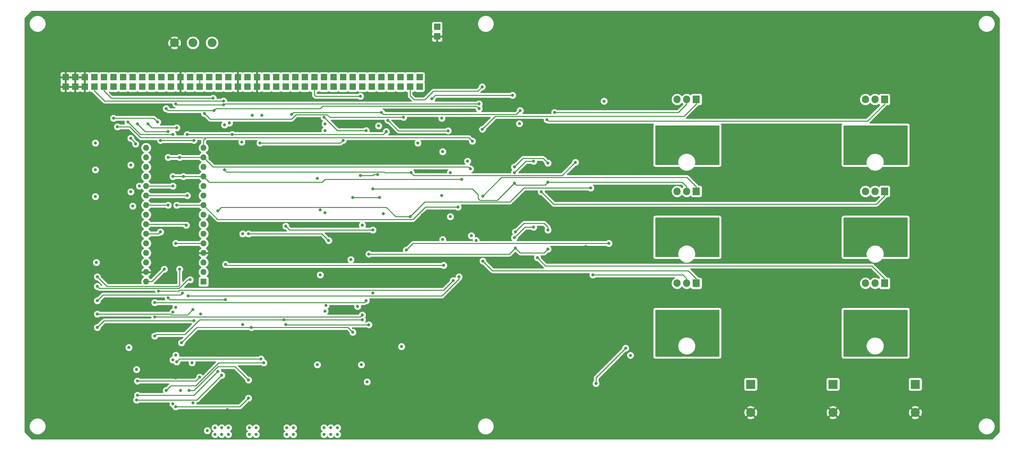
<source format=gbr>
G04 #@! TF.GenerationSoftware,KiCad,Pcbnew,(5.1.5)-3*
G04 #@! TF.CreationDate,2020-11-01T19:56:01+02:00*
G04 #@! TF.ProjectId,BLDC_FUSION_2020,424c4443-5f46-4555-9349-4f4e5f323032,2 Not Ordered*
G04 #@! TF.SameCoordinates,PX6dac2c0PY8583b00*
G04 #@! TF.FileFunction,Copper,L3,Inr*
G04 #@! TF.FilePolarity,Positive*
%FSLAX46Y46*%
G04 Gerber Fmt 4.6, Leading zero omitted, Abs format (unit mm)*
G04 Created by KiCad (PCBNEW (5.1.5)-3) date 2020-11-01 19:56:01*
%MOMM*%
%LPD*%
G04 APERTURE LIST*
%ADD10R,1.700000X1.700000*%
%ADD11R,1.600000X1.600000*%
%ADD12O,1.600000X1.600000*%
%ADD13R,2.400000X2.400000*%
%ADD14C,2.400000*%
%ADD15O,1.905000X2.000000*%
%ADD16R,1.905000X2.000000*%
%ADD17C,2.340000*%
%ADD18C,0.800000*%
%ADD19C,0.250000*%
%ADD20C,0.254000*%
G04 APERTURE END LIST*
D10*
X102900000Y96820000D03*
X11460000Y94280000D03*
X29240000Y94280000D03*
X72420000Y94280000D03*
X44480000Y94280000D03*
X39400000Y94280000D03*
X47020000Y94280000D03*
X19080000Y94280000D03*
X24160000Y94280000D03*
X34320000Y94280000D03*
X16540000Y94280000D03*
X21620000Y94280000D03*
X26700000Y94280000D03*
X31780000Y94280000D03*
X36860000Y94280000D03*
X69880000Y94280000D03*
X105440000Y94280000D03*
X41940000Y94280000D03*
X14000000Y94280000D03*
X74960000Y94280000D03*
X62260000Y94280000D03*
X67340000Y94280000D03*
X92740000Y94280000D03*
X59720000Y94280000D03*
X97820000Y94280000D03*
X49560000Y94280000D03*
X54640000Y94280000D03*
X82580000Y94280000D03*
X77500000Y94280000D03*
X80040000Y94280000D03*
X87660000Y94280000D03*
X95280000Y94280000D03*
X52100000Y94280000D03*
X100360000Y94280000D03*
X57180000Y94280000D03*
X85120000Y94280000D03*
X90200000Y94280000D03*
X64800000Y94280000D03*
D11*
X48068000Y42464000D03*
D12*
X32828000Y75484000D03*
X48068000Y45004000D03*
X32828000Y72944000D03*
X48068000Y47544000D03*
X32828000Y70404000D03*
X48068000Y50084000D03*
X32828000Y67864000D03*
X48068000Y52624000D03*
X32828000Y65324000D03*
X48068000Y55164000D03*
X32828000Y62784000D03*
X48068000Y57704000D03*
X32828000Y60244000D03*
X48068000Y60244000D03*
X32828000Y57704000D03*
X48068000Y62784000D03*
X32828000Y55164000D03*
X48068000Y65324000D03*
X32828000Y52624000D03*
X48068000Y67864000D03*
X32828000Y50084000D03*
X48068000Y70404000D03*
X32828000Y47544000D03*
X48068000Y72944000D03*
X32828000Y45004000D03*
X48068000Y75484000D03*
X32828000Y42464000D03*
X48068000Y78024000D03*
X32828000Y78024000D03*
D13*
X237044000Y15159000D03*
D14*
X237044000Y7659000D03*
X215200000Y7659000D03*
D13*
X215200000Y15159000D03*
X193356000Y15159000D03*
D14*
X193356000Y7659000D03*
D10*
X39400000Y96820000D03*
X36860000Y96820000D03*
X34320000Y96820000D03*
X31780000Y96820000D03*
X29240000Y96820000D03*
X26700000Y96820000D03*
X24160000Y96820000D03*
X21620000Y96820000D03*
X19080000Y96820000D03*
X16540000Y96820000D03*
X14000000Y96820000D03*
X11460000Y96820000D03*
X47020000Y96820000D03*
X44480000Y96820000D03*
X41940000Y96820000D03*
X105440000Y96820000D03*
X72420000Y96820000D03*
X69880000Y96820000D03*
X67340000Y96820000D03*
X64800000Y96820000D03*
X62260000Y96820000D03*
X59720000Y96820000D03*
X57180000Y96820000D03*
X54640000Y96820000D03*
X52100000Y96820000D03*
X49560000Y96820000D03*
X100360000Y96820000D03*
X97820000Y96820000D03*
X95280000Y96820000D03*
X92740000Y96820000D03*
X90200000Y96820000D03*
X87660000Y96820000D03*
X85120000Y96820000D03*
X82580000Y96820000D03*
X80040000Y96820000D03*
X77500000Y96820000D03*
X74960000Y96820000D03*
D15*
X223814000Y90902000D03*
X226354000Y90902000D03*
D16*
X228894000Y90902000D03*
X178894000Y90902000D03*
D15*
X176354000Y90902000D03*
X173814000Y90902000D03*
X223814000Y66461000D03*
X226354000Y66461000D03*
D16*
X228894000Y66461000D03*
X178894000Y66461000D03*
D15*
X176354000Y66461000D03*
X173814000Y66461000D03*
X223814000Y42016000D03*
X226354000Y42016000D03*
D16*
X228894000Y42016000D03*
X178894000Y42016000D03*
D15*
X176354000Y42016000D03*
X173814000Y42016000D03*
D10*
X102900000Y94280000D03*
X110103001Y110188999D03*
X110103001Y107648999D03*
D17*
X40354000Y105964000D03*
X45274000Y105964000D03*
X50354000Y105964000D03*
D18*
X222000000Y23500000D03*
X222000000Y25000000D03*
X222000000Y26500000D03*
X222000000Y28000000D03*
X222000000Y29500000D03*
X222000000Y31000000D03*
X222000000Y32500000D03*
X222000000Y34000000D03*
X223500000Y34000000D03*
X225000000Y34000000D03*
X226500000Y34000000D03*
X228000000Y34000000D03*
X229500000Y34000000D03*
X231000000Y34000000D03*
X231000000Y32500000D03*
X229500000Y32500000D03*
X228000000Y32500000D03*
X226500000Y32500000D03*
X225000000Y32500000D03*
X223500000Y32500000D03*
X223500000Y31000000D03*
X225000000Y31000000D03*
X226500000Y31000000D03*
X228000000Y31000000D03*
X229500000Y31000000D03*
X231000000Y31000000D03*
X231000000Y29500000D03*
X229500000Y29500000D03*
X228000000Y29500000D03*
X226500000Y29500000D03*
X225000000Y29500000D03*
X223500000Y29500000D03*
X223500000Y28000000D03*
X228000000Y28000000D03*
X225000000Y28000000D03*
X229500000Y28000000D03*
X231000000Y28000000D03*
X231000000Y26500000D03*
X229500000Y26500000D03*
X229500000Y25000000D03*
X231000000Y25000000D03*
X231000000Y23500000D03*
X229500000Y23500000D03*
X223500000Y23500000D03*
X223500000Y26500000D03*
X223500000Y25000000D03*
X220500000Y34000000D03*
X219000000Y34000000D03*
X219000000Y32500000D03*
X220500000Y32500000D03*
X220500000Y31000000D03*
X219000000Y31000000D03*
X219000000Y29500000D03*
X220500000Y29500000D03*
X219000000Y28000000D03*
X220500000Y28000000D03*
X220500000Y26500000D03*
X219000000Y26500000D03*
X219000000Y25000000D03*
X220500000Y25000000D03*
X220500000Y23500000D03*
X219000000Y23500000D03*
X232500000Y23500000D03*
X232500000Y25000000D03*
X232500000Y26500000D03*
X232500000Y28000000D03*
X232500000Y29500000D03*
X232500000Y31000000D03*
X232500000Y32500000D03*
X232500000Y34000000D03*
X234000000Y23500000D03*
X234000000Y25000000D03*
X234000000Y26500000D03*
X234000000Y28000000D03*
X234000000Y29500000D03*
X234000000Y31000000D03*
X234000000Y32500000D03*
X234000000Y34000000D03*
X231000000Y50000000D03*
X229500000Y50000000D03*
X231000000Y51500000D03*
X231000000Y53000000D03*
X231000000Y54500000D03*
X231000000Y56000000D03*
X231000000Y57500000D03*
X231000000Y59000000D03*
X229500000Y59000000D03*
X228000000Y59000000D03*
X229500000Y53000000D03*
X228000000Y53000000D03*
X226500000Y53000000D03*
X225000000Y53000000D03*
X223500000Y53000000D03*
X222000000Y53000000D03*
X222000000Y51500000D03*
X222000000Y50000000D03*
X223500000Y51500000D03*
X222000000Y54500000D03*
X222000000Y56000000D03*
X222000000Y57500000D03*
X222000000Y59000000D03*
X223500000Y59000000D03*
X225000000Y59000000D03*
X226500000Y59000000D03*
X223500000Y57500000D03*
X225000000Y57500000D03*
X226500000Y57500000D03*
X228000000Y57500000D03*
X229500000Y57500000D03*
X229500000Y56000000D03*
X228000000Y56000000D03*
X226500000Y56000000D03*
X225000000Y56000000D03*
X223500000Y56000000D03*
X223500000Y54500000D03*
X225000000Y54500000D03*
X226500000Y54500000D03*
X228000000Y54500000D03*
X229500000Y54500000D03*
X229500000Y51500000D03*
X232500000Y50000000D03*
X232500000Y51500000D03*
X232500000Y53000000D03*
X232500000Y54500000D03*
X232500000Y56000000D03*
X232500000Y57500000D03*
X232500000Y59000000D03*
X234000000Y59000000D03*
X234000000Y57500000D03*
X234000000Y56000000D03*
X234000000Y54500000D03*
X234000000Y53000000D03*
X234000000Y51500000D03*
X234000000Y50000000D03*
X220500000Y50000000D03*
X220500000Y51500000D03*
X220500000Y53000000D03*
X220500000Y54500000D03*
X220500000Y56000000D03*
X220500000Y57500000D03*
X220500000Y59000000D03*
X219000000Y59000000D03*
X219000000Y57500000D03*
X219000000Y56000000D03*
X219000000Y54500000D03*
X219000000Y53000000D03*
X219000000Y51500000D03*
X219000000Y50000000D03*
X222000000Y74500000D03*
X223500000Y74500000D03*
X223500000Y76000000D03*
X222000000Y76000000D03*
X222000000Y77500000D03*
X222000000Y79000000D03*
X222000000Y80500000D03*
X222000000Y82000000D03*
X222000000Y83500000D03*
X223500000Y83500000D03*
X225000000Y83500000D03*
X226500000Y83500000D03*
X228000000Y83500000D03*
X229500000Y83500000D03*
X231000000Y83500000D03*
X231000000Y82000000D03*
X231000000Y80500000D03*
X231000000Y79000000D03*
X231000000Y77500000D03*
X231000000Y76000000D03*
X231000000Y74500000D03*
X229500000Y74500000D03*
X229500000Y76000000D03*
X229500000Y77500000D03*
X228000000Y77500000D03*
X226500000Y77500000D03*
X225000000Y77500000D03*
X223500000Y77500000D03*
X223500000Y79000000D03*
X225000000Y79000000D03*
X226500000Y79000000D03*
X228000000Y79000000D03*
X229500000Y79000000D03*
X229500000Y80500000D03*
X228000000Y80500000D03*
X226500000Y80500000D03*
X225000000Y80500000D03*
X223500000Y80500000D03*
X223500000Y82000000D03*
X225000000Y82000000D03*
X226500000Y82000000D03*
X228000000Y82000000D03*
X229500000Y82000000D03*
X232500000Y74500000D03*
X234000000Y74500000D03*
X234000000Y76000000D03*
X234000000Y77500000D03*
X234000000Y79000000D03*
X234000000Y80500000D03*
X234000000Y82000000D03*
X234000000Y83500000D03*
X232500000Y83500000D03*
X232500000Y82000000D03*
X232500000Y80500000D03*
X232500000Y79000000D03*
X232500000Y77500000D03*
X232500000Y76000000D03*
X220500000Y74500000D03*
X219000000Y74500000D03*
X219000000Y76000000D03*
X220500000Y76000000D03*
X219000000Y77500000D03*
X219000000Y79000000D03*
X219000000Y80500000D03*
X219000000Y82000000D03*
X219000000Y83500000D03*
X220500000Y83500000D03*
X220500000Y82000000D03*
X220500000Y80500000D03*
X220500000Y79000000D03*
X220500000Y77500000D03*
X161417000Y22860000D03*
X130110000Y91994000D03*
X108712000Y91059000D03*
X249490000Y16302000D03*
X249490000Y15032000D03*
X249490000Y13762000D03*
X249490000Y12492000D03*
X251776000Y9952000D03*
X253046000Y9952000D03*
X254316000Y9952000D03*
X255586000Y9952000D03*
X256856000Y9952000D03*
X258634000Y12492000D03*
X258634000Y13762000D03*
X258634000Y15032000D03*
X258634000Y16302000D03*
X256856000Y19096000D03*
X255586000Y19096000D03*
X254316000Y19096000D03*
X251776000Y19096000D03*
X253046000Y19096000D03*
X16572000Y91740000D03*
X14032000Y91740000D03*
X23430000Y83612000D03*
X21906000Y83612000D03*
X20382000Y83612000D03*
X28510000Y74976000D03*
X28510000Y67864000D03*
X105726000Y71928000D03*
X106996000Y71928000D03*
X106234000Y60244000D03*
X111568000Y61260000D03*
X103948000Y48306000D03*
X111314000Y48306000D03*
X106234000Y48306000D03*
X71182000Y7666000D03*
X71182000Y9190000D03*
X71182000Y10714000D03*
X54418000Y8428000D03*
X54418000Y10206000D03*
X40702000Y16810000D03*
X35876000Y22906000D03*
X35876000Y24176000D03*
X35368000Y30272000D03*
X149606000Y98298000D03*
X149606000Y97028000D03*
X149606000Y95758000D03*
X149606000Y94488000D03*
X149606000Y75946000D03*
X149606000Y74676000D03*
X149606000Y73152000D03*
X149606000Y71628000D03*
X149606000Y51816000D03*
X149606000Y50546000D03*
X149606000Y49276000D03*
X149606000Y48006000D03*
X116586000Y87884000D03*
X78294000Y20366000D03*
X79056000Y44242000D03*
X78294000Y69896000D03*
X80580000Y36114000D03*
X80293000Y82596000D03*
X80326000Y84374000D03*
X79056000Y61514000D03*
X80326000Y34590000D03*
X80326000Y60752000D03*
X100646000Y25192000D03*
X37654000Y45766000D03*
X35876000Y84882000D03*
X24192000Y85898000D03*
X94296000Y70912000D03*
X95820000Y60498000D03*
X104964000Y79294000D03*
X111568000Y77008000D03*
X111314000Y65324000D03*
X111568000Y53640000D03*
X89978000Y20366000D03*
X19366000Y65070000D03*
X19366000Y72182000D03*
X19366000Y79294000D03*
X58482000Y55164000D03*
X58482000Y31034000D03*
X45020000Y20874000D03*
X45274000Y10206000D03*
X30288000Y19096000D03*
X28256000Y24938000D03*
X51116000Y3602000D03*
X51116000Y1824000D03*
X52894000Y1824000D03*
X52894000Y3602000D03*
X54672000Y3602000D03*
X54672000Y1824000D03*
X60260000Y3602000D03*
X62038000Y3602000D03*
X62038000Y1824000D03*
X60260000Y1824000D03*
X70166000Y3602000D03*
X71944000Y3602000D03*
X71944000Y1824000D03*
X70166000Y1824000D03*
X80072000Y3602000D03*
X81850000Y3602000D03*
X83628000Y3602000D03*
X83628000Y1824000D03*
X81850000Y1824000D03*
X80072000Y1824000D03*
X47306000Y33828000D03*
X87184000Y48306000D03*
X88961994Y35860000D03*
X89724000Y70658000D03*
X94550000Y83866000D03*
X58228000Y79548000D03*
X172000000Y74500000D03*
X173500000Y74500000D03*
X172000000Y76000000D03*
X172000000Y77500000D03*
X172000000Y79000000D03*
X172000000Y80500000D03*
X172000000Y82000000D03*
X172000000Y83500000D03*
X173500000Y83500000D03*
X175000000Y83500000D03*
X176500000Y83500000D03*
X178000000Y83500000D03*
X179500000Y83500000D03*
X181000000Y83500000D03*
X181000000Y82000000D03*
X181000000Y80500000D03*
X181000000Y79000000D03*
X181000000Y77500000D03*
X181000000Y76000000D03*
X181000000Y74500000D03*
X179500000Y74500000D03*
X179500000Y76000000D03*
X179500000Y77500000D03*
X178000000Y77500000D03*
X176500000Y77500000D03*
X175000000Y77500000D03*
X173500000Y77500000D03*
X173500000Y76000000D03*
X173500000Y79000000D03*
X173500000Y80500000D03*
X173500000Y82000000D03*
X175000000Y82000000D03*
X176500000Y82000000D03*
X178000000Y82000000D03*
X179500000Y82000000D03*
X179500000Y80500000D03*
X178000000Y80500000D03*
X176500000Y80500000D03*
X175000000Y80500000D03*
X175000000Y79000000D03*
X176500000Y79000000D03*
X178000000Y79000000D03*
X179500000Y79000000D03*
X182500000Y74500000D03*
X184000000Y74500000D03*
X184000000Y76000000D03*
X184000000Y77500000D03*
X184000000Y79000000D03*
X184000000Y80500000D03*
X184000000Y82000000D03*
X184000000Y83500000D03*
X182500000Y83500000D03*
X182500000Y82000000D03*
X182500000Y80500000D03*
X182500000Y79000000D03*
X182500000Y77500000D03*
X182500000Y76000000D03*
X170500000Y74500000D03*
X169000000Y74500000D03*
X169000000Y76000000D03*
X169000000Y77500000D03*
X169000000Y79000000D03*
X169000000Y80500000D03*
X169000000Y82000000D03*
X169000000Y83500000D03*
X170500000Y83500000D03*
X170500000Y82000000D03*
X170500000Y80500000D03*
X170500000Y79000000D03*
X170500000Y77500000D03*
X170500000Y76000000D03*
X141286000Y87422000D03*
X132142000Y87930000D03*
X95312000Y87422000D03*
X94804000Y64816000D03*
X87692000Y64816000D03*
X71436000Y86914000D03*
X130618000Y72944000D03*
X139508000Y73960000D03*
X172000000Y50000000D03*
X173500000Y50000000D03*
X172000000Y51500000D03*
X172000000Y53000000D03*
X172000000Y54500000D03*
X172000000Y56000000D03*
X172000000Y57500000D03*
X172000000Y59000000D03*
X181000000Y59000000D03*
X181000000Y57500000D03*
X181000000Y56000000D03*
X181000000Y54500000D03*
X181000000Y53000000D03*
X181000000Y51500000D03*
X181000000Y50000000D03*
X179500000Y50000000D03*
X179500000Y51500000D03*
X179500000Y53000000D03*
X178000000Y53000000D03*
X173500000Y59000000D03*
X173500000Y57500000D03*
X173500000Y56000000D03*
X173500000Y54500000D03*
X173500000Y53000000D03*
X173500000Y51500000D03*
X175000000Y53000000D03*
X176500000Y53000000D03*
X175000000Y54500000D03*
X175000000Y56000000D03*
X175000000Y57500000D03*
X175000000Y59000000D03*
X179500000Y59000000D03*
X178000000Y59000000D03*
X176500000Y59000000D03*
X176500000Y57500000D03*
X178000000Y57500000D03*
X179500000Y57500000D03*
X179500000Y56000000D03*
X178000000Y56000000D03*
X176500000Y56000000D03*
X176500000Y54500000D03*
X178000000Y54500000D03*
X179500000Y54500000D03*
X182500000Y50000000D03*
X184000000Y50000000D03*
X182500000Y51500000D03*
X182500000Y53000000D03*
X182500000Y54500000D03*
X182500000Y56000000D03*
X182500000Y57500000D03*
X182500000Y59000000D03*
X184000000Y59000000D03*
X184000000Y57500000D03*
X184000000Y56000000D03*
X184000000Y54500000D03*
X184000000Y53000000D03*
X184000000Y51500000D03*
X170500000Y50000000D03*
X169000000Y50000000D03*
X169000000Y51500000D03*
X170500000Y51500000D03*
X170500000Y53000000D03*
X170500000Y54500000D03*
X170500000Y56000000D03*
X170500000Y57500000D03*
X170500000Y59000000D03*
X169000000Y59000000D03*
X169000000Y57500000D03*
X169000000Y56000000D03*
X169000000Y54500000D03*
X169000000Y53000000D03*
X130618000Y68626000D03*
X139508000Y68880000D03*
X93026000Y39416000D03*
X93026000Y67102000D03*
X93026000Y56180000D03*
X69912000Y57196000D03*
X172000000Y23500000D03*
X172000000Y25000000D03*
X172000000Y26500000D03*
X172000000Y28000000D03*
X172000000Y29500000D03*
X172000000Y31000000D03*
X172000000Y32500000D03*
X172000000Y34000000D03*
X178000000Y34000000D03*
X181000000Y34000000D03*
X181000000Y32500000D03*
X181000000Y31000000D03*
X181000000Y29500000D03*
X181000000Y28000000D03*
X181000000Y26500000D03*
X181000000Y25000000D03*
X181000000Y23500000D03*
X179500000Y23500000D03*
X173500000Y23500000D03*
X173500000Y25000000D03*
X173500000Y26500000D03*
X173500000Y28000000D03*
X173500000Y29500000D03*
X173500000Y31000000D03*
X173500000Y32500000D03*
X173500000Y34000000D03*
X176500000Y34000000D03*
X175000000Y34000000D03*
X175000000Y32500000D03*
X176500000Y32500000D03*
X178000000Y32500000D03*
X179500000Y32500000D03*
X179500000Y34000000D03*
X179500000Y31000000D03*
X178000000Y31000000D03*
X176500000Y31000000D03*
X175000000Y31000000D03*
X175000000Y29500000D03*
X176500000Y29500000D03*
X178000000Y29500000D03*
X179500000Y29500000D03*
X179500000Y28000000D03*
X179500000Y26500000D03*
X179500000Y25000000D03*
X178000000Y28000000D03*
X175000000Y28000000D03*
X182500000Y23500000D03*
X184000000Y23500000D03*
X184000000Y25000000D03*
X184000000Y26500000D03*
X184000000Y28000000D03*
X184000000Y29500000D03*
X184000000Y31000000D03*
X184000000Y32500000D03*
X184000000Y34000000D03*
X182500000Y34000000D03*
X182500000Y32500000D03*
X182500000Y31000000D03*
X182500000Y29500000D03*
X182500000Y28000000D03*
X182500000Y26500000D03*
X182500000Y25000000D03*
X170500000Y23500000D03*
X169000000Y23500000D03*
X169000000Y25000000D03*
X169000000Y26500000D03*
X169000000Y28000000D03*
X169000000Y29500000D03*
X169000000Y31000000D03*
X169000000Y32500000D03*
X169000000Y34000000D03*
X170500000Y34000000D03*
X170500000Y32500000D03*
X170500000Y31000000D03*
X170500000Y29500000D03*
X170500000Y28000000D03*
X170500000Y26500000D03*
X170500000Y25000000D03*
X130872000Y51354000D03*
X139508000Y51100000D03*
X91502000Y15794000D03*
X91973001Y30997001D03*
X69912000Y31034000D03*
X91973001Y49793001D03*
X151446000Y44242000D03*
X130872000Y55672000D03*
X139508000Y56180000D03*
X121220000Y89708000D03*
X53402000Y89454000D03*
X40702000Y89708000D03*
X19874000Y30272000D03*
X45528000Y32050000D03*
X121220000Y88438000D03*
X50862000Y87930000D03*
X38162000Y88438000D03*
X19874000Y41194000D03*
X44512000Y42972000D03*
X118172000Y74468000D03*
X115632000Y62276000D03*
X40956000Y62784000D03*
X40956000Y83358000D03*
X33336000Y84374000D03*
X19874000Y33828000D03*
X45274000Y35061010D03*
X118934000Y72436000D03*
X38670000Y75484000D03*
X38670000Y82342000D03*
X30542000Y84374000D03*
X19874000Y43734000D03*
X41718000Y45766000D03*
X41718000Y75484000D03*
X119188000Y54656000D03*
X116648000Y69642000D03*
X39940000Y70404000D03*
X39940000Y81580000D03*
X28002000Y84882000D03*
X19874000Y37384000D03*
X42734000Y70404000D03*
X42480000Y39416000D03*
X120458000Y53386000D03*
X119442000Y79802000D03*
X25208000Y83612000D03*
X19620000Y47544000D03*
X50608000Y91232000D03*
X53402000Y90470000D03*
X36638000Y80019001D03*
X45528000Y80019001D03*
X36638000Y55672000D03*
X38162000Y13508000D03*
X64070000Y20874000D03*
X63562000Y86660000D03*
X40702000Y9190000D03*
X60006000Y11476000D03*
X61022000Y86660000D03*
X49084000Y2840000D03*
X54926000Y84628000D03*
X96582000Y82342000D03*
X55688000Y81580000D03*
X43750000Y81580000D03*
X43750000Y65324000D03*
X103186000Y71420000D03*
X53656000Y72182000D03*
X53656000Y84120000D03*
X146812000Y74168000D03*
X154432000Y90424000D03*
X102932000Y59736000D03*
X51878000Y61260000D03*
X150876000Y67356000D03*
X101916000Y50846000D03*
X48322000Y87168000D03*
X155702012Y52624000D03*
X101154000Y86152000D03*
X42226000Y26208000D03*
X60768000Y30272000D03*
X87692000Y29002000D03*
X40956000Y21128000D03*
X63308000Y21890000D03*
X63054000Y79294000D03*
X85152000Y80019000D03*
X44258000Y13508000D03*
X60006000Y16302000D03*
X60006000Y55164000D03*
X81305010Y53386000D03*
X35114000Y36876000D03*
X91248000Y37384000D03*
X91248000Y82596000D03*
X80072000Y86152000D03*
X35114000Y33066000D03*
X90232000Y33574000D03*
X90232000Y57450000D03*
X89724000Y91740000D03*
X35114000Y27986000D03*
X90232000Y32304000D03*
X69404000Y32304000D03*
X113030000Y82550000D03*
X97028000Y85344000D03*
X43496000Y57450000D03*
X44004000Y38654000D03*
X115886000Y43734000D03*
X113600000Y71420000D03*
X36130000Y39924000D03*
X114362000Y42718000D03*
X113600000Y59736000D03*
X111822000Y46782000D03*
X53910000Y47036000D03*
X53910000Y37638000D03*
X38670000Y62784000D03*
X38670000Y38182990D03*
X41972000Y13508000D03*
X40702000Y22906000D03*
X40702000Y35606000D03*
X40702000Y52624000D03*
X29272000Y62530000D03*
X28764000Y66340000D03*
X39940000Y9952000D03*
X39940000Y21636000D03*
X39940000Y34336000D03*
X39940000Y67864000D03*
X31050000Y67864000D03*
X28764000Y73452000D03*
X30034000Y79040000D03*
X28764000Y80564000D03*
X139254000Y85517000D03*
X122109000Y82977000D03*
X137730000Y66340000D03*
X122236000Y65197000D03*
X136714000Y48814006D03*
X122236000Y47925000D03*
X30525500Y16031500D03*
X47052000Y17064000D03*
X130618000Y71420000D03*
X135698000Y74468000D03*
X130618000Y54148000D03*
X135698000Y56942000D03*
X30542000Y12238000D03*
X51878000Y18588000D03*
X30288000Y10968000D03*
X52894000Y17572000D03*
X131953000Y84455000D03*
X122047000Y94234000D03*
X111314000Y85898000D03*
X152273000Y15367000D03*
X160147000Y24765000D03*
D19*
X109647000Y91994000D02*
X108712000Y91059000D01*
X130110000Y91994000D02*
X109647000Y91994000D01*
X62260000Y95380000D02*
X62260000Y96820000D01*
X62260000Y94280000D02*
X62260000Y95380000D01*
X57180000Y95380000D02*
X57180000Y96820000D01*
X57180000Y94280000D02*
X57180000Y95380000D01*
X41940000Y94280000D02*
X41940000Y96820000D01*
X32828000Y42464000D02*
X33959370Y42464000D01*
X33959370Y42464000D02*
X34352000Y42464000D01*
X34352000Y42464000D02*
X37654000Y45766000D01*
X35876000Y84882000D02*
X34860000Y85898000D01*
X34860000Y85898000D02*
X24192000Y85898000D01*
X47020000Y95380000D02*
X47020000Y96820000D01*
X47020000Y94280000D02*
X47020000Y95380000D01*
X89724000Y70658000D02*
X93026000Y70658000D01*
X93026000Y70658000D02*
X93280000Y70912000D01*
X93280000Y70912000D02*
X94296000Y70912000D01*
X174124000Y87422000D02*
X176354000Y89652000D01*
X176354000Y89652000D02*
X176354000Y90902000D01*
X141286000Y87422000D02*
X174124000Y87422000D01*
X94804000Y64816000D02*
X87692000Y64816000D01*
X95312000Y87422000D02*
X71944000Y87422000D01*
X71944000Y87422000D02*
X71436000Y86914000D01*
X131126000Y86914000D02*
X95820000Y86914000D01*
X132142000Y87930000D02*
X131126000Y86914000D01*
X95820000Y86914000D02*
X95312000Y87422000D01*
X130618000Y72944000D02*
X131017999Y73343999D01*
X131017999Y73343999D02*
X132904000Y75230000D01*
X132904000Y75230000D02*
X138238000Y75230000D01*
X138238000Y75230000D02*
X139508000Y73960000D01*
X138746000Y68118000D02*
X139508000Y68880000D01*
X130618000Y68626000D02*
X131126000Y68118000D01*
X131126000Y68118000D02*
X138746000Y68118000D01*
X176354000Y67711000D02*
X176354000Y66461000D01*
X175185000Y68880000D02*
X176354000Y67711000D01*
X139508000Y68880000D02*
X175185000Y68880000D01*
X93026000Y56180000D02*
X70928000Y56180000D01*
X70928000Y56180000D02*
X69912000Y57196000D01*
X126046000Y64054000D02*
X130618000Y68626000D01*
X120966000Y64562000D02*
X121474000Y64054000D01*
X93026000Y67102000D02*
X119442000Y67102000D01*
X120966000Y65578000D02*
X120966000Y64562000D01*
X119442000Y67102000D02*
X120966000Y65578000D01*
X121474000Y64054000D02*
X126046000Y64054000D01*
X175378000Y44242000D02*
X151446000Y44242000D01*
X176354000Y42016000D02*
X176354000Y43266000D01*
X176354000Y43266000D02*
X175378000Y44242000D01*
X130872000Y51354000D02*
X132142000Y50084000D01*
X138492000Y50084000D02*
X139508000Y51100000D01*
X132142000Y50084000D02*
X138492000Y50084000D01*
X91973001Y30997001D02*
X69948999Y30997001D01*
X69948999Y30997001D02*
X69912000Y31034000D01*
X129311001Y49793001D02*
X91973001Y49793001D01*
X130872000Y51354000D02*
X129311001Y49793001D01*
X139508000Y56942000D02*
X139508000Y56180000D01*
X138492000Y57958000D02*
X139508000Y56942000D01*
X130872000Y55672000D02*
X133158000Y57958000D01*
X133158000Y57958000D02*
X138492000Y57958000D01*
X53402000Y89454000D02*
X40956000Y89454000D01*
X40956000Y89454000D02*
X40702000Y89708000D01*
X19874000Y30272000D02*
X21652000Y32050000D01*
X21652000Y32050000D02*
X45528000Y32050000D01*
X121220000Y89708000D02*
X53656000Y89708000D01*
X53656000Y89708000D02*
X53402000Y89454000D01*
X50862000Y87930000D02*
X38670000Y87930000D01*
X38670000Y87930000D02*
X38162000Y88438000D01*
X43946315Y42972000D02*
X44512000Y42972000D01*
X20382000Y40686000D02*
X41660315Y40686000D01*
X41660315Y40686000D02*
X43946315Y42972000D01*
X19874000Y41194000D02*
X20382000Y40686000D01*
X79056000Y88438000D02*
X51370000Y88438000D01*
X79772000Y89154000D02*
X79056000Y88438000D01*
X51370000Y88438000D02*
X50862000Y87930000D01*
X121220000Y88438000D02*
X120504000Y89154000D01*
X120504000Y89154000D02*
X79772000Y89154000D01*
X115632000Y62276000D02*
X106996000Y62276000D01*
X103730999Y59010999D02*
X51841001Y59010999D01*
X106996000Y62276000D02*
X103730999Y59010999D01*
X51841001Y59010999D02*
X48068000Y62784000D01*
X48068000Y62784000D02*
X40956000Y62784000D01*
X40956000Y83358000D02*
X34352000Y83358000D01*
X34352000Y83358000D02*
X33336000Y84374000D01*
X39374998Y33828000D02*
X39591999Y33610999D01*
X43823989Y33610999D02*
X44874001Y34661011D01*
X44874001Y34661011D02*
X45274000Y35061010D01*
X39591999Y33610999D02*
X43823989Y33610999D01*
X19874000Y33828000D02*
X39374998Y33828000D01*
X118934000Y72436000D02*
X118426000Y72944000D01*
X50608000Y72944000D02*
X48068000Y75484000D01*
X118426000Y72944000D02*
X50608000Y72944000D01*
X38670000Y82342000D02*
X32574000Y82342000D01*
X32574000Y82342000D02*
X30542000Y84374000D01*
X22414000Y41194000D02*
X41464000Y41194000D01*
X19874000Y43734000D02*
X22414000Y41194000D01*
X41464000Y41194000D02*
X41718000Y41448000D01*
X41718000Y41448000D02*
X41718000Y45766000D01*
X48068000Y75484000D02*
X41718000Y75484000D01*
X41718000Y75484000D02*
X38670000Y75484000D01*
X116648000Y69642000D02*
X80326000Y69642000D01*
X80326000Y69642000D02*
X79564000Y68880000D01*
X49592000Y68880000D02*
X48068000Y70404000D01*
X79564000Y68880000D02*
X49592000Y68880000D01*
X39940000Y81580000D02*
X31304000Y81580000D01*
X31304000Y81580000D02*
X28002000Y84882000D01*
X48068000Y70404000D02*
X42734000Y70404000D01*
X42734000Y70404000D02*
X39940000Y70404000D01*
X41972000Y38908000D02*
X42480000Y39416000D01*
X19874000Y37384000D02*
X21398000Y38908000D01*
X21398000Y38908000D02*
X41972000Y38908000D01*
X48068000Y80056000D02*
X48068000Y78024000D01*
X48756001Y80744001D02*
X48068000Y80056000D01*
X119442000Y79802000D02*
X118499999Y80744001D01*
X118499999Y80744001D02*
X48756001Y80744001D01*
X48756001Y80744001D02*
X31377999Y80744001D01*
X31377999Y80744001D02*
X28510000Y83612000D01*
X28510000Y83612000D02*
X25208000Y83612000D01*
X21620000Y93180000D02*
X23568000Y91232000D01*
X21620000Y94280000D02*
X21620000Y93180000D01*
X23568000Y91232000D02*
X50608000Y91232000D01*
X19080000Y93180000D02*
X21790000Y90470000D01*
X19080000Y94280000D02*
X19080000Y93180000D01*
X21790000Y90470000D02*
X53402000Y90470000D01*
X36638000Y80019001D02*
X41427001Y80019001D01*
X41427001Y80019001D02*
X45528000Y80019001D01*
X36130000Y55164000D02*
X36638000Y55672000D01*
X32828000Y55164000D02*
X36130000Y55164000D01*
X46036000Y14778000D02*
X52132000Y20874000D01*
X38162000Y13508000D02*
X39432000Y14778000D01*
X52132000Y20874000D02*
X64070000Y20874000D01*
X39432000Y14778000D02*
X46036000Y14778000D01*
X40702000Y9190000D02*
X45020000Y9190000D01*
X57720000Y9190000D02*
X60006000Y11476000D01*
X45020000Y9190000D02*
X57720000Y9190000D01*
X96582000Y82342000D02*
X95820000Y81580000D01*
X95820000Y81580000D02*
X55688000Y81580000D01*
X55688000Y81580000D02*
X45020000Y81580000D01*
X45020000Y81580000D02*
X43750000Y81580000D01*
X43750000Y65324000D02*
X32828000Y65324000D01*
X103186000Y71420000D02*
X96328000Y71420000D01*
X96110999Y71637001D02*
X54200999Y71637001D01*
X96328000Y71420000D02*
X96110999Y71637001D01*
X54200999Y71637001D02*
X53656000Y72182000D01*
X103911001Y70694999D02*
X143338999Y70694999D01*
X143338999Y70694999D02*
X146412001Y73768001D01*
X146412001Y73768001D02*
X146812000Y74168000D01*
X103186000Y71420000D02*
X103911001Y70694999D01*
X102932000Y59736000D02*
X99122000Y59736000D01*
X99122000Y59736000D02*
X96618999Y62239001D01*
X96618999Y62239001D02*
X54163999Y62239001D01*
X54163999Y62239001D02*
X52857001Y62239001D01*
X52857001Y62239001D02*
X51878000Y61260000D01*
X106799990Y63603990D02*
X129405990Y63603990D01*
X129405990Y63603990D02*
X133158000Y67356000D01*
X102932000Y59736000D02*
X106799990Y63603990D01*
X150310315Y67356000D02*
X150876000Y67356000D01*
X133158000Y67356000D02*
X150310315Y67356000D01*
X101916000Y50846000D02*
X103694000Y52624000D01*
X103694000Y52624000D02*
X155702012Y52624000D01*
X80870999Y86877001D02*
X72669001Y86877001D01*
X101154000Y86152000D02*
X81596000Y86152000D01*
X72669001Y86877001D02*
X71436000Y85644000D01*
X49846000Y85644000D02*
X48322000Y87168000D01*
X71436000Y85644000D02*
X49846000Y85644000D01*
X81596000Y86152000D02*
X80870999Y86877001D01*
X42226000Y26208000D02*
X46290000Y30272000D01*
X46290000Y30272000D02*
X60768000Y30272000D01*
X60768000Y30272000D02*
X86422000Y30272000D01*
X86422000Y30272000D02*
X87692000Y29002000D01*
X40956000Y21128000D02*
X41718000Y21890000D01*
X41718000Y21890000D02*
X63308000Y21890000D01*
X63054000Y79294000D02*
X84427000Y79294000D01*
X84427000Y79294000D02*
X85152000Y80019000D01*
X44258000Y13508000D02*
X45528000Y13508000D01*
X45528000Y13508000D02*
X51878000Y19858000D01*
X51878000Y19858000D02*
X56450000Y19858000D01*
X56450000Y19858000D02*
X60006000Y16302000D01*
X79527010Y55164000D02*
X81305010Y53386000D01*
X60006000Y55164000D02*
X79527010Y55164000D01*
X35114000Y36876000D02*
X90740000Y36876000D01*
X90740000Y36876000D02*
X91248000Y37384000D01*
X91248000Y82596000D02*
X83628000Y82596000D01*
X83628000Y82596000D02*
X80072000Y86152000D01*
X35114000Y33066000D02*
X89724000Y33066000D01*
X89724000Y33066000D02*
X90232000Y33574000D01*
X89724000Y91740000D02*
X77786000Y91740000D01*
X77500000Y92026000D02*
X77500000Y94280000D01*
X77786000Y91740000D02*
X77500000Y92026000D01*
X47052000Y32304000D02*
X69404000Y32304000D01*
X43133999Y28385999D02*
X47052000Y32304000D01*
X35114000Y27986000D02*
X35513999Y28385999D01*
X35513999Y28385999D02*
X43133999Y28385999D01*
X69404000Y32304000D02*
X90232000Y32304000D01*
X113030000Y82550000D02*
X99822000Y82550000D01*
X99822000Y82550000D02*
X97427999Y84944001D01*
X97427999Y84944001D02*
X97028000Y85344000D01*
X32828000Y57704000D02*
X43242000Y57704000D01*
X43242000Y57704000D02*
X43496000Y57450000D01*
X115886000Y43168998D02*
X115886000Y43734000D01*
X44004000Y38654000D02*
X111371002Y38654000D01*
X111371002Y38654000D02*
X115886000Y43168998D01*
X41534725Y39924000D02*
X41788725Y40178000D01*
X36130000Y39924000D02*
X41534725Y39924000D01*
X41788725Y40178000D02*
X111822000Y40178000D01*
X111822000Y40178000D02*
X114362000Y42718000D01*
X111822000Y46782000D02*
X106996000Y46782000D01*
X106996000Y46782000D02*
X54164000Y46782000D01*
X54164000Y46782000D02*
X53910000Y47036000D01*
X38670000Y62784000D02*
X32828000Y62784000D01*
X39214990Y37638000D02*
X38670000Y38182990D01*
X53910000Y37638000D02*
X39214990Y37638000D01*
X40702000Y52624000D02*
X48068000Y52624000D01*
X39940000Y67864000D02*
X32828000Y67864000D01*
X30034000Y79040000D02*
X30034000Y79294000D01*
X30034000Y79294000D02*
X28764000Y80564000D01*
X224359001Y85117001D02*
X228894000Y89652000D01*
X228894000Y89652000D02*
X228894000Y90902000D01*
X139653999Y85117001D02*
X224359001Y85117001D01*
X139254000Y85517000D02*
X139653999Y85117001D01*
X178894000Y89652000D02*
X178894000Y90902000D01*
X175648000Y86406000D02*
X178894000Y89652000D01*
X122109000Y82977000D02*
X125538000Y86406000D01*
X125538000Y86406000D02*
X175648000Y86406000D01*
X138129999Y65940001D02*
X137730000Y66340000D01*
X228894000Y66461000D02*
X228894000Y65211000D01*
X228894000Y65211000D02*
X226721000Y63038000D01*
X141032000Y63038000D02*
X138129999Y65940001D01*
X226721000Y63038000D02*
X141032000Y63038000D01*
X122236000Y65197000D02*
X127189000Y70150000D01*
X178894000Y67711000D02*
X178894000Y66461000D01*
X176455000Y70150000D02*
X178894000Y67711000D01*
X127189000Y70150000D02*
X176455000Y70150000D01*
X228894000Y42016000D02*
X228894000Y43266000D01*
X225505000Y46655000D02*
X138873006Y46655000D01*
X138873006Y46655000D02*
X137113999Y48414007D01*
X228894000Y43266000D02*
X225505000Y46655000D01*
X137113999Y48414007D02*
X136714000Y48814006D01*
X122236000Y47925000D02*
X124776000Y45385000D01*
X178894000Y43266000D02*
X178894000Y42016000D01*
X176775000Y45385000D02*
X178894000Y43266000D01*
X124776000Y45385000D02*
X176775000Y45385000D01*
X30525500Y16031500D02*
X46019500Y16031500D01*
X46019500Y16031500D02*
X47052000Y17064000D01*
X130618000Y71420000D02*
X133666000Y74468000D01*
X133666000Y74468000D02*
X135698000Y74468000D01*
X130618000Y54148000D02*
X131017999Y54547999D01*
X131017999Y54547999D02*
X133412000Y56942000D01*
X133412000Y56942000D02*
X135698000Y56942000D01*
X30542000Y12238000D02*
X32066000Y12238000D01*
X32066000Y12238000D02*
X45528000Y12238000D01*
X45528000Y12238000D02*
X51878000Y18588000D01*
X30288000Y10968000D02*
X34352000Y10968000D01*
X34352000Y10968000D02*
X46290000Y10968000D01*
X46290000Y10968000D02*
X52894000Y17572000D01*
X104013000Y90805000D02*
X102900000Y91918000D01*
X102900000Y91918000D02*
X102900000Y94280000D01*
X106807000Y90805000D02*
X104013000Y90805000D01*
X109106999Y93104999D02*
X106807000Y90805000D01*
X120917999Y93104999D02*
X109106999Y93104999D01*
X122047000Y94234000D02*
X120917999Y93104999D01*
X152273000Y16891000D02*
X159747001Y24365001D01*
X152273000Y15367000D02*
X152273000Y16891000D01*
X159747001Y24365001D02*
X160147000Y24765000D01*
D20*
G36*
X184873000Y73627000D02*
G01*
X178663394Y73627000D01*
X178739000Y74007098D01*
X178739000Y74476902D01*
X178647346Y74937679D01*
X178467560Y75371721D01*
X178206550Y75762349D01*
X177874349Y76094550D01*
X177483721Y76355560D01*
X177049679Y76535346D01*
X176588902Y76627000D01*
X176119098Y76627000D01*
X175658321Y76535346D01*
X175224279Y76355560D01*
X174833651Y76094550D01*
X174501450Y75762349D01*
X174240440Y75371721D01*
X174060654Y74937679D01*
X173969000Y74476902D01*
X173969000Y74007098D01*
X174044606Y73627000D01*
X168127000Y73627000D01*
X168127000Y83873000D01*
X184873000Y83873000D01*
X184873000Y73627000D01*
G37*
X184873000Y73627000D02*
X178663394Y73627000D01*
X178739000Y74007098D01*
X178739000Y74476902D01*
X178647346Y74937679D01*
X178467560Y75371721D01*
X178206550Y75762349D01*
X177874349Y76094550D01*
X177483721Y76355560D01*
X177049679Y76535346D01*
X176588902Y76627000D01*
X176119098Y76627000D01*
X175658321Y76535346D01*
X175224279Y76355560D01*
X174833651Y76094550D01*
X174501450Y75762349D01*
X174240440Y75371721D01*
X174060654Y74937679D01*
X173969000Y74476902D01*
X173969000Y74007098D01*
X174044606Y73627000D01*
X168127000Y73627000D01*
X168127000Y83873000D01*
X184873000Y83873000D01*
X184873000Y73627000D01*
G36*
X234873000Y73627000D02*
G01*
X228663394Y73627000D01*
X228739000Y74007098D01*
X228739000Y74476902D01*
X228647346Y74937679D01*
X228467560Y75371721D01*
X228206550Y75762349D01*
X227874349Y76094550D01*
X227483721Y76355560D01*
X227049679Y76535346D01*
X226588902Y76627000D01*
X226119098Y76627000D01*
X225658321Y76535346D01*
X225224279Y76355560D01*
X224833651Y76094550D01*
X224501450Y75762349D01*
X224240440Y75371721D01*
X224060654Y74937679D01*
X223969000Y74476902D01*
X223969000Y74007098D01*
X224044606Y73627000D01*
X218127000Y73627000D01*
X218127000Y83873000D01*
X234873000Y83873000D01*
X234873000Y73627000D01*
G37*
X234873000Y73627000D02*
X228663394Y73627000D01*
X228739000Y74007098D01*
X228739000Y74476902D01*
X228647346Y74937679D01*
X228467560Y75371721D01*
X228206550Y75762349D01*
X227874349Y76094550D01*
X227483721Y76355560D01*
X227049679Y76535346D01*
X226588902Y76627000D01*
X226119098Y76627000D01*
X225658321Y76535346D01*
X225224279Y76355560D01*
X224833651Y76094550D01*
X224501450Y75762349D01*
X224240440Y75371721D01*
X224060654Y74937679D01*
X223969000Y74476902D01*
X223969000Y74007098D01*
X224044606Y73627000D01*
X218127000Y73627000D01*
X218127000Y83873000D01*
X234873000Y83873000D01*
X234873000Y73627000D01*
G36*
X234873000Y49127000D02*
G01*
X228651658Y49127000D01*
X228739000Y49566098D01*
X228739000Y50035902D01*
X228647346Y50496679D01*
X228467560Y50930721D01*
X228206550Y51321349D01*
X227874349Y51653550D01*
X227483721Y51914560D01*
X227049679Y52094346D01*
X226588902Y52186000D01*
X226119098Y52186000D01*
X225658321Y52094346D01*
X225224279Y51914560D01*
X224833651Y51653550D01*
X224501450Y51321349D01*
X224240440Y50930721D01*
X224060654Y50496679D01*
X223969000Y50035902D01*
X223969000Y49566098D01*
X224056342Y49127000D01*
X218127000Y49127000D01*
X218127000Y59373000D01*
X234873000Y59373000D01*
X234873000Y49127000D01*
G37*
X234873000Y49127000D02*
X228651658Y49127000D01*
X228739000Y49566098D01*
X228739000Y50035902D01*
X228647346Y50496679D01*
X228467560Y50930721D01*
X228206550Y51321349D01*
X227874349Y51653550D01*
X227483721Y51914560D01*
X227049679Y52094346D01*
X226588902Y52186000D01*
X226119098Y52186000D01*
X225658321Y52094346D01*
X225224279Y51914560D01*
X224833651Y51653550D01*
X224501450Y51321349D01*
X224240440Y50930721D01*
X224060654Y50496679D01*
X223969000Y50035902D01*
X223969000Y49566098D01*
X224056342Y49127000D01*
X218127000Y49127000D01*
X218127000Y59373000D01*
X234873000Y59373000D01*
X234873000Y49127000D01*
G36*
X184873000Y49127000D02*
G01*
X178651658Y49127000D01*
X178739000Y49566098D01*
X178739000Y50035902D01*
X178647346Y50496679D01*
X178467560Y50930721D01*
X178206550Y51321349D01*
X177874349Y51653550D01*
X177483721Y51914560D01*
X177049679Y52094346D01*
X176588902Y52186000D01*
X176119098Y52186000D01*
X175658321Y52094346D01*
X175224279Y51914560D01*
X174833651Y51653550D01*
X174501450Y51321349D01*
X174240440Y50930721D01*
X174060654Y50496679D01*
X173969000Y50035902D01*
X173969000Y49566098D01*
X174056342Y49127000D01*
X168127000Y49127000D01*
X168127000Y59373000D01*
X184873000Y59373000D01*
X184873000Y49127000D01*
G37*
X184873000Y49127000D02*
X178651658Y49127000D01*
X178739000Y49566098D01*
X178739000Y50035902D01*
X178647346Y50496679D01*
X178467560Y50930721D01*
X178206550Y51321349D01*
X177874349Y51653550D01*
X177483721Y51914560D01*
X177049679Y52094346D01*
X176588902Y52186000D01*
X176119098Y52186000D01*
X175658321Y52094346D01*
X175224279Y51914560D01*
X174833651Y51653550D01*
X174501450Y51321349D01*
X174240440Y50930721D01*
X174060654Y50496679D01*
X173969000Y50035902D01*
X173969000Y49566098D01*
X174056342Y49127000D01*
X168127000Y49127000D01*
X168127000Y59373000D01*
X184873000Y59373000D01*
X184873000Y49127000D01*
G36*
X234873000Y22627000D02*
G01*
X218127000Y22627000D01*
X218127000Y25590902D01*
X223969000Y25590902D01*
X223969000Y25121098D01*
X224060654Y24660321D01*
X224240440Y24226279D01*
X224501450Y23835651D01*
X224833651Y23503450D01*
X225224279Y23242440D01*
X225658321Y23062654D01*
X226119098Y22971000D01*
X226588902Y22971000D01*
X227049679Y23062654D01*
X227483721Y23242440D01*
X227874349Y23503450D01*
X228206550Y23835651D01*
X228467560Y24226279D01*
X228647346Y24660321D01*
X228739000Y25121098D01*
X228739000Y25590902D01*
X228647346Y26051679D01*
X228467560Y26485721D01*
X228206550Y26876349D01*
X227874349Y27208550D01*
X227483721Y27469560D01*
X227049679Y27649346D01*
X226588902Y27741000D01*
X226119098Y27741000D01*
X225658321Y27649346D01*
X225224279Y27469560D01*
X224833651Y27208550D01*
X224501450Y26876349D01*
X224240440Y26485721D01*
X224060654Y26051679D01*
X223969000Y25590902D01*
X218127000Y25590902D01*
X218127000Y34873000D01*
X234873000Y34873000D01*
X234873000Y22627000D01*
G37*
X234873000Y22627000D02*
X218127000Y22627000D01*
X218127000Y25590902D01*
X223969000Y25590902D01*
X223969000Y25121098D01*
X224060654Y24660321D01*
X224240440Y24226279D01*
X224501450Y23835651D01*
X224833651Y23503450D01*
X225224279Y23242440D01*
X225658321Y23062654D01*
X226119098Y22971000D01*
X226588902Y22971000D01*
X227049679Y23062654D01*
X227483721Y23242440D01*
X227874349Y23503450D01*
X228206550Y23835651D01*
X228467560Y24226279D01*
X228647346Y24660321D01*
X228739000Y25121098D01*
X228739000Y25590902D01*
X228647346Y26051679D01*
X228467560Y26485721D01*
X228206550Y26876349D01*
X227874349Y27208550D01*
X227483721Y27469560D01*
X227049679Y27649346D01*
X226588902Y27741000D01*
X226119098Y27741000D01*
X225658321Y27649346D01*
X225224279Y27469560D01*
X224833651Y27208550D01*
X224501450Y26876349D01*
X224240440Y26485721D01*
X224060654Y26051679D01*
X223969000Y25590902D01*
X218127000Y25590902D01*
X218127000Y34873000D01*
X234873000Y34873000D01*
X234873000Y22627000D01*
G36*
X184873000Y22627000D02*
G01*
X168127000Y22627000D01*
X168127000Y25590902D01*
X173969000Y25590902D01*
X173969000Y25121098D01*
X174060654Y24660321D01*
X174240440Y24226279D01*
X174501450Y23835651D01*
X174833651Y23503450D01*
X175224279Y23242440D01*
X175658321Y23062654D01*
X176119098Y22971000D01*
X176588902Y22971000D01*
X177049679Y23062654D01*
X177483721Y23242440D01*
X177874349Y23503450D01*
X178206550Y23835651D01*
X178467560Y24226279D01*
X178647346Y24660321D01*
X178739000Y25121098D01*
X178739000Y25590902D01*
X178647346Y26051679D01*
X178467560Y26485721D01*
X178206550Y26876349D01*
X177874349Y27208550D01*
X177483721Y27469560D01*
X177049679Y27649346D01*
X176588902Y27741000D01*
X176119098Y27741000D01*
X175658321Y27649346D01*
X175224279Y27469560D01*
X174833651Y27208550D01*
X174501450Y26876349D01*
X174240440Y26485721D01*
X174060654Y26051679D01*
X173969000Y25590902D01*
X168127000Y25590902D01*
X168127000Y34873000D01*
X184873000Y34873000D01*
X184873000Y22627000D01*
G37*
X184873000Y22627000D02*
X168127000Y22627000D01*
X168127000Y25590902D01*
X173969000Y25590902D01*
X173969000Y25121098D01*
X174060654Y24660321D01*
X174240440Y24226279D01*
X174501450Y23835651D01*
X174833651Y23503450D01*
X175224279Y23242440D01*
X175658321Y23062654D01*
X176119098Y22971000D01*
X176588902Y22971000D01*
X177049679Y23062654D01*
X177483721Y23242440D01*
X177874349Y23503450D01*
X178206550Y23835651D01*
X178467560Y24226279D01*
X178647346Y24660321D01*
X178739000Y25121098D01*
X178739000Y25590902D01*
X178647346Y26051679D01*
X178467560Y26485721D01*
X178206550Y26876349D01*
X177874349Y27208550D01*
X177483721Y27469560D01*
X177049679Y27649346D01*
X176588902Y27741000D01*
X176119098Y27741000D01*
X175658321Y27649346D01*
X175224279Y27469560D01*
X174833651Y27208550D01*
X174501450Y26876349D01*
X174240440Y26485721D01*
X174060654Y26051679D01*
X173969000Y25590902D01*
X168127000Y25590902D01*
X168127000Y34873000D01*
X184873000Y34873000D01*
X184873000Y22627000D01*
G36*
X257481772Y114338622D02*
G01*
X259340001Y112480393D01*
X259340000Y2532279D01*
X259338622Y2518228D01*
X257480394Y660000D01*
X2532279Y660000D01*
X2518228Y661378D01*
X660000Y2519606D01*
X660000Y4220128D01*
X1765000Y4220128D01*
X1765000Y3779872D01*
X1850890Y3348075D01*
X2019369Y2941331D01*
X2263962Y2575271D01*
X2575271Y2263962D01*
X2941331Y2019369D01*
X3348075Y1850890D01*
X3779872Y1765000D01*
X4220128Y1765000D01*
X4651925Y1850890D01*
X5058669Y2019369D01*
X5424729Y2263962D01*
X5736038Y2575271D01*
X5980631Y2941331D01*
X5980882Y2941939D01*
X48049000Y2941939D01*
X48049000Y2738061D01*
X48088774Y2538102D01*
X48166795Y2349744D01*
X48280063Y2180226D01*
X48424226Y2036063D01*
X48593744Y1922795D01*
X48782102Y1844774D01*
X48982061Y1805000D01*
X49185939Y1805000D01*
X49385898Y1844774D01*
X49574256Y1922795D01*
X49743774Y2036063D01*
X49887937Y2180226D01*
X50001205Y2349744D01*
X50079226Y2538102D01*
X50119000Y2738061D01*
X50119000Y2941939D01*
X50079226Y3141898D01*
X50001205Y3330256D01*
X49887937Y3499774D01*
X49743774Y3643937D01*
X49653975Y3703939D01*
X50081000Y3703939D01*
X50081000Y3500061D01*
X50120774Y3300102D01*
X50198795Y3111744D01*
X50312063Y2942226D01*
X50456226Y2798063D01*
X50583532Y2713000D01*
X50456226Y2627937D01*
X50312063Y2483774D01*
X50198795Y2314256D01*
X50120774Y2125898D01*
X50081000Y1925939D01*
X50081000Y1722061D01*
X50120774Y1522102D01*
X50198795Y1333744D01*
X50312063Y1164226D01*
X50456226Y1020063D01*
X50625744Y906795D01*
X50814102Y828774D01*
X51014061Y789000D01*
X51217939Y789000D01*
X51417898Y828774D01*
X51606256Y906795D01*
X51775774Y1020063D01*
X51919937Y1164226D01*
X52005000Y1291532D01*
X52090063Y1164226D01*
X52234226Y1020063D01*
X52403744Y906795D01*
X52592102Y828774D01*
X52792061Y789000D01*
X52995939Y789000D01*
X53195898Y828774D01*
X53384256Y906795D01*
X53553774Y1020063D01*
X53697937Y1164226D01*
X53783000Y1291532D01*
X53868063Y1164226D01*
X54012226Y1020063D01*
X54181744Y906795D01*
X54370102Y828774D01*
X54570061Y789000D01*
X54773939Y789000D01*
X54973898Y828774D01*
X55162256Y906795D01*
X55331774Y1020063D01*
X55475937Y1164226D01*
X55589205Y1333744D01*
X55667226Y1522102D01*
X55707000Y1722061D01*
X55707000Y1925939D01*
X55667226Y2125898D01*
X55589205Y2314256D01*
X55475937Y2483774D01*
X55331774Y2627937D01*
X55204468Y2713000D01*
X55331774Y2798063D01*
X55475937Y2942226D01*
X55589205Y3111744D01*
X55667226Y3300102D01*
X55707000Y3500061D01*
X55707000Y3703939D01*
X59225000Y3703939D01*
X59225000Y3500061D01*
X59264774Y3300102D01*
X59342795Y3111744D01*
X59456063Y2942226D01*
X59600226Y2798063D01*
X59727532Y2713000D01*
X59600226Y2627937D01*
X59456063Y2483774D01*
X59342795Y2314256D01*
X59264774Y2125898D01*
X59225000Y1925939D01*
X59225000Y1722061D01*
X59264774Y1522102D01*
X59342795Y1333744D01*
X59456063Y1164226D01*
X59600226Y1020063D01*
X59769744Y906795D01*
X59958102Y828774D01*
X60158061Y789000D01*
X60361939Y789000D01*
X60561898Y828774D01*
X60750256Y906795D01*
X60919774Y1020063D01*
X61063937Y1164226D01*
X61149000Y1291532D01*
X61234063Y1164226D01*
X61378226Y1020063D01*
X61547744Y906795D01*
X61736102Y828774D01*
X61936061Y789000D01*
X62139939Y789000D01*
X62339898Y828774D01*
X62528256Y906795D01*
X62697774Y1020063D01*
X62841937Y1164226D01*
X62955205Y1333744D01*
X63033226Y1522102D01*
X63073000Y1722061D01*
X63073000Y1925939D01*
X63033226Y2125898D01*
X62955205Y2314256D01*
X62841937Y2483774D01*
X62697774Y2627937D01*
X62570468Y2713000D01*
X62697774Y2798063D01*
X62841937Y2942226D01*
X62955205Y3111744D01*
X63033226Y3300102D01*
X63073000Y3500061D01*
X63073000Y3703939D01*
X69131000Y3703939D01*
X69131000Y3500061D01*
X69170774Y3300102D01*
X69248795Y3111744D01*
X69362063Y2942226D01*
X69506226Y2798063D01*
X69633532Y2713000D01*
X69506226Y2627937D01*
X69362063Y2483774D01*
X69248795Y2314256D01*
X69170774Y2125898D01*
X69131000Y1925939D01*
X69131000Y1722061D01*
X69170774Y1522102D01*
X69248795Y1333744D01*
X69362063Y1164226D01*
X69506226Y1020063D01*
X69675744Y906795D01*
X69864102Y828774D01*
X70064061Y789000D01*
X70267939Y789000D01*
X70467898Y828774D01*
X70656256Y906795D01*
X70825774Y1020063D01*
X70969937Y1164226D01*
X71055000Y1291532D01*
X71140063Y1164226D01*
X71284226Y1020063D01*
X71453744Y906795D01*
X71642102Y828774D01*
X71842061Y789000D01*
X72045939Y789000D01*
X72245898Y828774D01*
X72434256Y906795D01*
X72603774Y1020063D01*
X72747937Y1164226D01*
X72861205Y1333744D01*
X72939226Y1522102D01*
X72979000Y1722061D01*
X72979000Y1925939D01*
X72939226Y2125898D01*
X72861205Y2314256D01*
X72747937Y2483774D01*
X72603774Y2627937D01*
X72476468Y2713000D01*
X72603774Y2798063D01*
X72747937Y2942226D01*
X72861205Y3111744D01*
X72939226Y3300102D01*
X72979000Y3500061D01*
X72979000Y3703939D01*
X79037000Y3703939D01*
X79037000Y3500061D01*
X79076774Y3300102D01*
X79154795Y3111744D01*
X79268063Y2942226D01*
X79412226Y2798063D01*
X79539532Y2713000D01*
X79412226Y2627937D01*
X79268063Y2483774D01*
X79154795Y2314256D01*
X79076774Y2125898D01*
X79037000Y1925939D01*
X79037000Y1722061D01*
X79076774Y1522102D01*
X79154795Y1333744D01*
X79268063Y1164226D01*
X79412226Y1020063D01*
X79581744Y906795D01*
X79770102Y828774D01*
X79970061Y789000D01*
X80173939Y789000D01*
X80373898Y828774D01*
X80562256Y906795D01*
X80731774Y1020063D01*
X80875937Y1164226D01*
X80961000Y1291532D01*
X81046063Y1164226D01*
X81190226Y1020063D01*
X81359744Y906795D01*
X81548102Y828774D01*
X81748061Y789000D01*
X81951939Y789000D01*
X82151898Y828774D01*
X82340256Y906795D01*
X82509774Y1020063D01*
X82653937Y1164226D01*
X82739000Y1291532D01*
X82824063Y1164226D01*
X82968226Y1020063D01*
X83137744Y906795D01*
X83326102Y828774D01*
X83526061Y789000D01*
X83729939Y789000D01*
X83929898Y828774D01*
X84118256Y906795D01*
X84287774Y1020063D01*
X84431937Y1164226D01*
X84545205Y1333744D01*
X84623226Y1522102D01*
X84663000Y1722061D01*
X84663000Y1925939D01*
X84623226Y2125898D01*
X84545205Y2314256D01*
X84431937Y2483774D01*
X84287774Y2627937D01*
X84160468Y2713000D01*
X84287774Y2798063D01*
X84431937Y2942226D01*
X84545205Y3111744D01*
X84623226Y3300102D01*
X84663000Y3500061D01*
X84663000Y3703939D01*
X84623226Y3903898D01*
X84545205Y4092256D01*
X84459764Y4220128D01*
X120765000Y4220128D01*
X120765000Y3779872D01*
X120850890Y3348075D01*
X121019369Y2941331D01*
X121263962Y2575271D01*
X121575271Y2263962D01*
X121941331Y2019369D01*
X122348075Y1850890D01*
X122779872Y1765000D01*
X123220128Y1765000D01*
X123651925Y1850890D01*
X124058669Y2019369D01*
X124424729Y2263962D01*
X124736038Y2575271D01*
X124980631Y2941331D01*
X125149110Y3348075D01*
X125235000Y3779872D01*
X125235000Y4220128D01*
X253765000Y4220128D01*
X253765000Y3779872D01*
X253850890Y3348075D01*
X254019369Y2941331D01*
X254263962Y2575271D01*
X254575271Y2263962D01*
X254941331Y2019369D01*
X255348075Y1850890D01*
X255779872Y1765000D01*
X256220128Y1765000D01*
X256651925Y1850890D01*
X257058669Y2019369D01*
X257424729Y2263962D01*
X257736038Y2575271D01*
X257980631Y2941331D01*
X258149110Y3348075D01*
X258235000Y3779872D01*
X258235000Y4220128D01*
X258149110Y4651925D01*
X257980631Y5058669D01*
X257736038Y5424729D01*
X257424729Y5736038D01*
X257058669Y5980631D01*
X256651925Y6149110D01*
X256220128Y6235000D01*
X255779872Y6235000D01*
X255348075Y6149110D01*
X254941331Y5980631D01*
X254575271Y5736038D01*
X254263962Y5424729D01*
X254019369Y5058669D01*
X253850890Y4651925D01*
X253765000Y4220128D01*
X125235000Y4220128D01*
X125149110Y4651925D01*
X124980631Y5058669D01*
X124736038Y5424729D01*
X124424729Y5736038D01*
X124058669Y5980631D01*
X123651925Y6149110D01*
X123220128Y6235000D01*
X122779872Y6235000D01*
X122348075Y6149110D01*
X121941331Y5980631D01*
X121575271Y5736038D01*
X121263962Y5424729D01*
X121019369Y5058669D01*
X120850890Y4651925D01*
X120765000Y4220128D01*
X84459764Y4220128D01*
X84431937Y4261774D01*
X84287774Y4405937D01*
X84118256Y4519205D01*
X83929898Y4597226D01*
X83729939Y4637000D01*
X83526061Y4637000D01*
X83326102Y4597226D01*
X83137744Y4519205D01*
X82968226Y4405937D01*
X82824063Y4261774D01*
X82739000Y4134468D01*
X82653937Y4261774D01*
X82509774Y4405937D01*
X82340256Y4519205D01*
X82151898Y4597226D01*
X81951939Y4637000D01*
X81748061Y4637000D01*
X81548102Y4597226D01*
X81359744Y4519205D01*
X81190226Y4405937D01*
X81046063Y4261774D01*
X80961000Y4134468D01*
X80875937Y4261774D01*
X80731774Y4405937D01*
X80562256Y4519205D01*
X80373898Y4597226D01*
X80173939Y4637000D01*
X79970061Y4637000D01*
X79770102Y4597226D01*
X79581744Y4519205D01*
X79412226Y4405937D01*
X79268063Y4261774D01*
X79154795Y4092256D01*
X79076774Y3903898D01*
X79037000Y3703939D01*
X72979000Y3703939D01*
X72939226Y3903898D01*
X72861205Y4092256D01*
X72747937Y4261774D01*
X72603774Y4405937D01*
X72434256Y4519205D01*
X72245898Y4597226D01*
X72045939Y4637000D01*
X71842061Y4637000D01*
X71642102Y4597226D01*
X71453744Y4519205D01*
X71284226Y4405937D01*
X71140063Y4261774D01*
X71055000Y4134468D01*
X70969937Y4261774D01*
X70825774Y4405937D01*
X70656256Y4519205D01*
X70467898Y4597226D01*
X70267939Y4637000D01*
X70064061Y4637000D01*
X69864102Y4597226D01*
X69675744Y4519205D01*
X69506226Y4405937D01*
X69362063Y4261774D01*
X69248795Y4092256D01*
X69170774Y3903898D01*
X69131000Y3703939D01*
X63073000Y3703939D01*
X63033226Y3903898D01*
X62955205Y4092256D01*
X62841937Y4261774D01*
X62697774Y4405937D01*
X62528256Y4519205D01*
X62339898Y4597226D01*
X62139939Y4637000D01*
X61936061Y4637000D01*
X61736102Y4597226D01*
X61547744Y4519205D01*
X61378226Y4405937D01*
X61234063Y4261774D01*
X61149000Y4134468D01*
X61063937Y4261774D01*
X60919774Y4405937D01*
X60750256Y4519205D01*
X60561898Y4597226D01*
X60361939Y4637000D01*
X60158061Y4637000D01*
X59958102Y4597226D01*
X59769744Y4519205D01*
X59600226Y4405937D01*
X59456063Y4261774D01*
X59342795Y4092256D01*
X59264774Y3903898D01*
X59225000Y3703939D01*
X55707000Y3703939D01*
X55667226Y3903898D01*
X55589205Y4092256D01*
X55475937Y4261774D01*
X55331774Y4405937D01*
X55162256Y4519205D01*
X54973898Y4597226D01*
X54773939Y4637000D01*
X54570061Y4637000D01*
X54370102Y4597226D01*
X54181744Y4519205D01*
X54012226Y4405937D01*
X53868063Y4261774D01*
X53783000Y4134468D01*
X53697937Y4261774D01*
X53553774Y4405937D01*
X53384256Y4519205D01*
X53195898Y4597226D01*
X52995939Y4637000D01*
X52792061Y4637000D01*
X52592102Y4597226D01*
X52403744Y4519205D01*
X52234226Y4405937D01*
X52090063Y4261774D01*
X52005000Y4134468D01*
X51919937Y4261774D01*
X51775774Y4405937D01*
X51606256Y4519205D01*
X51417898Y4597226D01*
X51217939Y4637000D01*
X51014061Y4637000D01*
X50814102Y4597226D01*
X50625744Y4519205D01*
X50456226Y4405937D01*
X50312063Y4261774D01*
X50198795Y4092256D01*
X50120774Y3903898D01*
X50081000Y3703939D01*
X49653975Y3703939D01*
X49574256Y3757205D01*
X49385898Y3835226D01*
X49185939Y3875000D01*
X48982061Y3875000D01*
X48782102Y3835226D01*
X48593744Y3757205D01*
X48424226Y3643937D01*
X48280063Y3499774D01*
X48166795Y3330256D01*
X48088774Y3141898D01*
X48049000Y2941939D01*
X5980882Y2941939D01*
X6149110Y3348075D01*
X6235000Y3779872D01*
X6235000Y4220128D01*
X6149110Y4651925D01*
X5980631Y5058669D01*
X5736038Y5424729D01*
X5424729Y5736038D01*
X5058669Y5980631D01*
X4651925Y6149110D01*
X4220128Y6235000D01*
X3779872Y6235000D01*
X3348075Y6149110D01*
X2941331Y5980631D01*
X2575271Y5736038D01*
X2263962Y5424729D01*
X2019369Y5058669D01*
X1850890Y4651925D01*
X1765000Y4220128D01*
X660000Y4220128D01*
X660000Y6381020D01*
X192257626Y6381020D01*
X192377514Y6096164D01*
X192701210Y5935301D01*
X193050069Y5840678D01*
X193410684Y5815933D01*
X193769198Y5862015D01*
X194111833Y5977154D01*
X194334486Y6096164D01*
X194454374Y6381020D01*
X214101626Y6381020D01*
X214221514Y6096164D01*
X214545210Y5935301D01*
X214894069Y5840678D01*
X215254684Y5815933D01*
X215613198Y5862015D01*
X215955833Y5977154D01*
X216178486Y6096164D01*
X216298374Y6381020D01*
X235945626Y6381020D01*
X236065514Y6096164D01*
X236389210Y5935301D01*
X236738069Y5840678D01*
X237098684Y5815933D01*
X237457198Y5862015D01*
X237799833Y5977154D01*
X238022486Y6096164D01*
X238142374Y6381020D01*
X237044000Y7479395D01*
X235945626Y6381020D01*
X216298374Y6381020D01*
X215200000Y7479395D01*
X214101626Y6381020D01*
X194454374Y6381020D01*
X193356000Y7479395D01*
X192257626Y6381020D01*
X660000Y6381020D01*
X660000Y7604316D01*
X191512933Y7604316D01*
X191559015Y7245802D01*
X191674154Y6903167D01*
X191793164Y6680514D01*
X192078020Y6560626D01*
X193176395Y7659000D01*
X193535605Y7659000D01*
X194633980Y6560626D01*
X194918836Y6680514D01*
X195079699Y7004210D01*
X195174322Y7353069D01*
X195191562Y7604316D01*
X213356933Y7604316D01*
X213403015Y7245802D01*
X213518154Y6903167D01*
X213637164Y6680514D01*
X213922020Y6560626D01*
X215020395Y7659000D01*
X215379605Y7659000D01*
X216477980Y6560626D01*
X216762836Y6680514D01*
X216923699Y7004210D01*
X217018322Y7353069D01*
X217035562Y7604316D01*
X235200933Y7604316D01*
X235247015Y7245802D01*
X235362154Y6903167D01*
X235481164Y6680514D01*
X235766020Y6560626D01*
X236864395Y7659000D01*
X237223605Y7659000D01*
X238321980Y6560626D01*
X238606836Y6680514D01*
X238767699Y7004210D01*
X238862322Y7353069D01*
X238887067Y7713684D01*
X238840985Y8072198D01*
X238725846Y8414833D01*
X238606836Y8637486D01*
X238321980Y8757374D01*
X237223605Y7659000D01*
X236864395Y7659000D01*
X235766020Y8757374D01*
X235481164Y8637486D01*
X235320301Y8313790D01*
X235225678Y7964931D01*
X235200933Y7604316D01*
X217035562Y7604316D01*
X217043067Y7713684D01*
X216996985Y8072198D01*
X216881846Y8414833D01*
X216762836Y8637486D01*
X216477980Y8757374D01*
X215379605Y7659000D01*
X215020395Y7659000D01*
X213922020Y8757374D01*
X213637164Y8637486D01*
X213476301Y8313790D01*
X213381678Y7964931D01*
X213356933Y7604316D01*
X195191562Y7604316D01*
X195199067Y7713684D01*
X195152985Y8072198D01*
X195037846Y8414833D01*
X194918836Y8637486D01*
X194633980Y8757374D01*
X193535605Y7659000D01*
X193176395Y7659000D01*
X192078020Y8757374D01*
X191793164Y8637486D01*
X191632301Y8313790D01*
X191537678Y7964931D01*
X191512933Y7604316D01*
X660000Y7604316D01*
X660000Y11069939D01*
X29253000Y11069939D01*
X29253000Y10866061D01*
X29292774Y10666102D01*
X29370795Y10477744D01*
X29484063Y10308226D01*
X29628226Y10164063D01*
X29797744Y10050795D01*
X29986102Y9972774D01*
X30186061Y9933000D01*
X30389939Y9933000D01*
X30589898Y9972774D01*
X30778256Y10050795D01*
X30947774Y10164063D01*
X30991711Y10208000D01*
X38935644Y10208000D01*
X38905000Y10053939D01*
X38905000Y9850061D01*
X38944774Y9650102D01*
X39022795Y9461744D01*
X39136063Y9292226D01*
X39280226Y9148063D01*
X39449744Y9034795D01*
X39638102Y8956774D01*
X39695381Y8945381D01*
X39706774Y8888102D01*
X39784795Y8699744D01*
X39898063Y8530226D01*
X40042226Y8386063D01*
X40211744Y8272795D01*
X40400102Y8194774D01*
X40600061Y8155000D01*
X40803939Y8155000D01*
X41003898Y8194774D01*
X41192256Y8272795D01*
X41361774Y8386063D01*
X41405711Y8430000D01*
X57682678Y8430000D01*
X57720000Y8426324D01*
X57757322Y8430000D01*
X57757333Y8430000D01*
X57868986Y8440997D01*
X58012247Y8484454D01*
X58144276Y8555026D01*
X58260001Y8649999D01*
X58283804Y8679003D01*
X58541781Y8936980D01*
X192257626Y8936980D01*
X193356000Y7838605D01*
X194454374Y8936980D01*
X214101626Y8936980D01*
X215200000Y7838605D01*
X216298374Y8936980D01*
X235945626Y8936980D01*
X237044000Y7838605D01*
X238142374Y8936980D01*
X238022486Y9221836D01*
X237698790Y9382699D01*
X237349931Y9477322D01*
X236989316Y9502067D01*
X236630802Y9455985D01*
X236288167Y9340846D01*
X236065514Y9221836D01*
X235945626Y8936980D01*
X216298374Y8936980D01*
X216178486Y9221836D01*
X215854790Y9382699D01*
X215505931Y9477322D01*
X215145316Y9502067D01*
X214786802Y9455985D01*
X214444167Y9340846D01*
X214221514Y9221836D01*
X214101626Y8936980D01*
X194454374Y8936980D01*
X194334486Y9221836D01*
X194010790Y9382699D01*
X193661931Y9477322D01*
X193301316Y9502067D01*
X192942802Y9455985D01*
X192600167Y9340846D01*
X192377514Y9221836D01*
X192257626Y8936980D01*
X58541781Y8936980D01*
X60045802Y10441000D01*
X60107939Y10441000D01*
X60307898Y10480774D01*
X60496256Y10558795D01*
X60665774Y10672063D01*
X60809937Y10816226D01*
X60923205Y10985744D01*
X61001226Y11174102D01*
X61041000Y11374061D01*
X61041000Y11577939D01*
X61001226Y11777898D01*
X60923205Y11966256D01*
X60809937Y12135774D01*
X60665774Y12279937D01*
X60496256Y12393205D01*
X60307898Y12471226D01*
X60107939Y12511000D01*
X59904061Y12511000D01*
X59704102Y12471226D01*
X59515744Y12393205D01*
X59346226Y12279937D01*
X59202063Y12135774D01*
X59088795Y11966256D01*
X59010774Y11777898D01*
X58971000Y11577939D01*
X58971000Y11515802D01*
X57405199Y9950000D01*
X46278356Y9950000D01*
X46309000Y10104061D01*
X46309000Y10206195D01*
X46327322Y10208000D01*
X46327333Y10208000D01*
X46438986Y10218997D01*
X46582247Y10262454D01*
X46714276Y10333026D01*
X46830001Y10427999D01*
X46853804Y10457003D01*
X52933802Y16537000D01*
X52995939Y16537000D01*
X53195898Y16576774D01*
X53384256Y16654795D01*
X53553774Y16768063D01*
X53697937Y16912226D01*
X53811205Y17081744D01*
X53889226Y17270102D01*
X53929000Y17470061D01*
X53929000Y17673939D01*
X53889226Y17873898D01*
X53811205Y18062256D01*
X53697937Y18231774D01*
X53553774Y18375937D01*
X53384256Y18489205D01*
X53195898Y18567226D01*
X52995939Y18607000D01*
X52913000Y18607000D01*
X52913000Y18689939D01*
X52873226Y18889898D01*
X52795205Y19078256D01*
X52782013Y19098000D01*
X56135199Y19098000D01*
X58971000Y16262197D01*
X58971000Y16200061D01*
X59010774Y16000102D01*
X59088795Y15811744D01*
X59202063Y15642226D01*
X59346226Y15498063D01*
X59515744Y15384795D01*
X59704102Y15306774D01*
X59904061Y15267000D01*
X60107939Y15267000D01*
X60307898Y15306774D01*
X60496256Y15384795D01*
X60665774Y15498063D01*
X60809937Y15642226D01*
X60923205Y15811744D01*
X60958079Y15895939D01*
X90467000Y15895939D01*
X90467000Y15692061D01*
X90506774Y15492102D01*
X90584795Y15303744D01*
X90698063Y15134226D01*
X90842226Y14990063D01*
X91011744Y14876795D01*
X91200102Y14798774D01*
X91400061Y14759000D01*
X91603939Y14759000D01*
X91803898Y14798774D01*
X91992256Y14876795D01*
X92161774Y14990063D01*
X92305937Y15134226D01*
X92419205Y15303744D01*
X92487631Y15468939D01*
X151238000Y15468939D01*
X151238000Y15265061D01*
X151277774Y15065102D01*
X151355795Y14876744D01*
X151469063Y14707226D01*
X151613226Y14563063D01*
X151782744Y14449795D01*
X151971102Y14371774D01*
X152171061Y14332000D01*
X152374939Y14332000D01*
X152574898Y14371774D01*
X152763256Y14449795D01*
X152932774Y14563063D01*
X153076937Y14707226D01*
X153190205Y14876744D01*
X153268226Y15065102D01*
X153308000Y15265061D01*
X153308000Y15468939D01*
X153268226Y15668898D01*
X153190205Y15857256D01*
X153076937Y16026774D01*
X153033000Y16070711D01*
X153033000Y16359000D01*
X191517928Y16359000D01*
X191517928Y13959000D01*
X191530188Y13834518D01*
X191566498Y13714820D01*
X191625463Y13604506D01*
X191704815Y13507815D01*
X191801506Y13428463D01*
X191911820Y13369498D01*
X192031518Y13333188D01*
X192156000Y13320928D01*
X194556000Y13320928D01*
X194680482Y13333188D01*
X194800180Y13369498D01*
X194910494Y13428463D01*
X195007185Y13507815D01*
X195086537Y13604506D01*
X195145502Y13714820D01*
X195181812Y13834518D01*
X195194072Y13959000D01*
X195194072Y16359000D01*
X213361928Y16359000D01*
X213361928Y13959000D01*
X213374188Y13834518D01*
X213410498Y13714820D01*
X213469463Y13604506D01*
X213548815Y13507815D01*
X213645506Y13428463D01*
X213755820Y13369498D01*
X213875518Y13333188D01*
X214000000Y13320928D01*
X216400000Y13320928D01*
X216524482Y13333188D01*
X216644180Y13369498D01*
X216754494Y13428463D01*
X216851185Y13507815D01*
X216930537Y13604506D01*
X216989502Y13714820D01*
X217025812Y13834518D01*
X217038072Y13959000D01*
X217038072Y16359000D01*
X235205928Y16359000D01*
X235205928Y13959000D01*
X235218188Y13834518D01*
X235254498Y13714820D01*
X235313463Y13604506D01*
X235392815Y13507815D01*
X235489506Y13428463D01*
X235599820Y13369498D01*
X235719518Y13333188D01*
X235844000Y13320928D01*
X238244000Y13320928D01*
X238368482Y13333188D01*
X238488180Y13369498D01*
X238598494Y13428463D01*
X238695185Y13507815D01*
X238774537Y13604506D01*
X238833502Y13714820D01*
X238869812Y13834518D01*
X238882072Y13959000D01*
X238882072Y16359000D01*
X238869812Y16483482D01*
X238833502Y16603180D01*
X238774537Y16713494D01*
X238695185Y16810185D01*
X238598494Y16889537D01*
X238488180Y16948502D01*
X238368482Y16984812D01*
X238244000Y16997072D01*
X235844000Y16997072D01*
X235719518Y16984812D01*
X235599820Y16948502D01*
X235489506Y16889537D01*
X235392815Y16810185D01*
X235313463Y16713494D01*
X235254498Y16603180D01*
X235218188Y16483482D01*
X235205928Y16359000D01*
X217038072Y16359000D01*
X217025812Y16483482D01*
X216989502Y16603180D01*
X216930537Y16713494D01*
X216851185Y16810185D01*
X216754494Y16889537D01*
X216644180Y16948502D01*
X216524482Y16984812D01*
X216400000Y16997072D01*
X214000000Y16997072D01*
X213875518Y16984812D01*
X213755820Y16948502D01*
X213645506Y16889537D01*
X213548815Y16810185D01*
X213469463Y16713494D01*
X213410498Y16603180D01*
X213374188Y16483482D01*
X213361928Y16359000D01*
X195194072Y16359000D01*
X195181812Y16483482D01*
X195145502Y16603180D01*
X195086537Y16713494D01*
X195007185Y16810185D01*
X194910494Y16889537D01*
X194800180Y16948502D01*
X194680482Y16984812D01*
X194556000Y16997072D01*
X192156000Y16997072D01*
X192031518Y16984812D01*
X191911820Y16948502D01*
X191801506Y16889537D01*
X191704815Y16810185D01*
X191625463Y16713494D01*
X191566498Y16603180D01*
X191530188Y16483482D01*
X191517928Y16359000D01*
X153033000Y16359000D01*
X153033000Y16576199D01*
X159418740Y22961939D01*
X160382000Y22961939D01*
X160382000Y22758061D01*
X160421774Y22558102D01*
X160499795Y22369744D01*
X160613063Y22200226D01*
X160757226Y22056063D01*
X160926744Y21942795D01*
X161115102Y21864774D01*
X161315061Y21825000D01*
X161518939Y21825000D01*
X161718898Y21864774D01*
X161907256Y21942795D01*
X162076774Y22056063D01*
X162220937Y22200226D01*
X162334205Y22369744D01*
X162412226Y22558102D01*
X162452000Y22758061D01*
X162452000Y22961939D01*
X162412226Y23161898D01*
X162334205Y23350256D01*
X162220937Y23519774D01*
X162076774Y23663937D01*
X161907256Y23777205D01*
X161718898Y23855226D01*
X161518939Y23895000D01*
X161315061Y23895000D01*
X161115102Y23855226D01*
X160926744Y23777205D01*
X160757226Y23663937D01*
X160613063Y23519774D01*
X160499795Y23350256D01*
X160421774Y23161898D01*
X160382000Y22961939D01*
X159418740Y22961939D01*
X160186802Y23730000D01*
X160248939Y23730000D01*
X160448898Y23769774D01*
X160637256Y23847795D01*
X160806774Y23961063D01*
X160950937Y24105226D01*
X161064205Y24274744D01*
X161142226Y24463102D01*
X161182000Y24663061D01*
X161182000Y24866939D01*
X161142226Y25066898D01*
X161064205Y25255256D01*
X160950937Y25424774D01*
X160806774Y25568937D01*
X160637256Y25682205D01*
X160448898Y25760226D01*
X160248939Y25800000D01*
X160045061Y25800000D01*
X159845102Y25760226D01*
X159656744Y25682205D01*
X159487226Y25568937D01*
X159343063Y25424774D01*
X159229795Y25255256D01*
X159151774Y25066898D01*
X159112000Y24866939D01*
X159112000Y24804802D01*
X151761998Y17454799D01*
X151733000Y17431001D01*
X151709202Y17402003D01*
X151709201Y17402002D01*
X151638026Y17315276D01*
X151567454Y17183246D01*
X151556679Y17147723D01*
X151523998Y17039986D01*
X151513001Y16928333D01*
X151509324Y16891000D01*
X151513001Y16853668D01*
X151513000Y16070711D01*
X151469063Y16026774D01*
X151355795Y15857256D01*
X151277774Y15668898D01*
X151238000Y15468939D01*
X92487631Y15468939D01*
X92497226Y15492102D01*
X92537000Y15692061D01*
X92537000Y15895939D01*
X92497226Y16095898D01*
X92419205Y16284256D01*
X92305937Y16453774D01*
X92161774Y16597937D01*
X91992256Y16711205D01*
X91803898Y16789226D01*
X91603939Y16829000D01*
X91400061Y16829000D01*
X91200102Y16789226D01*
X91011744Y16711205D01*
X90842226Y16597937D01*
X90698063Y16453774D01*
X90584795Y16284256D01*
X90506774Y16095898D01*
X90467000Y15895939D01*
X60958079Y15895939D01*
X61001226Y16000102D01*
X61041000Y16200061D01*
X61041000Y16403939D01*
X61001226Y16603898D01*
X60923205Y16792256D01*
X60809937Y16961774D01*
X60665774Y17105937D01*
X60496256Y17219205D01*
X60307898Y17297226D01*
X60107939Y17337000D01*
X60045803Y17337000D01*
X57268801Y20114000D01*
X63366289Y20114000D01*
X63410226Y20070063D01*
X63579744Y19956795D01*
X63768102Y19878774D01*
X63968061Y19839000D01*
X64171939Y19839000D01*
X64371898Y19878774D01*
X64560256Y19956795D01*
X64729774Y20070063D01*
X64873937Y20214226D01*
X64987205Y20383744D01*
X65022079Y20467939D01*
X77259000Y20467939D01*
X77259000Y20264061D01*
X77298774Y20064102D01*
X77376795Y19875744D01*
X77490063Y19706226D01*
X77634226Y19562063D01*
X77803744Y19448795D01*
X77992102Y19370774D01*
X78192061Y19331000D01*
X78395939Y19331000D01*
X78595898Y19370774D01*
X78784256Y19448795D01*
X78953774Y19562063D01*
X79097937Y19706226D01*
X79211205Y19875744D01*
X79289226Y20064102D01*
X79329000Y20264061D01*
X79329000Y20467939D01*
X88943000Y20467939D01*
X88943000Y20264061D01*
X88982774Y20064102D01*
X89060795Y19875744D01*
X89174063Y19706226D01*
X89318226Y19562063D01*
X89487744Y19448795D01*
X89676102Y19370774D01*
X89876061Y19331000D01*
X90079939Y19331000D01*
X90279898Y19370774D01*
X90468256Y19448795D01*
X90637774Y19562063D01*
X90781937Y19706226D01*
X90895205Y19875744D01*
X90973226Y20064102D01*
X91013000Y20264061D01*
X91013000Y20467939D01*
X90973226Y20667898D01*
X90895205Y20856256D01*
X90781937Y21025774D01*
X90637774Y21169937D01*
X90468256Y21283205D01*
X90279898Y21361226D01*
X90079939Y21401000D01*
X89876061Y21401000D01*
X89676102Y21361226D01*
X89487744Y21283205D01*
X89318226Y21169937D01*
X89174063Y21025774D01*
X89060795Y20856256D01*
X88982774Y20667898D01*
X88943000Y20467939D01*
X79329000Y20467939D01*
X79289226Y20667898D01*
X79211205Y20856256D01*
X79097937Y21025774D01*
X78953774Y21169937D01*
X78784256Y21283205D01*
X78595898Y21361226D01*
X78395939Y21401000D01*
X78192061Y21401000D01*
X77992102Y21361226D01*
X77803744Y21283205D01*
X77634226Y21169937D01*
X77490063Y21025774D01*
X77376795Y20856256D01*
X77298774Y20667898D01*
X77259000Y20467939D01*
X65022079Y20467939D01*
X65065226Y20572102D01*
X65105000Y20772061D01*
X65105000Y20975939D01*
X65065226Y21175898D01*
X64987205Y21364256D01*
X64873937Y21533774D01*
X64729774Y21677937D01*
X64560256Y21791205D01*
X64371898Y21869226D01*
X64343000Y21874974D01*
X64343000Y21991939D01*
X64303226Y22191898D01*
X64225205Y22380256D01*
X64111937Y22549774D01*
X63967774Y22693937D01*
X63798256Y22807205D01*
X63609898Y22885226D01*
X63409939Y22925000D01*
X63206061Y22925000D01*
X63006102Y22885226D01*
X62817744Y22807205D01*
X62648226Y22693937D01*
X62604289Y22650000D01*
X41755325Y22650000D01*
X41718000Y22653676D01*
X41706869Y22652580D01*
X41737000Y22804061D01*
X41737000Y23007939D01*
X41697226Y23207898D01*
X41619205Y23396256D01*
X41505937Y23565774D01*
X41361774Y23709937D01*
X41192256Y23823205D01*
X41003898Y23901226D01*
X40803939Y23941000D01*
X40600061Y23941000D01*
X40400102Y23901226D01*
X40211744Y23823205D01*
X40042226Y23709937D01*
X39898063Y23565774D01*
X39784795Y23396256D01*
X39706774Y23207898D01*
X39667000Y23007939D01*
X39667000Y22804061D01*
X39698970Y22643333D01*
X39638102Y22631226D01*
X39449744Y22553205D01*
X39280226Y22439937D01*
X39136063Y22295774D01*
X39022795Y22126256D01*
X38944774Y21937898D01*
X38905000Y21737939D01*
X38905000Y21534061D01*
X38944774Y21334102D01*
X39022795Y21145744D01*
X39136063Y20976226D01*
X39280226Y20832063D01*
X39449744Y20718795D01*
X39638102Y20640774D01*
X39838061Y20601000D01*
X40041939Y20601000D01*
X40060835Y20604759D01*
X40152063Y20468226D01*
X40296226Y20324063D01*
X40465744Y20210795D01*
X40654102Y20132774D01*
X40854061Y20093000D01*
X41057939Y20093000D01*
X41257898Y20132774D01*
X41446256Y20210795D01*
X41615774Y20324063D01*
X41759937Y20468226D01*
X41873205Y20637744D01*
X41951226Y20826102D01*
X41991000Y21026061D01*
X41991000Y21088198D01*
X42032802Y21130000D01*
X44015644Y21130000D01*
X43985000Y20975939D01*
X43985000Y20772061D01*
X44024774Y20572102D01*
X44102795Y20383744D01*
X44216063Y20214226D01*
X44360226Y20070063D01*
X44529744Y19956795D01*
X44718102Y19878774D01*
X44918061Y19839000D01*
X45121939Y19839000D01*
X45321898Y19878774D01*
X45510256Y19956795D01*
X45679774Y20070063D01*
X45823937Y20214226D01*
X45937205Y20383744D01*
X46015226Y20572102D01*
X46055000Y20772061D01*
X46055000Y20975939D01*
X46024356Y21130000D01*
X51313198Y21130000D01*
X47876379Y17693180D01*
X47855937Y17723774D01*
X47711774Y17867937D01*
X47542256Y17981205D01*
X47353898Y18059226D01*
X47153939Y18099000D01*
X46950061Y18099000D01*
X46750102Y18059226D01*
X46561744Y17981205D01*
X46392226Y17867937D01*
X46248063Y17723774D01*
X46134795Y17554256D01*
X46056774Y17365898D01*
X46017000Y17165939D01*
X46017000Y17103802D01*
X45704699Y16791500D01*
X31229211Y16791500D01*
X31185274Y16835437D01*
X31015756Y16948705D01*
X30827398Y17026726D01*
X30627439Y17066500D01*
X30423561Y17066500D01*
X30223602Y17026726D01*
X30035244Y16948705D01*
X29865726Y16835437D01*
X29721563Y16691274D01*
X29608295Y16521756D01*
X29530274Y16333398D01*
X29490500Y16133439D01*
X29490500Y15929561D01*
X29530274Y15729602D01*
X29608295Y15541244D01*
X29721563Y15371726D01*
X29865726Y15227563D01*
X30035244Y15114295D01*
X30223602Y15036274D01*
X30423561Y14996500D01*
X30627439Y14996500D01*
X30827398Y15036274D01*
X31015756Y15114295D01*
X31185274Y15227563D01*
X31229211Y15271500D01*
X38850698Y15271500D01*
X38122199Y14543000D01*
X38060061Y14543000D01*
X37860102Y14503226D01*
X37671744Y14425205D01*
X37502226Y14311937D01*
X37358063Y14167774D01*
X37244795Y13998256D01*
X37166774Y13809898D01*
X37127000Y13609939D01*
X37127000Y13406061D01*
X37166774Y13206102D01*
X37244795Y13017744D01*
X37257987Y12998000D01*
X31245711Y12998000D01*
X31201774Y13041937D01*
X31032256Y13155205D01*
X30843898Y13233226D01*
X30643939Y13273000D01*
X30440061Y13273000D01*
X30240102Y13233226D01*
X30051744Y13155205D01*
X29882226Y13041937D01*
X29738063Y12897774D01*
X29624795Y12728256D01*
X29546774Y12539898D01*
X29507000Y12339939D01*
X29507000Y12136061D01*
X29546774Y11936102D01*
X29618714Y11762425D01*
X29484063Y11627774D01*
X29370795Y11458256D01*
X29292774Y11269898D01*
X29253000Y11069939D01*
X660000Y11069939D01*
X660000Y19197939D01*
X29253000Y19197939D01*
X29253000Y18994061D01*
X29292774Y18794102D01*
X29370795Y18605744D01*
X29484063Y18436226D01*
X29628226Y18292063D01*
X29797744Y18178795D01*
X29986102Y18100774D01*
X30186061Y18061000D01*
X30389939Y18061000D01*
X30589898Y18100774D01*
X30778256Y18178795D01*
X30947774Y18292063D01*
X31091937Y18436226D01*
X31205205Y18605744D01*
X31283226Y18794102D01*
X31323000Y18994061D01*
X31323000Y19197939D01*
X31283226Y19397898D01*
X31205205Y19586256D01*
X31091937Y19755774D01*
X30947774Y19899937D01*
X30778256Y20013205D01*
X30589898Y20091226D01*
X30389939Y20131000D01*
X30186061Y20131000D01*
X29986102Y20091226D01*
X29797744Y20013205D01*
X29628226Y19899937D01*
X29484063Y19755774D01*
X29370795Y19586256D01*
X29292774Y19397898D01*
X29253000Y19197939D01*
X660000Y19197939D01*
X660000Y25039939D01*
X27221000Y25039939D01*
X27221000Y24836061D01*
X27260774Y24636102D01*
X27338795Y24447744D01*
X27452063Y24278226D01*
X27596226Y24134063D01*
X27765744Y24020795D01*
X27954102Y23942774D01*
X28154061Y23903000D01*
X28357939Y23903000D01*
X28557898Y23942774D01*
X28746256Y24020795D01*
X28915774Y24134063D01*
X29059937Y24278226D01*
X29173205Y24447744D01*
X29251226Y24636102D01*
X29291000Y24836061D01*
X29291000Y25039939D01*
X29251226Y25239898D01*
X29173205Y25428256D01*
X29059937Y25597774D01*
X28915774Y25741937D01*
X28746256Y25855205D01*
X28557898Y25933226D01*
X28357939Y25973000D01*
X28154061Y25973000D01*
X27954102Y25933226D01*
X27765744Y25855205D01*
X27596226Y25741937D01*
X27452063Y25597774D01*
X27338795Y25428256D01*
X27260774Y25239898D01*
X27221000Y25039939D01*
X660000Y25039939D01*
X660000Y43835939D01*
X18839000Y43835939D01*
X18839000Y43632061D01*
X18878774Y43432102D01*
X18956795Y43243744D01*
X19070063Y43074226D01*
X19214226Y42930063D01*
X19383744Y42816795D01*
X19572102Y42738774D01*
X19772061Y42699000D01*
X19834199Y42699000D01*
X21087198Y41446000D01*
X20879151Y41446000D01*
X20869226Y41495898D01*
X20791205Y41684256D01*
X20677937Y41853774D01*
X20533774Y41997937D01*
X20364256Y42111205D01*
X20175898Y42189226D01*
X19975939Y42229000D01*
X19772061Y42229000D01*
X19572102Y42189226D01*
X19383744Y42111205D01*
X19214226Y41997937D01*
X19070063Y41853774D01*
X18956795Y41684256D01*
X18878774Y41495898D01*
X18839000Y41295939D01*
X18839000Y41092061D01*
X18878774Y40892102D01*
X18956795Y40703744D01*
X19070063Y40534226D01*
X19214226Y40390063D01*
X19383744Y40276795D01*
X19572102Y40198774D01*
X19772061Y40159000D01*
X19831329Y40159000D01*
X19841999Y40145999D01*
X19957724Y40051026D01*
X20089753Y39980454D01*
X20233014Y39936997D01*
X20344667Y39926000D01*
X20344676Y39926000D01*
X20381999Y39922324D01*
X20419322Y39926000D01*
X35095000Y39926000D01*
X35095000Y39822061D01*
X35125644Y39668000D01*
X21435322Y39668000D01*
X21397999Y39671676D01*
X21360676Y39668000D01*
X21360667Y39668000D01*
X21249014Y39657003D01*
X21105753Y39613546D01*
X20973724Y39542974D01*
X20973722Y39542973D01*
X20973723Y39542973D01*
X20886996Y39471799D01*
X20886992Y39471795D01*
X20857999Y39448001D01*
X20834205Y39419008D01*
X19834198Y38419000D01*
X19772061Y38419000D01*
X19572102Y38379226D01*
X19383744Y38301205D01*
X19214226Y38187937D01*
X19070063Y38043774D01*
X18956795Y37874256D01*
X18878774Y37685898D01*
X18839000Y37485939D01*
X18839000Y37282061D01*
X18878774Y37082102D01*
X18956795Y36893744D01*
X19070063Y36724226D01*
X19214226Y36580063D01*
X19383744Y36466795D01*
X19572102Y36388774D01*
X19772061Y36349000D01*
X19975939Y36349000D01*
X20175898Y36388774D01*
X20364256Y36466795D01*
X20533774Y36580063D01*
X20677937Y36724226D01*
X20791205Y36893744D01*
X20869226Y37082102D01*
X20909000Y37282061D01*
X20909000Y37344198D01*
X21712803Y38148000D01*
X37635000Y38148000D01*
X37635000Y38081051D01*
X37674774Y37881092D01*
X37752795Y37692734D01*
X37790703Y37636000D01*
X35817711Y37636000D01*
X35773774Y37679937D01*
X35604256Y37793205D01*
X35415898Y37871226D01*
X35215939Y37911000D01*
X35012061Y37911000D01*
X34812102Y37871226D01*
X34623744Y37793205D01*
X34454226Y37679937D01*
X34310063Y37535774D01*
X34196795Y37366256D01*
X34118774Y37177898D01*
X34079000Y36977939D01*
X34079000Y36774061D01*
X34118774Y36574102D01*
X34196795Y36385744D01*
X34310063Y36216226D01*
X34454226Y36072063D01*
X34623744Y35958795D01*
X34812102Y35880774D01*
X35012061Y35841000D01*
X35215939Y35841000D01*
X35415898Y35880774D01*
X35604256Y35958795D01*
X35773774Y36072063D01*
X35817711Y36116000D01*
X39797987Y36116000D01*
X39784795Y36096256D01*
X39706774Y35907898D01*
X39667000Y35707939D01*
X39667000Y35504061D01*
X39698970Y35343333D01*
X39638102Y35331226D01*
X39449744Y35253205D01*
X39280226Y35139937D01*
X39136063Y34995774D01*
X39022795Y34826256D01*
X38944774Y34637898D01*
X38934849Y34588000D01*
X20577711Y34588000D01*
X20533774Y34631937D01*
X20364256Y34745205D01*
X20175898Y34823226D01*
X19975939Y34863000D01*
X19772061Y34863000D01*
X19572102Y34823226D01*
X19383744Y34745205D01*
X19214226Y34631937D01*
X19070063Y34487774D01*
X18956795Y34318256D01*
X18878774Y34129898D01*
X18839000Y33929939D01*
X18839000Y33726061D01*
X18878774Y33526102D01*
X18956795Y33337744D01*
X19070063Y33168226D01*
X19214226Y33024063D01*
X19383744Y32910795D01*
X19572102Y32832774D01*
X19772061Y32793000D01*
X19975939Y32793000D01*
X20175898Y32832774D01*
X20364256Y32910795D01*
X20533774Y33024063D01*
X20577711Y33068000D01*
X34079000Y33068000D01*
X34079000Y32964061D01*
X34109644Y32810000D01*
X21689325Y32810000D01*
X21652000Y32813676D01*
X21614675Y32810000D01*
X21614667Y32810000D01*
X21503014Y32799003D01*
X21359753Y32755546D01*
X21227724Y32684974D01*
X21111999Y32590001D01*
X21088201Y32561003D01*
X19834199Y31307000D01*
X19772061Y31307000D01*
X19572102Y31267226D01*
X19383744Y31189205D01*
X19214226Y31075937D01*
X19070063Y30931774D01*
X18956795Y30762256D01*
X18878774Y30573898D01*
X18839000Y30373939D01*
X18839000Y30170061D01*
X18878774Y29970102D01*
X18956795Y29781744D01*
X19070063Y29612226D01*
X19214226Y29468063D01*
X19383744Y29354795D01*
X19572102Y29276774D01*
X19772061Y29237000D01*
X19975939Y29237000D01*
X20175898Y29276774D01*
X20364256Y29354795D01*
X20533774Y29468063D01*
X20677937Y29612226D01*
X20791205Y29781744D01*
X20869226Y29970102D01*
X20909000Y30170061D01*
X20909000Y30232199D01*
X21966802Y31290000D01*
X44824289Y31290000D01*
X44868226Y31246063D01*
X44898820Y31225621D01*
X42819198Y29145999D01*
X35551321Y29145999D01*
X35513998Y29149675D01*
X35476676Y29145999D01*
X35476666Y29145999D01*
X35365013Y29135002D01*
X35221752Y29091545D01*
X35089774Y29021000D01*
X35012061Y29021000D01*
X34812102Y28981226D01*
X34623744Y28903205D01*
X34454226Y28789937D01*
X34310063Y28645774D01*
X34196795Y28476256D01*
X34118774Y28287898D01*
X34079000Y28087939D01*
X34079000Y27884061D01*
X34118774Y27684102D01*
X34196795Y27495744D01*
X34310063Y27326226D01*
X34454226Y27182063D01*
X34623744Y27068795D01*
X34812102Y26990774D01*
X35012061Y26951000D01*
X35215939Y26951000D01*
X35415898Y26990774D01*
X35604256Y27068795D01*
X35773774Y27182063D01*
X35917937Y27326226D01*
X36031205Y27495744D01*
X36085159Y27625999D01*
X42569198Y27625999D01*
X42186199Y27243000D01*
X42124061Y27243000D01*
X41924102Y27203226D01*
X41735744Y27125205D01*
X41566226Y27011937D01*
X41422063Y26867774D01*
X41308795Y26698256D01*
X41230774Y26509898D01*
X41191000Y26309939D01*
X41191000Y26106061D01*
X41230774Y25906102D01*
X41308795Y25717744D01*
X41422063Y25548226D01*
X41566226Y25404063D01*
X41735744Y25290795D01*
X41924102Y25212774D01*
X42124061Y25173000D01*
X42327939Y25173000D01*
X42527898Y25212774D01*
X42716256Y25290795D01*
X42720961Y25293939D01*
X99611000Y25293939D01*
X99611000Y25090061D01*
X99650774Y24890102D01*
X99728795Y24701744D01*
X99842063Y24532226D01*
X99986226Y24388063D01*
X100155744Y24274795D01*
X100344102Y24196774D01*
X100544061Y24157000D01*
X100747939Y24157000D01*
X100947898Y24196774D01*
X101136256Y24274795D01*
X101305774Y24388063D01*
X101449937Y24532226D01*
X101563205Y24701744D01*
X101641226Y24890102D01*
X101681000Y25090061D01*
X101681000Y25293939D01*
X101641226Y25493898D01*
X101563205Y25682256D01*
X101449937Y25851774D01*
X101305774Y25995937D01*
X101136256Y26109205D01*
X100947898Y26187226D01*
X100747939Y26227000D01*
X100544061Y26227000D01*
X100344102Y26187226D01*
X100155744Y26109205D01*
X99986226Y25995937D01*
X99842063Y25851774D01*
X99728795Y25682256D01*
X99650774Y25493898D01*
X99611000Y25293939D01*
X42720961Y25293939D01*
X42885774Y25404063D01*
X43029937Y25548226D01*
X43143205Y25717744D01*
X43221226Y25906102D01*
X43261000Y26106061D01*
X43261000Y26168199D01*
X46604802Y29512000D01*
X60064289Y29512000D01*
X60108226Y29468063D01*
X60277744Y29354795D01*
X60466102Y29276774D01*
X60666061Y29237000D01*
X60869939Y29237000D01*
X61069898Y29276774D01*
X61258256Y29354795D01*
X61427774Y29468063D01*
X61471711Y29512000D01*
X86107199Y29512000D01*
X86657000Y28962198D01*
X86657000Y28900061D01*
X86696774Y28700102D01*
X86774795Y28511744D01*
X86888063Y28342226D01*
X87032226Y28198063D01*
X87201744Y28084795D01*
X87390102Y28006774D01*
X87590061Y27967000D01*
X87793939Y27967000D01*
X87993898Y28006774D01*
X88182256Y28084795D01*
X88351774Y28198063D01*
X88495937Y28342226D01*
X88609205Y28511744D01*
X88687226Y28700102D01*
X88727000Y28900061D01*
X88727000Y29103939D01*
X88687226Y29303898D01*
X88609205Y29492256D01*
X88495937Y29661774D01*
X88351774Y29805937D01*
X88182256Y29919205D01*
X87993898Y29997226D01*
X87793939Y30037000D01*
X87731802Y30037000D01*
X87531800Y30237001D01*
X91269290Y30237001D01*
X91313227Y30193064D01*
X91482745Y30079796D01*
X91671103Y30001775D01*
X91871062Y29962001D01*
X92074940Y29962001D01*
X92274899Y30001775D01*
X92463257Y30079796D01*
X92632775Y30193064D01*
X92776938Y30337227D01*
X92890206Y30506745D01*
X92968227Y30695103D01*
X93008001Y30895062D01*
X93008001Y31098940D01*
X92968227Y31298899D01*
X92890206Y31487257D01*
X92776938Y31656775D01*
X92632775Y31800938D01*
X92463257Y31914206D01*
X92274899Y31992227D01*
X92074940Y32032001D01*
X91871062Y32032001D01*
X91671103Y31992227D01*
X91482745Y31914206D01*
X91313227Y31800938D01*
X91269290Y31757001D01*
X91111291Y31757001D01*
X91149205Y31813744D01*
X91227226Y32002102D01*
X91267000Y32202061D01*
X91267000Y32405939D01*
X91227226Y32605898D01*
X91149205Y32794256D01*
X91052490Y32939000D01*
X91149205Y33083744D01*
X91227226Y33272102D01*
X91267000Y33472061D01*
X91267000Y33675939D01*
X91227226Y33875898D01*
X91149205Y34064256D01*
X91035937Y34233774D01*
X90891774Y34377937D01*
X90722256Y34491205D01*
X90533898Y34569226D01*
X90333939Y34609000D01*
X90130061Y34609000D01*
X89930102Y34569226D01*
X89741744Y34491205D01*
X89572226Y34377937D01*
X89428063Y34233774D01*
X89314795Y34064256D01*
X89236774Y33875898D01*
X89226849Y33826000D01*
X81025711Y33826000D01*
X81129937Y33930226D01*
X81243205Y34099744D01*
X81321226Y34288102D01*
X81361000Y34488061D01*
X81361000Y34691939D01*
X81321226Y34891898D01*
X81243205Y35080256D01*
X81135989Y35240716D01*
X81239774Y35310063D01*
X81383937Y35454226D01*
X81497205Y35623744D01*
X81575226Y35812102D01*
X81615000Y36012061D01*
X81615000Y36116000D01*
X87957638Y36116000D01*
X87926994Y35961939D01*
X87926994Y35758061D01*
X87966768Y35558102D01*
X88044789Y35369744D01*
X88158057Y35200226D01*
X88302220Y35056063D01*
X88471738Y34942795D01*
X88660096Y34864774D01*
X88860055Y34825000D01*
X89063933Y34825000D01*
X89263892Y34864774D01*
X89452250Y34942795D01*
X89537863Y35000000D01*
X167365000Y35000000D01*
X167365000Y22500000D01*
X167377201Y22376118D01*
X167413336Y22256996D01*
X167472017Y22147213D01*
X167550987Y22050987D01*
X167647213Y21972017D01*
X167756996Y21913336D01*
X167876118Y21877201D01*
X168000000Y21865000D01*
X185000000Y21865000D01*
X185123882Y21877201D01*
X185243004Y21913336D01*
X185352787Y21972017D01*
X185449013Y22050987D01*
X185527983Y22147213D01*
X185586664Y22256996D01*
X185622799Y22376118D01*
X185635000Y22500000D01*
X185635000Y35000000D01*
X217365000Y35000000D01*
X217365000Y22500000D01*
X217377201Y22376118D01*
X217413336Y22256996D01*
X217472017Y22147213D01*
X217550987Y22050987D01*
X217647213Y21972017D01*
X217756996Y21913336D01*
X217876118Y21877201D01*
X218000000Y21865000D01*
X235000000Y21865000D01*
X235123882Y21877201D01*
X235243004Y21913336D01*
X235352787Y21972017D01*
X235449013Y22050987D01*
X235527983Y22147213D01*
X235586664Y22256996D01*
X235622799Y22376118D01*
X235635000Y22500000D01*
X235635000Y35000000D01*
X235622799Y35123882D01*
X235586664Y35243004D01*
X235527983Y35352787D01*
X235449013Y35449013D01*
X235352787Y35527983D01*
X235243004Y35586664D01*
X235123882Y35622799D01*
X235000000Y35635000D01*
X218000000Y35635000D01*
X217876118Y35622799D01*
X217756996Y35586664D01*
X217647213Y35527983D01*
X217550987Y35449013D01*
X217472017Y35352787D01*
X217413336Y35243004D01*
X217377201Y35123882D01*
X217365000Y35000000D01*
X185635000Y35000000D01*
X185622799Y35123882D01*
X185586664Y35243004D01*
X185527983Y35352787D01*
X185449013Y35449013D01*
X185352787Y35527983D01*
X185243004Y35586664D01*
X185123882Y35622799D01*
X185000000Y35635000D01*
X168000000Y35635000D01*
X167876118Y35622799D01*
X167756996Y35586664D01*
X167647213Y35527983D01*
X167550987Y35449013D01*
X167472017Y35352787D01*
X167413336Y35243004D01*
X167377201Y35123882D01*
X167365000Y35000000D01*
X89537863Y35000000D01*
X89621768Y35056063D01*
X89765931Y35200226D01*
X89879199Y35369744D01*
X89957220Y35558102D01*
X89996994Y35758061D01*
X89996994Y35961939D01*
X89966350Y36116000D01*
X90702678Y36116000D01*
X90740000Y36112324D01*
X90777322Y36116000D01*
X90777333Y36116000D01*
X90888986Y36126997D01*
X91032247Y36170454D01*
X91164276Y36241026D01*
X91280001Y36335999D01*
X91290671Y36349000D01*
X91349939Y36349000D01*
X91549898Y36388774D01*
X91738256Y36466795D01*
X91907774Y36580063D01*
X92051937Y36724226D01*
X92165205Y36893744D01*
X92243226Y37082102D01*
X92283000Y37282061D01*
X92283000Y37485939D01*
X92243226Y37685898D01*
X92165205Y37874256D01*
X92152013Y37894000D01*
X111333680Y37894000D01*
X111371002Y37890324D01*
X111408324Y37894000D01*
X111408335Y37894000D01*
X111519988Y37904997D01*
X111663249Y37948454D01*
X111795278Y38019026D01*
X111911003Y38113999D01*
X111934806Y38143003D01*
X116397009Y42605204D01*
X116426001Y42628997D01*
X116449795Y42657990D01*
X116449799Y42657994D01*
X116507811Y42728683D01*
X116520974Y42744722D01*
X116591546Y42876751D01*
X116634689Y43018978D01*
X116689937Y43074226D01*
X116803205Y43243744D01*
X116881226Y43432102D01*
X116921000Y43632061D01*
X116921000Y43835939D01*
X116881226Y44035898D01*
X116803205Y44224256D01*
X116689937Y44393774D01*
X116545774Y44537937D01*
X116376256Y44651205D01*
X116187898Y44729226D01*
X115987939Y44769000D01*
X115784061Y44769000D01*
X115584102Y44729226D01*
X115395744Y44651205D01*
X115226226Y44537937D01*
X115082063Y44393774D01*
X114968795Y44224256D01*
X114890774Y44035898D01*
X114851000Y43835939D01*
X114851000Y43635725D01*
X114663898Y43713226D01*
X114463939Y43753000D01*
X114260061Y43753000D01*
X114060102Y43713226D01*
X113871744Y43635205D01*
X113702226Y43521937D01*
X113558063Y43377774D01*
X113444795Y43208256D01*
X113366774Y43019898D01*
X113327000Y42819939D01*
X113327000Y42757803D01*
X111507199Y40938000D01*
X42987116Y40938000D01*
X44079845Y42030728D01*
X44210102Y41976774D01*
X44410061Y41937000D01*
X44613939Y41937000D01*
X44813898Y41976774D01*
X45002256Y42054795D01*
X45171774Y42168063D01*
X45315937Y42312226D01*
X45429205Y42481744D01*
X45507226Y42670102D01*
X45547000Y42870061D01*
X45547000Y43073939D01*
X45509195Y43264000D01*
X46629928Y43264000D01*
X46629928Y41664000D01*
X46642188Y41539518D01*
X46678498Y41419820D01*
X46737463Y41309506D01*
X46816815Y41212815D01*
X46913506Y41133463D01*
X47023820Y41074498D01*
X47143518Y41038188D01*
X47268000Y41025928D01*
X48868000Y41025928D01*
X48992482Y41038188D01*
X49112180Y41074498D01*
X49222494Y41133463D01*
X49319185Y41212815D01*
X49398537Y41309506D01*
X49457502Y41419820D01*
X49493812Y41539518D01*
X49506072Y41664000D01*
X49506072Y43264000D01*
X49493812Y43388482D01*
X49457502Y43508180D01*
X49398537Y43618494D01*
X49319185Y43715185D01*
X49222494Y43794537D01*
X49112180Y43853502D01*
X48992482Y43889812D01*
X48984039Y43890643D01*
X49182637Y44089241D01*
X49339680Y44324273D01*
X49347825Y44343939D01*
X78021000Y44343939D01*
X78021000Y44140061D01*
X78060774Y43940102D01*
X78138795Y43751744D01*
X78252063Y43582226D01*
X78396226Y43438063D01*
X78565744Y43324795D01*
X78754102Y43246774D01*
X78954061Y43207000D01*
X79157939Y43207000D01*
X79357898Y43246774D01*
X79546256Y43324795D01*
X79715774Y43438063D01*
X79859937Y43582226D01*
X79973205Y43751744D01*
X80051226Y43940102D01*
X80091000Y44140061D01*
X80091000Y44343939D01*
X80051226Y44543898D01*
X79973205Y44732256D01*
X79859937Y44901774D01*
X79715774Y45045937D01*
X79546256Y45159205D01*
X79357898Y45237226D01*
X79157939Y45277000D01*
X78954061Y45277000D01*
X78754102Y45237226D01*
X78565744Y45159205D01*
X78396226Y45045937D01*
X78252063Y44901774D01*
X78138795Y44732256D01*
X78060774Y44543898D01*
X78021000Y44343939D01*
X49347825Y44343939D01*
X49447853Y44585426D01*
X49503000Y44862665D01*
X49503000Y45145335D01*
X49447853Y45422574D01*
X49339680Y45683727D01*
X49182637Y45918759D01*
X48982759Y46118637D01*
X48750241Y46274000D01*
X48982759Y46429363D01*
X49182637Y46629241D01*
X49339680Y46864273D01*
X49447853Y47125426D01*
X49450342Y47137939D01*
X52875000Y47137939D01*
X52875000Y46934061D01*
X52914774Y46734102D01*
X52992795Y46545744D01*
X53106063Y46376226D01*
X53250226Y46232063D01*
X53419744Y46118795D01*
X53608102Y46040774D01*
X53808061Y46001000D01*
X54011939Y46001000D01*
X54120545Y46022603D01*
X54126667Y46022000D01*
X54126676Y46022000D01*
X54163999Y46018324D01*
X54201322Y46022000D01*
X111118289Y46022000D01*
X111162226Y45978063D01*
X111331744Y45864795D01*
X111520102Y45786774D01*
X111720061Y45747000D01*
X111923939Y45747000D01*
X112123898Y45786774D01*
X112312256Y45864795D01*
X112481774Y45978063D01*
X112625937Y46122226D01*
X112739205Y46291744D01*
X112817226Y46480102D01*
X112857000Y46680061D01*
X112857000Y46883939D01*
X112817226Y47083898D01*
X112739205Y47272256D01*
X112625937Y47441774D01*
X112481774Y47585937D01*
X112312256Y47699205D01*
X112123898Y47777226D01*
X111923939Y47817000D01*
X111720061Y47817000D01*
X111520102Y47777226D01*
X111331744Y47699205D01*
X111162226Y47585937D01*
X111118289Y47542000D01*
X87883711Y47542000D01*
X87987937Y47646226D01*
X88101205Y47815744D01*
X88179226Y48004102D01*
X88219000Y48204061D01*
X88219000Y48407939D01*
X88179226Y48607898D01*
X88101205Y48796256D01*
X87987937Y48965774D01*
X87843774Y49109937D01*
X87674256Y49223205D01*
X87485898Y49301226D01*
X87285939Y49341000D01*
X87082061Y49341000D01*
X86882102Y49301226D01*
X86693744Y49223205D01*
X86524226Y49109937D01*
X86380063Y48965774D01*
X86266795Y48796256D01*
X86188774Y48607898D01*
X86149000Y48407939D01*
X86149000Y48204061D01*
X86188774Y48004102D01*
X86266795Y47815744D01*
X86380063Y47646226D01*
X86484289Y47542000D01*
X54816685Y47542000D01*
X54713937Y47695774D01*
X54569774Y47839937D01*
X54400256Y47953205D01*
X54211898Y48031226D01*
X54011939Y48071000D01*
X53808061Y48071000D01*
X53608102Y48031226D01*
X53419744Y47953205D01*
X53250226Y47839937D01*
X53106063Y47695774D01*
X52992795Y47526256D01*
X52914774Y47337898D01*
X52875000Y47137939D01*
X49450342Y47137939D01*
X49503000Y47402665D01*
X49503000Y47685335D01*
X49447853Y47962574D01*
X49339680Y48223727D01*
X49182637Y48458759D01*
X48982759Y48658637D01*
X48747727Y48815680D01*
X48737135Y48820067D01*
X48923131Y48931615D01*
X49131519Y49120586D01*
X49299037Y49346580D01*
X49419246Y49600913D01*
X49459904Y49734961D01*
X49372011Y49894940D01*
X90938001Y49894940D01*
X90938001Y49691062D01*
X90977775Y49491103D01*
X91055796Y49302745D01*
X91169064Y49133227D01*
X91313227Y48989064D01*
X91482745Y48875796D01*
X91671103Y48797775D01*
X91871062Y48758001D01*
X92074940Y48758001D01*
X92274899Y48797775D01*
X92463257Y48875796D01*
X92632775Y48989064D01*
X92676712Y49033001D01*
X129273679Y49033001D01*
X129311001Y49029325D01*
X129348323Y49033001D01*
X129348334Y49033001D01*
X129459987Y49043998D01*
X129603248Y49087455D01*
X129735277Y49158027D01*
X129851002Y49253000D01*
X129874805Y49282004D01*
X130872000Y50279198D01*
X131578201Y49572997D01*
X131601999Y49543999D01*
X131717724Y49449026D01*
X131849753Y49378454D01*
X131993014Y49334997D01*
X132104667Y49324000D01*
X132104676Y49324000D01*
X132141999Y49320324D01*
X132179322Y49324000D01*
X135809983Y49324000D01*
X135796795Y49304262D01*
X135718774Y49115904D01*
X135679000Y48915945D01*
X135679000Y48712067D01*
X135718774Y48512108D01*
X135796795Y48323750D01*
X135910063Y48154232D01*
X136054226Y48010069D01*
X136223744Y47896801D01*
X136412102Y47818780D01*
X136612061Y47779006D01*
X136674199Y47779006D01*
X138308204Y46145000D01*
X125090803Y46145000D01*
X123271000Y47964801D01*
X123271000Y48026939D01*
X123231226Y48226898D01*
X123153205Y48415256D01*
X123039937Y48584774D01*
X122895774Y48728937D01*
X122726256Y48842205D01*
X122537898Y48920226D01*
X122337939Y48960000D01*
X122134061Y48960000D01*
X121934102Y48920226D01*
X121745744Y48842205D01*
X121576226Y48728937D01*
X121432063Y48584774D01*
X121318795Y48415256D01*
X121240774Y48226898D01*
X121201000Y48026939D01*
X121201000Y47823061D01*
X121240774Y47623102D01*
X121318795Y47434744D01*
X121432063Y47265226D01*
X121576226Y47121063D01*
X121745744Y47007795D01*
X121934102Y46929774D01*
X122134061Y46890000D01*
X122196199Y46890000D01*
X124212205Y44873992D01*
X124235999Y44844999D01*
X124264992Y44821205D01*
X124264996Y44821201D01*
X124283764Y44805799D01*
X124351724Y44750026D01*
X124483753Y44679454D01*
X124627014Y44635997D01*
X124738667Y44625000D01*
X124738676Y44625000D01*
X124775999Y44621324D01*
X124813322Y44625000D01*
X150484368Y44625000D01*
X150450774Y44543898D01*
X150411000Y44343939D01*
X150411000Y44140061D01*
X150450774Y43940102D01*
X150528795Y43751744D01*
X150642063Y43582226D01*
X150786226Y43438063D01*
X150955744Y43324795D01*
X151144102Y43246774D01*
X151344061Y43207000D01*
X151547939Y43207000D01*
X151747898Y43246774D01*
X151936256Y43324795D01*
X152105774Y43438063D01*
X152149711Y43482000D01*
X173100177Y43482000D01*
X172927766Y43389845D01*
X172686037Y43191463D01*
X172487655Y42949735D01*
X172340245Y42673949D01*
X172249470Y42374704D01*
X172226500Y42141486D01*
X172226500Y41890515D01*
X172249470Y41657297D01*
X172340245Y41358052D01*
X172487655Y41082266D01*
X172686037Y40840537D01*
X172927765Y40642155D01*
X173203551Y40494745D01*
X173502796Y40403970D01*
X173814000Y40373319D01*
X174125203Y40403970D01*
X174424448Y40494745D01*
X174700234Y40642155D01*
X174941963Y40840537D01*
X175084000Y41013609D01*
X175226037Y40840537D01*
X175467765Y40642155D01*
X175743551Y40494745D01*
X176042796Y40403970D01*
X176354000Y40373319D01*
X176665203Y40403970D01*
X176964448Y40494745D01*
X177240234Y40642155D01*
X177366095Y40745447D01*
X177410963Y40661506D01*
X177490315Y40564815D01*
X177587006Y40485463D01*
X177697320Y40426498D01*
X177817018Y40390188D01*
X177941500Y40377928D01*
X179846500Y40377928D01*
X179970982Y40390188D01*
X180090680Y40426498D01*
X180200994Y40485463D01*
X180297685Y40564815D01*
X180377037Y40661506D01*
X180436002Y40771820D01*
X180472312Y40891518D01*
X180484572Y41016000D01*
X180484572Y43016000D01*
X180472312Y43140482D01*
X180436002Y43260180D01*
X180377037Y43370494D01*
X180297685Y43467185D01*
X180200994Y43546537D01*
X180090680Y43605502D01*
X179970982Y43641812D01*
X179846500Y43654072D01*
X179548326Y43654072D01*
X179528974Y43690276D01*
X179457799Y43777003D01*
X179457798Y43777004D01*
X179434001Y43806001D01*
X179405004Y43829798D01*
X177339801Y45895000D01*
X225190199Y45895000D01*
X227560453Y43524745D01*
X227490315Y43467185D01*
X227410963Y43370494D01*
X227366095Y43286554D01*
X227240235Y43389845D01*
X226964449Y43537255D01*
X226665204Y43628030D01*
X226354000Y43658681D01*
X226042797Y43628030D01*
X225743552Y43537255D01*
X225467766Y43389845D01*
X225226037Y43191463D01*
X225084000Y43018391D01*
X224941963Y43191463D01*
X224700235Y43389845D01*
X224424449Y43537255D01*
X224125204Y43628030D01*
X223814000Y43658681D01*
X223502797Y43628030D01*
X223203552Y43537255D01*
X222927766Y43389845D01*
X222686037Y43191463D01*
X222487655Y42949735D01*
X222340245Y42673949D01*
X222249470Y42374704D01*
X222226500Y42141486D01*
X222226500Y41890515D01*
X222249470Y41657297D01*
X222340245Y41358052D01*
X222487655Y41082266D01*
X222686037Y40840537D01*
X222927765Y40642155D01*
X223203551Y40494745D01*
X223502796Y40403970D01*
X223814000Y40373319D01*
X224125203Y40403970D01*
X224424448Y40494745D01*
X224700234Y40642155D01*
X224941963Y40840537D01*
X225084000Y41013609D01*
X225226037Y40840537D01*
X225467765Y40642155D01*
X225743551Y40494745D01*
X226042796Y40403970D01*
X226354000Y40373319D01*
X226665203Y40403970D01*
X226964448Y40494745D01*
X227240234Y40642155D01*
X227366095Y40745447D01*
X227410963Y40661506D01*
X227490315Y40564815D01*
X227587006Y40485463D01*
X227697320Y40426498D01*
X227817018Y40390188D01*
X227941500Y40377928D01*
X229846500Y40377928D01*
X229970982Y40390188D01*
X230090680Y40426498D01*
X230200994Y40485463D01*
X230297685Y40564815D01*
X230377037Y40661506D01*
X230436002Y40771820D01*
X230472312Y40891518D01*
X230484572Y41016000D01*
X230484572Y43016000D01*
X230472312Y43140482D01*
X230436002Y43260180D01*
X230377037Y43370494D01*
X230297685Y43467185D01*
X230200994Y43546537D01*
X230090680Y43605502D01*
X229970982Y43641812D01*
X229846500Y43654072D01*
X229548326Y43654072D01*
X229528974Y43690276D01*
X229434001Y43806001D01*
X229405003Y43829799D01*
X226068804Y47165997D01*
X226045001Y47195001D01*
X225929276Y47289974D01*
X225797247Y47360546D01*
X225653986Y47404003D01*
X225542333Y47415000D01*
X225542322Y47415000D01*
X225505000Y47418676D01*
X225467678Y47415000D01*
X139187808Y47415000D01*
X137749000Y48853807D01*
X137749000Y48915945D01*
X137709226Y49115904D01*
X137631205Y49304262D01*
X137618017Y49324000D01*
X138454678Y49324000D01*
X138492000Y49320324D01*
X138529322Y49324000D01*
X138529333Y49324000D01*
X138640986Y49334997D01*
X138784247Y49378454D01*
X138916276Y49449026D01*
X139032001Y49543999D01*
X139055804Y49573002D01*
X139547802Y50065000D01*
X139609939Y50065000D01*
X139809898Y50104774D01*
X139998256Y50182795D01*
X140167774Y50296063D01*
X140311937Y50440226D01*
X140425205Y50609744D01*
X140503226Y50798102D01*
X140543000Y50998061D01*
X140543000Y51201939D01*
X140503226Y51401898D01*
X140425205Y51590256D01*
X140311937Y51759774D01*
X140207711Y51864000D01*
X154998301Y51864000D01*
X155042238Y51820063D01*
X155211756Y51706795D01*
X155400114Y51628774D01*
X155600073Y51589000D01*
X155803951Y51589000D01*
X156003910Y51628774D01*
X156192268Y51706795D01*
X156361786Y51820063D01*
X156505949Y51964226D01*
X156619217Y52133744D01*
X156697238Y52322102D01*
X156737012Y52522061D01*
X156737012Y52725939D01*
X156697238Y52925898D01*
X156619217Y53114256D01*
X156505949Y53283774D01*
X156361786Y53427937D01*
X156192268Y53541205D01*
X156003910Y53619226D01*
X155803951Y53659000D01*
X155600073Y53659000D01*
X155400114Y53619226D01*
X155211756Y53541205D01*
X155042238Y53427937D01*
X154998301Y53384000D01*
X131317711Y53384000D01*
X131421937Y53488226D01*
X131535205Y53657744D01*
X131613226Y53846102D01*
X131653000Y54046061D01*
X131653000Y54108199D01*
X133726802Y56182000D01*
X134994289Y56182000D01*
X135038226Y56138063D01*
X135207744Y56024795D01*
X135396102Y55946774D01*
X135596061Y55907000D01*
X135799939Y55907000D01*
X135999898Y55946774D01*
X136188256Y56024795D01*
X136357774Y56138063D01*
X136501937Y56282226D01*
X136615205Y56451744D01*
X136693226Y56640102D01*
X136733000Y56840061D01*
X136733000Y57043939D01*
X136702356Y57198000D01*
X138177199Y57198000D01*
X138636516Y56738682D01*
X138590795Y56670256D01*
X138512774Y56481898D01*
X138473000Y56281939D01*
X138473000Y56078061D01*
X138512774Y55878102D01*
X138590795Y55689744D01*
X138704063Y55520226D01*
X138848226Y55376063D01*
X139017744Y55262795D01*
X139206102Y55184774D01*
X139406061Y55145000D01*
X139609939Y55145000D01*
X139809898Y55184774D01*
X139998256Y55262795D01*
X140167774Y55376063D01*
X140311937Y55520226D01*
X140425205Y55689744D01*
X140503226Y55878102D01*
X140543000Y56078061D01*
X140543000Y56281939D01*
X140503226Y56481898D01*
X140425205Y56670256D01*
X140311937Y56839774D01*
X140268000Y56883711D01*
X140268000Y56904678D01*
X140271676Y56942000D01*
X140268000Y56979323D01*
X140268000Y56979333D01*
X140257003Y57090986D01*
X140213546Y57234247D01*
X140186190Y57285426D01*
X140142974Y57366277D01*
X140071799Y57453003D01*
X140048001Y57482001D01*
X140019003Y57505799D01*
X139055804Y58468998D01*
X139032001Y58498001D01*
X138916276Y58592974D01*
X138784247Y58663546D01*
X138640986Y58707003D01*
X138529333Y58718000D01*
X138529322Y58718000D01*
X138492000Y58721676D01*
X138454678Y58718000D01*
X133195322Y58718000D01*
X133157999Y58721676D01*
X133120676Y58718000D01*
X133120667Y58718000D01*
X133009014Y58707003D01*
X132865753Y58663546D01*
X132733724Y58592974D01*
X132617999Y58498001D01*
X132594201Y58469003D01*
X130832199Y56707000D01*
X130770061Y56707000D01*
X130570102Y56667226D01*
X130381744Y56589205D01*
X130212226Y56475937D01*
X130068063Y56331774D01*
X129954795Y56162256D01*
X129876774Y55973898D01*
X129837000Y55773939D01*
X129837000Y55570061D01*
X129876774Y55370102D01*
X129954795Y55181744D01*
X130062011Y55021284D01*
X129958226Y54951937D01*
X129814063Y54807774D01*
X129700795Y54638256D01*
X129622774Y54449898D01*
X129583000Y54249939D01*
X129583000Y54046061D01*
X129622774Y53846102D01*
X129700795Y53657744D01*
X129814063Y53488226D01*
X129918289Y53384000D01*
X121493000Y53384000D01*
X121493000Y53487939D01*
X121453226Y53687898D01*
X121375205Y53876256D01*
X121261937Y54045774D01*
X121117774Y54189937D01*
X120948256Y54303205D01*
X120759898Y54381226D01*
X120559939Y54421000D01*
X120356061Y54421000D01*
X120189961Y54387961D01*
X120223000Y54554061D01*
X120223000Y54757939D01*
X120183226Y54957898D01*
X120105205Y55146256D01*
X119991937Y55315774D01*
X119847774Y55459937D01*
X119678256Y55573205D01*
X119489898Y55651226D01*
X119289939Y55691000D01*
X119086061Y55691000D01*
X118886102Y55651226D01*
X118697744Y55573205D01*
X118528226Y55459937D01*
X118384063Y55315774D01*
X118270795Y55146256D01*
X118192774Y54957898D01*
X118153000Y54757939D01*
X118153000Y54554061D01*
X118192774Y54354102D01*
X118270795Y54165744D01*
X118384063Y53996226D01*
X118528226Y53852063D01*
X118697744Y53738795D01*
X118886102Y53660774D01*
X119086061Y53621000D01*
X119289939Y53621000D01*
X119456039Y53654039D01*
X119423000Y53487939D01*
X119423000Y53384000D01*
X112572356Y53384000D01*
X112603000Y53538061D01*
X112603000Y53741939D01*
X112563226Y53941898D01*
X112485205Y54130256D01*
X112371937Y54299774D01*
X112227774Y54443937D01*
X112058256Y54557205D01*
X111869898Y54635226D01*
X111669939Y54675000D01*
X111466061Y54675000D01*
X111266102Y54635226D01*
X111077744Y54557205D01*
X110908226Y54443937D01*
X110764063Y54299774D01*
X110650795Y54130256D01*
X110572774Y53941898D01*
X110533000Y53741939D01*
X110533000Y53538061D01*
X110563644Y53384000D01*
X103731325Y53384000D01*
X103694000Y53387676D01*
X103656675Y53384000D01*
X103656667Y53384000D01*
X103545014Y53373003D01*
X103401753Y53329546D01*
X103269724Y53258974D01*
X103153999Y53164001D01*
X103130201Y53135003D01*
X101876199Y51881000D01*
X101814061Y51881000D01*
X101614102Y51841226D01*
X101425744Y51763205D01*
X101256226Y51649937D01*
X101112063Y51505774D01*
X100998795Y51336256D01*
X100920774Y51147898D01*
X100881000Y50947939D01*
X100881000Y50744061D01*
X100919004Y50553001D01*
X92676712Y50553001D01*
X92632775Y50596938D01*
X92463257Y50710206D01*
X92274899Y50788227D01*
X92074940Y50828001D01*
X91871062Y50828001D01*
X91671103Y50788227D01*
X91482745Y50710206D01*
X91313227Y50596938D01*
X91169064Y50452775D01*
X91055796Y50283257D01*
X90977775Y50094899D01*
X90938001Y49894940D01*
X49372011Y49894940D01*
X49337915Y49957000D01*
X48195000Y49957000D01*
X48195000Y49937000D01*
X47941000Y49937000D01*
X47941000Y49957000D01*
X46798085Y49957000D01*
X46676096Y49734961D01*
X46716754Y49600913D01*
X46836963Y49346580D01*
X47004481Y49120586D01*
X47212869Y48931615D01*
X47398865Y48820067D01*
X47388273Y48815680D01*
X47153241Y48658637D01*
X46953363Y48458759D01*
X46796320Y48223727D01*
X46688147Y47962574D01*
X46633000Y47685335D01*
X46633000Y47402665D01*
X46688147Y47125426D01*
X46796320Y46864273D01*
X46953363Y46629241D01*
X47153241Y46429363D01*
X47385759Y46274000D01*
X47153241Y46118637D01*
X46953363Y45918759D01*
X46796320Y45683727D01*
X46688147Y45422574D01*
X46633000Y45145335D01*
X46633000Y44862665D01*
X46688147Y44585426D01*
X46796320Y44324273D01*
X46953363Y44089241D01*
X47151961Y43890643D01*
X47143518Y43889812D01*
X47023820Y43853502D01*
X46913506Y43794537D01*
X46816815Y43715185D01*
X46737463Y43618494D01*
X46678498Y43508180D01*
X46642188Y43388482D01*
X46629928Y43264000D01*
X45509195Y43264000D01*
X45507226Y43273898D01*
X45429205Y43462256D01*
X45315937Y43631774D01*
X45171774Y43775937D01*
X45002256Y43889205D01*
X44813898Y43967226D01*
X44613939Y44007000D01*
X44410061Y44007000D01*
X44210102Y43967226D01*
X44021744Y43889205D01*
X43852226Y43775937D01*
X43797276Y43720987D01*
X43654068Y43677546D01*
X43522039Y43606974D01*
X43406314Y43512001D01*
X43382516Y43483003D01*
X42478000Y42578487D01*
X42478000Y45062289D01*
X42521937Y45106226D01*
X42635205Y45275744D01*
X42713226Y45464102D01*
X42753000Y45664061D01*
X42753000Y45867939D01*
X42713226Y46067898D01*
X42635205Y46256256D01*
X42521937Y46425774D01*
X42377774Y46569937D01*
X42208256Y46683205D01*
X42019898Y46761226D01*
X41819939Y46801000D01*
X41616061Y46801000D01*
X41416102Y46761226D01*
X41227744Y46683205D01*
X41058226Y46569937D01*
X40914063Y46425774D01*
X40800795Y46256256D01*
X40722774Y46067898D01*
X40683000Y45867939D01*
X40683000Y45664061D01*
X40722774Y45464102D01*
X40800795Y45275744D01*
X40914063Y45106226D01*
X40958001Y45062288D01*
X40958000Y41954000D01*
X34916801Y41954000D01*
X37693802Y44731000D01*
X37755939Y44731000D01*
X37955898Y44770774D01*
X38144256Y44848795D01*
X38313774Y44962063D01*
X38457937Y45106226D01*
X38571205Y45275744D01*
X38649226Y45464102D01*
X38689000Y45664061D01*
X38689000Y45867939D01*
X38649226Y46067898D01*
X38571205Y46256256D01*
X38457937Y46425774D01*
X38313774Y46569937D01*
X38144256Y46683205D01*
X37955898Y46761226D01*
X37755939Y46801000D01*
X37552061Y46801000D01*
X37352102Y46761226D01*
X37163744Y46683205D01*
X36994226Y46569937D01*
X36850063Y46425774D01*
X36736795Y46256256D01*
X36658774Y46067898D01*
X36619000Y45867939D01*
X36619000Y45805802D01*
X34042501Y43229302D01*
X33942637Y43378759D01*
X33742759Y43578637D01*
X33507727Y43735680D01*
X33497135Y43740067D01*
X33683131Y43851615D01*
X33891519Y44040586D01*
X34059037Y44266580D01*
X34179246Y44520913D01*
X34219904Y44654961D01*
X34097915Y44877000D01*
X32955000Y44877000D01*
X32955000Y44857000D01*
X32701000Y44857000D01*
X32701000Y44877000D01*
X31558085Y44877000D01*
X31436096Y44654961D01*
X31476754Y44520913D01*
X31596963Y44266580D01*
X31764481Y44040586D01*
X31972869Y43851615D01*
X32158865Y43740067D01*
X32148273Y43735680D01*
X31913241Y43578637D01*
X31713363Y43378759D01*
X31556320Y43143727D01*
X31448147Y42882574D01*
X31393000Y42605335D01*
X31393000Y42322665D01*
X31448147Y42045426D01*
X31486017Y41954000D01*
X22728803Y41954000D01*
X20909000Y43773801D01*
X20909000Y43835939D01*
X20869226Y44035898D01*
X20791205Y44224256D01*
X20677937Y44393774D01*
X20533774Y44537937D01*
X20364256Y44651205D01*
X20175898Y44729226D01*
X19975939Y44769000D01*
X19772061Y44769000D01*
X19572102Y44729226D01*
X19383744Y44651205D01*
X19214226Y44537937D01*
X19070063Y44393774D01*
X18956795Y44224256D01*
X18878774Y44035898D01*
X18839000Y43835939D01*
X660000Y43835939D01*
X660000Y47645939D01*
X18585000Y47645939D01*
X18585000Y47442061D01*
X18624774Y47242102D01*
X18702795Y47053744D01*
X18816063Y46884226D01*
X18960226Y46740063D01*
X19129744Y46626795D01*
X19318102Y46548774D01*
X19518061Y46509000D01*
X19721939Y46509000D01*
X19921898Y46548774D01*
X20110256Y46626795D01*
X20279774Y46740063D01*
X20423937Y46884226D01*
X20537205Y47053744D01*
X20615226Y47242102D01*
X20655000Y47442061D01*
X20655000Y47645939D01*
X20615226Y47845898D01*
X20537205Y48034256D01*
X20423937Y48203774D01*
X20279774Y48347937D01*
X20110256Y48461205D01*
X19921898Y48539226D01*
X19721939Y48579000D01*
X19518061Y48579000D01*
X19318102Y48539226D01*
X19129744Y48461205D01*
X18960226Y48347937D01*
X18816063Y48203774D01*
X18702795Y48034256D01*
X18624774Y47845898D01*
X18585000Y47645939D01*
X660000Y47645939D01*
X660000Y62631939D01*
X28237000Y62631939D01*
X28237000Y62428061D01*
X28276774Y62228102D01*
X28354795Y62039744D01*
X28468063Y61870226D01*
X28612226Y61726063D01*
X28781744Y61612795D01*
X28970102Y61534774D01*
X29170061Y61495000D01*
X29373939Y61495000D01*
X29573898Y61534774D01*
X29762256Y61612795D01*
X29931774Y61726063D01*
X30075937Y61870226D01*
X30189205Y62039744D01*
X30267226Y62228102D01*
X30307000Y62428061D01*
X30307000Y62631939D01*
X30267226Y62831898D01*
X30189205Y63020256D01*
X30075937Y63189774D01*
X29931774Y63333937D01*
X29762256Y63447205D01*
X29573898Y63525226D01*
X29373939Y63565000D01*
X29170061Y63565000D01*
X28970102Y63525226D01*
X28781744Y63447205D01*
X28612226Y63333937D01*
X28468063Y63189774D01*
X28354795Y63020256D01*
X28276774Y62831898D01*
X28237000Y62631939D01*
X660000Y62631939D01*
X660000Y65171939D01*
X18331000Y65171939D01*
X18331000Y64968061D01*
X18370774Y64768102D01*
X18448795Y64579744D01*
X18562063Y64410226D01*
X18706226Y64266063D01*
X18875744Y64152795D01*
X19064102Y64074774D01*
X19264061Y64035000D01*
X19467939Y64035000D01*
X19667898Y64074774D01*
X19856256Y64152795D01*
X20025774Y64266063D01*
X20169937Y64410226D01*
X20283205Y64579744D01*
X20361226Y64768102D01*
X20401000Y64968061D01*
X20401000Y65171939D01*
X20361226Y65371898D01*
X20283205Y65560256D01*
X20169937Y65729774D01*
X20025774Y65873937D01*
X19856256Y65987205D01*
X19667898Y66065226D01*
X19467939Y66105000D01*
X19264061Y66105000D01*
X19064102Y66065226D01*
X18875744Y65987205D01*
X18706226Y65873937D01*
X18562063Y65729774D01*
X18448795Y65560256D01*
X18370774Y65371898D01*
X18331000Y65171939D01*
X660000Y65171939D01*
X660000Y66441939D01*
X27729000Y66441939D01*
X27729000Y66238061D01*
X27768774Y66038102D01*
X27846795Y65849744D01*
X27960063Y65680226D01*
X28104226Y65536063D01*
X28273744Y65422795D01*
X28462102Y65344774D01*
X28662061Y65305000D01*
X28865939Y65305000D01*
X29065898Y65344774D01*
X29254256Y65422795D01*
X29423774Y65536063D01*
X29567937Y65680226D01*
X29681205Y65849744D01*
X29759226Y66038102D01*
X29799000Y66238061D01*
X29799000Y66441939D01*
X29759226Y66641898D01*
X29681205Y66830256D01*
X29567937Y66999774D01*
X29423774Y67143937D01*
X29254256Y67257205D01*
X29065898Y67335226D01*
X28865939Y67375000D01*
X28662061Y67375000D01*
X28462102Y67335226D01*
X28273744Y67257205D01*
X28104226Y67143937D01*
X27960063Y66999774D01*
X27846795Y66830256D01*
X27768774Y66641898D01*
X27729000Y66441939D01*
X660000Y66441939D01*
X660000Y67965939D01*
X30015000Y67965939D01*
X30015000Y67762061D01*
X30054774Y67562102D01*
X30132795Y67373744D01*
X30246063Y67204226D01*
X30390226Y67060063D01*
X30559744Y66946795D01*
X30748102Y66868774D01*
X30948061Y66829000D01*
X31151939Y66829000D01*
X31351898Y66868774D01*
X31540256Y66946795D01*
X31661062Y67027515D01*
X31713363Y66949241D01*
X31913241Y66749363D01*
X32145759Y66594000D01*
X31913241Y66438637D01*
X31713363Y66238759D01*
X31556320Y66003727D01*
X31448147Y65742574D01*
X31393000Y65465335D01*
X31393000Y65182665D01*
X31448147Y64905426D01*
X31556320Y64644273D01*
X31713363Y64409241D01*
X31913241Y64209363D01*
X32145759Y64054000D01*
X31913241Y63898637D01*
X31713363Y63698759D01*
X31556320Y63463727D01*
X31448147Y63202574D01*
X31393000Y62925335D01*
X31393000Y62642665D01*
X31448147Y62365426D01*
X31556320Y62104273D01*
X31713363Y61869241D01*
X31913241Y61669363D01*
X32145759Y61514000D01*
X31913241Y61358637D01*
X31713363Y61158759D01*
X31556320Y60923727D01*
X31448147Y60662574D01*
X31393000Y60385335D01*
X31393000Y60102665D01*
X31448147Y59825426D01*
X31556320Y59564273D01*
X31713363Y59329241D01*
X31913241Y59129363D01*
X32145759Y58974000D01*
X31913241Y58818637D01*
X31713363Y58618759D01*
X31556320Y58383727D01*
X31448147Y58122574D01*
X31393000Y57845335D01*
X31393000Y57562665D01*
X31448147Y57285426D01*
X31556320Y57024273D01*
X31713363Y56789241D01*
X31913241Y56589363D01*
X32145759Y56434000D01*
X31913241Y56278637D01*
X31713363Y56078759D01*
X31556320Y55843727D01*
X31448147Y55582574D01*
X31393000Y55305335D01*
X31393000Y55022665D01*
X31448147Y54745426D01*
X31556320Y54484273D01*
X31713363Y54249241D01*
X31913241Y54049363D01*
X32145759Y53894000D01*
X31913241Y53738637D01*
X31713363Y53538759D01*
X31556320Y53303727D01*
X31448147Y53042574D01*
X31393000Y52765335D01*
X31393000Y52482665D01*
X31448147Y52205426D01*
X31556320Y51944273D01*
X31713363Y51709241D01*
X31913241Y51509363D01*
X32145759Y51354000D01*
X31913241Y51198637D01*
X31713363Y50998759D01*
X31556320Y50763727D01*
X31448147Y50502574D01*
X31393000Y50225335D01*
X31393000Y49942665D01*
X31448147Y49665426D01*
X31556320Y49404273D01*
X31713363Y49169241D01*
X31913241Y48969363D01*
X32145759Y48814000D01*
X31913241Y48658637D01*
X31713363Y48458759D01*
X31556320Y48223727D01*
X31448147Y47962574D01*
X31393000Y47685335D01*
X31393000Y47402665D01*
X31448147Y47125426D01*
X31556320Y46864273D01*
X31713363Y46629241D01*
X31913241Y46429363D01*
X32148273Y46272320D01*
X32158865Y46267933D01*
X31972869Y46156385D01*
X31764481Y45967414D01*
X31596963Y45741420D01*
X31476754Y45487087D01*
X31436096Y45353039D01*
X31558085Y45131000D01*
X32701000Y45131000D01*
X32701000Y45151000D01*
X32955000Y45151000D01*
X32955000Y45131000D01*
X34097915Y45131000D01*
X34219904Y45353039D01*
X34179246Y45487087D01*
X34059037Y45741420D01*
X33891519Y45967414D01*
X33683131Y46156385D01*
X33497135Y46267933D01*
X33507727Y46272320D01*
X33742759Y46429363D01*
X33942637Y46629241D01*
X34099680Y46864273D01*
X34207853Y47125426D01*
X34263000Y47402665D01*
X34263000Y47685335D01*
X34207853Y47962574D01*
X34099680Y48223727D01*
X33942637Y48458759D01*
X33742759Y48658637D01*
X33510241Y48814000D01*
X33742759Y48969363D01*
X33942637Y49169241D01*
X34099680Y49404273D01*
X34207853Y49665426D01*
X34263000Y49942665D01*
X34263000Y50225335D01*
X34207853Y50502574D01*
X34099680Y50763727D01*
X33942637Y50998759D01*
X33742759Y51198637D01*
X33510241Y51354000D01*
X33742759Y51509363D01*
X33942637Y51709241D01*
X34099680Y51944273D01*
X34207853Y52205426D01*
X34263000Y52482665D01*
X34263000Y52765335D01*
X34207853Y53042574D01*
X34099680Y53303727D01*
X33942637Y53538759D01*
X33742759Y53738637D01*
X33510241Y53894000D01*
X33742759Y54049363D01*
X33942637Y54249241D01*
X34046043Y54404000D01*
X36092678Y54404000D01*
X36130000Y54400324D01*
X36167322Y54404000D01*
X36167333Y54404000D01*
X36278986Y54414997D01*
X36422247Y54458454D01*
X36554276Y54529026D01*
X36670001Y54623999D01*
X36680671Y54637000D01*
X36739939Y54637000D01*
X36939898Y54676774D01*
X37128256Y54754795D01*
X37297774Y54868063D01*
X37441937Y55012226D01*
X37555205Y55181744D01*
X37633226Y55370102D01*
X37673000Y55570061D01*
X37673000Y55773939D01*
X37633226Y55973898D01*
X37555205Y56162256D01*
X37441937Y56331774D01*
X37297774Y56475937D01*
X37128256Y56589205D01*
X36939898Y56667226D01*
X36739939Y56707000D01*
X36536061Y56707000D01*
X36336102Y56667226D01*
X36147744Y56589205D01*
X35978226Y56475937D01*
X35834063Y56331774D01*
X35720795Y56162256D01*
X35642774Y55973898D01*
X35632849Y55924000D01*
X34046043Y55924000D01*
X33942637Y56078759D01*
X33742759Y56278637D01*
X33510241Y56434000D01*
X33742759Y56589363D01*
X33942637Y56789241D01*
X34046043Y56944000D01*
X42589315Y56944000D01*
X42692063Y56790226D01*
X42836226Y56646063D01*
X43005744Y56532795D01*
X43194102Y56454774D01*
X43394061Y56415000D01*
X43597939Y56415000D01*
X43797898Y56454774D01*
X43986256Y56532795D01*
X44155774Y56646063D01*
X44299937Y56790226D01*
X44413205Y56959744D01*
X44491226Y57148102D01*
X44531000Y57348061D01*
X44531000Y57551939D01*
X44491226Y57751898D01*
X44413205Y57940256D01*
X44299937Y58109774D01*
X44155774Y58253937D01*
X43986256Y58367205D01*
X43797898Y58445226D01*
X43597939Y58485000D01*
X43394061Y58485000D01*
X43285455Y58463397D01*
X43279333Y58464000D01*
X43279322Y58464000D01*
X43242000Y58467676D01*
X43204678Y58464000D01*
X34046043Y58464000D01*
X33942637Y58618759D01*
X33742759Y58818637D01*
X33510241Y58974000D01*
X33742759Y59129363D01*
X33942637Y59329241D01*
X34099680Y59564273D01*
X34207853Y59825426D01*
X34263000Y60102665D01*
X34263000Y60385335D01*
X34207853Y60662574D01*
X34099680Y60923727D01*
X33942637Y61158759D01*
X33742759Y61358637D01*
X33510241Y61514000D01*
X33742759Y61669363D01*
X33942637Y61869241D01*
X34046043Y62024000D01*
X37966289Y62024000D01*
X38010226Y61980063D01*
X38179744Y61866795D01*
X38368102Y61788774D01*
X38568061Y61749000D01*
X38771939Y61749000D01*
X38971898Y61788774D01*
X39160256Y61866795D01*
X39329774Y61980063D01*
X39473937Y62124226D01*
X39587205Y62293744D01*
X39665226Y62482102D01*
X39705000Y62682061D01*
X39705000Y62885939D01*
X39665226Y63085898D01*
X39587205Y63274256D01*
X39473937Y63443774D01*
X39329774Y63587937D01*
X39160256Y63701205D01*
X38971898Y63779226D01*
X38771939Y63819000D01*
X38568061Y63819000D01*
X38368102Y63779226D01*
X38179744Y63701205D01*
X38010226Y63587937D01*
X37966289Y63544000D01*
X34046043Y63544000D01*
X33942637Y63698759D01*
X33742759Y63898637D01*
X33510241Y64054000D01*
X33742759Y64209363D01*
X33942637Y64409241D01*
X34046043Y64564000D01*
X43046289Y64564000D01*
X43090226Y64520063D01*
X43259744Y64406795D01*
X43448102Y64328774D01*
X43648061Y64289000D01*
X43851939Y64289000D01*
X44051898Y64328774D01*
X44240256Y64406795D01*
X44409774Y64520063D01*
X44553937Y64664226D01*
X44667205Y64833744D01*
X44745226Y65022102D01*
X44785000Y65222061D01*
X44785000Y65425939D01*
X44745226Y65625898D01*
X44667205Y65814256D01*
X44553937Y65983774D01*
X44409774Y66127937D01*
X44240256Y66241205D01*
X44051898Y66319226D01*
X43851939Y66359000D01*
X43648061Y66359000D01*
X43448102Y66319226D01*
X43259744Y66241205D01*
X43090226Y66127937D01*
X43046289Y66084000D01*
X34046043Y66084000D01*
X33942637Y66238759D01*
X33742759Y66438637D01*
X33510241Y66594000D01*
X33742759Y66749363D01*
X33942637Y66949241D01*
X34046043Y67104000D01*
X39236289Y67104000D01*
X39280226Y67060063D01*
X39449744Y66946795D01*
X39638102Y66868774D01*
X39838061Y66829000D01*
X40041939Y66829000D01*
X40241898Y66868774D01*
X40430256Y66946795D01*
X40599774Y67060063D01*
X40743937Y67204226D01*
X40857205Y67373744D01*
X40935226Y67562102D01*
X40975000Y67762061D01*
X40975000Y67965939D01*
X40935226Y68165898D01*
X40857205Y68354256D01*
X40743937Y68523774D01*
X40599774Y68667937D01*
X40430256Y68781205D01*
X40241898Y68859226D01*
X40041939Y68899000D01*
X39838061Y68899000D01*
X39638102Y68859226D01*
X39449744Y68781205D01*
X39280226Y68667937D01*
X39236289Y68624000D01*
X34046043Y68624000D01*
X33942637Y68778759D01*
X33742759Y68978637D01*
X33510241Y69134000D01*
X33742759Y69289363D01*
X33942637Y69489241D01*
X34099680Y69724273D01*
X34207853Y69985426D01*
X34263000Y70262665D01*
X34263000Y70545335D01*
X34207853Y70822574D01*
X34099680Y71083727D01*
X33942637Y71318759D01*
X33742759Y71518637D01*
X33510241Y71674000D01*
X33742759Y71829363D01*
X33942637Y72029241D01*
X34099680Y72264273D01*
X34207853Y72525426D01*
X34263000Y72802665D01*
X34263000Y73085335D01*
X34207853Y73362574D01*
X34099680Y73623727D01*
X33942637Y73858759D01*
X33742759Y74058637D01*
X33510241Y74214000D01*
X33742759Y74369363D01*
X33942637Y74569241D01*
X34099680Y74804273D01*
X34207853Y75065426D01*
X34263000Y75342665D01*
X34263000Y75625335D01*
X34207853Y75902574D01*
X34099680Y76163727D01*
X33942637Y76398759D01*
X33742759Y76598637D01*
X33510241Y76754000D01*
X33742759Y76909363D01*
X33942637Y77109241D01*
X34099680Y77344273D01*
X34207853Y77605426D01*
X34263000Y77882665D01*
X34263000Y78165335D01*
X34207853Y78442574D01*
X34099680Y78703727D01*
X33942637Y78938759D01*
X33742759Y79138637D01*
X33507727Y79295680D01*
X33246574Y79403853D01*
X32969335Y79459000D01*
X32686665Y79459000D01*
X32409426Y79403853D01*
X32148273Y79295680D01*
X31913241Y79138637D01*
X31713363Y78938759D01*
X31556320Y78703727D01*
X31448147Y78442574D01*
X31393000Y78165335D01*
X31393000Y77882665D01*
X31448147Y77605426D01*
X31556320Y77344273D01*
X31713363Y77109241D01*
X31913241Y76909363D01*
X32145759Y76754000D01*
X31913241Y76598637D01*
X31713363Y76398759D01*
X31556320Y76163727D01*
X31448147Y75902574D01*
X31393000Y75625335D01*
X31393000Y75342665D01*
X31448147Y75065426D01*
X31556320Y74804273D01*
X31713363Y74569241D01*
X31913241Y74369363D01*
X32145759Y74214000D01*
X31913241Y74058637D01*
X31713363Y73858759D01*
X31556320Y73623727D01*
X31448147Y73362574D01*
X31393000Y73085335D01*
X31393000Y72802665D01*
X31448147Y72525426D01*
X31556320Y72264273D01*
X31713363Y72029241D01*
X31913241Y71829363D01*
X32145759Y71674000D01*
X31913241Y71518637D01*
X31713363Y71318759D01*
X31556320Y71083727D01*
X31448147Y70822574D01*
X31393000Y70545335D01*
X31393000Y70262665D01*
X31448147Y69985426D01*
X31556320Y69724273D01*
X31713363Y69489241D01*
X31913241Y69289363D01*
X32145759Y69134000D01*
X31913241Y68978637D01*
X31713363Y68778759D01*
X31661062Y68700485D01*
X31540256Y68781205D01*
X31351898Y68859226D01*
X31151939Y68899000D01*
X30948061Y68899000D01*
X30748102Y68859226D01*
X30559744Y68781205D01*
X30390226Y68667937D01*
X30246063Y68523774D01*
X30132795Y68354256D01*
X30054774Y68165898D01*
X30015000Y67965939D01*
X660000Y67965939D01*
X660000Y72283939D01*
X18331000Y72283939D01*
X18331000Y72080061D01*
X18370774Y71880102D01*
X18448795Y71691744D01*
X18562063Y71522226D01*
X18706226Y71378063D01*
X18875744Y71264795D01*
X19064102Y71186774D01*
X19264061Y71147000D01*
X19467939Y71147000D01*
X19667898Y71186774D01*
X19856256Y71264795D01*
X20025774Y71378063D01*
X20169937Y71522226D01*
X20283205Y71691744D01*
X20361226Y71880102D01*
X20401000Y72080061D01*
X20401000Y72283939D01*
X20361226Y72483898D01*
X20283205Y72672256D01*
X20169937Y72841774D01*
X20025774Y72985937D01*
X19856256Y73099205D01*
X19667898Y73177226D01*
X19467939Y73217000D01*
X19264061Y73217000D01*
X19064102Y73177226D01*
X18875744Y73099205D01*
X18706226Y72985937D01*
X18562063Y72841774D01*
X18448795Y72672256D01*
X18370774Y72483898D01*
X18331000Y72283939D01*
X660000Y72283939D01*
X660000Y73553939D01*
X27729000Y73553939D01*
X27729000Y73350061D01*
X27768774Y73150102D01*
X27846795Y72961744D01*
X27960063Y72792226D01*
X28104226Y72648063D01*
X28273744Y72534795D01*
X28462102Y72456774D01*
X28662061Y72417000D01*
X28865939Y72417000D01*
X29065898Y72456774D01*
X29254256Y72534795D01*
X29423774Y72648063D01*
X29567937Y72792226D01*
X29681205Y72961744D01*
X29759226Y73150102D01*
X29799000Y73350061D01*
X29799000Y73553939D01*
X29759226Y73753898D01*
X29681205Y73942256D01*
X29567937Y74111774D01*
X29423774Y74255937D01*
X29254256Y74369205D01*
X29065898Y74447226D01*
X28865939Y74487000D01*
X28662061Y74487000D01*
X28462102Y74447226D01*
X28273744Y74369205D01*
X28104226Y74255937D01*
X27960063Y74111774D01*
X27846795Y73942256D01*
X27768774Y73753898D01*
X27729000Y73553939D01*
X660000Y73553939D01*
X660000Y79395939D01*
X18331000Y79395939D01*
X18331000Y79192061D01*
X18370774Y78992102D01*
X18448795Y78803744D01*
X18562063Y78634226D01*
X18706226Y78490063D01*
X18875744Y78376795D01*
X19064102Y78298774D01*
X19264061Y78259000D01*
X19467939Y78259000D01*
X19667898Y78298774D01*
X19856256Y78376795D01*
X20025774Y78490063D01*
X20169937Y78634226D01*
X20283205Y78803744D01*
X20361226Y78992102D01*
X20401000Y79192061D01*
X20401000Y79395939D01*
X20361226Y79595898D01*
X20283205Y79784256D01*
X20169937Y79953774D01*
X20025774Y80097937D01*
X19856256Y80211205D01*
X19667898Y80289226D01*
X19467939Y80329000D01*
X19264061Y80329000D01*
X19064102Y80289226D01*
X18875744Y80211205D01*
X18706226Y80097937D01*
X18562063Y79953774D01*
X18448795Y79784256D01*
X18370774Y79595898D01*
X18331000Y79395939D01*
X660000Y79395939D01*
X660000Y80665939D01*
X27729000Y80665939D01*
X27729000Y80462061D01*
X27768774Y80262102D01*
X27846795Y80073744D01*
X27960063Y79904226D01*
X28104226Y79760063D01*
X28273744Y79646795D01*
X28462102Y79568774D01*
X28662061Y79529000D01*
X28724199Y79529000D01*
X29017625Y79235573D01*
X28999000Y79141939D01*
X28999000Y78938061D01*
X29038774Y78738102D01*
X29116795Y78549744D01*
X29230063Y78380226D01*
X29374226Y78236063D01*
X29543744Y78122795D01*
X29732102Y78044774D01*
X29932061Y78005000D01*
X30135939Y78005000D01*
X30335898Y78044774D01*
X30524256Y78122795D01*
X30693774Y78236063D01*
X30837937Y78380226D01*
X30951205Y78549744D01*
X31029226Y78738102D01*
X31069000Y78938061D01*
X31069000Y79141939D01*
X31029226Y79341898D01*
X30951205Y79530256D01*
X30837937Y79699774D01*
X30693774Y79843937D01*
X30524256Y79957205D01*
X30389976Y80012826D01*
X29799000Y80603801D01*
X29799000Y80665939D01*
X29759226Y80865898D01*
X29681205Y81054256D01*
X29567937Y81223774D01*
X29423774Y81367937D01*
X29254256Y81481205D01*
X29065898Y81559226D01*
X28865939Y81599000D01*
X28662061Y81599000D01*
X28462102Y81559226D01*
X28273744Y81481205D01*
X28104226Y81367937D01*
X27960063Y81223774D01*
X27846795Y81054256D01*
X27768774Y80865898D01*
X27729000Y80665939D01*
X660000Y80665939D01*
X660000Y93430000D01*
X9971928Y93430000D01*
X9984188Y93305518D01*
X10020498Y93185820D01*
X10079463Y93075506D01*
X10158815Y92978815D01*
X10255506Y92899463D01*
X10365820Y92840498D01*
X10485518Y92804188D01*
X10610000Y92791928D01*
X11174250Y92795000D01*
X11333000Y92953750D01*
X11333000Y94153000D01*
X11587000Y94153000D01*
X11587000Y92953750D01*
X11745750Y92795000D01*
X12310000Y92791928D01*
X12434482Y92804188D01*
X12554180Y92840498D01*
X12664494Y92899463D01*
X12730000Y92953222D01*
X12795506Y92899463D01*
X12905820Y92840498D01*
X13025518Y92804188D01*
X13150000Y92791928D01*
X13714250Y92795000D01*
X13873000Y92953750D01*
X13873000Y94153000D01*
X14127000Y94153000D01*
X14127000Y92953750D01*
X14285750Y92795000D01*
X14850000Y92791928D01*
X14974482Y92804188D01*
X15094180Y92840498D01*
X15204494Y92899463D01*
X15270000Y92953222D01*
X15335506Y92899463D01*
X15445820Y92840498D01*
X15565518Y92804188D01*
X15690000Y92791928D01*
X16254250Y92795000D01*
X16413000Y92953750D01*
X16413000Y94153000D01*
X14127000Y94153000D01*
X13873000Y94153000D01*
X11587000Y94153000D01*
X11333000Y94153000D01*
X10133750Y94153000D01*
X9975000Y93994250D01*
X9971928Y93430000D01*
X660000Y93430000D01*
X660000Y95970000D01*
X9971928Y95970000D01*
X9984188Y95845518D01*
X10020498Y95725820D01*
X10079463Y95615506D01*
X10133222Y95550000D01*
X10079463Y95484494D01*
X10020498Y95374180D01*
X9984188Y95254482D01*
X9971928Y95130000D01*
X9975000Y94565750D01*
X10133750Y94407000D01*
X11333000Y94407000D01*
X11333000Y96693000D01*
X11587000Y96693000D01*
X11587000Y94407000D01*
X13873000Y94407000D01*
X13873000Y96693000D01*
X14127000Y96693000D01*
X14127000Y94407000D01*
X16413000Y94407000D01*
X16413000Y96693000D01*
X14127000Y96693000D01*
X13873000Y96693000D01*
X11587000Y96693000D01*
X11333000Y96693000D01*
X10133750Y96693000D01*
X9975000Y96534250D01*
X9971928Y95970000D01*
X660000Y95970000D01*
X660000Y97670000D01*
X9971928Y97670000D01*
X9975000Y97105750D01*
X10133750Y96947000D01*
X11333000Y96947000D01*
X11333000Y98146250D01*
X11587000Y98146250D01*
X11587000Y96947000D01*
X13873000Y96947000D01*
X13873000Y98146250D01*
X14127000Y98146250D01*
X14127000Y96947000D01*
X16413000Y96947000D01*
X16413000Y98146250D01*
X16667000Y98146250D01*
X16667000Y96947000D01*
X16687000Y96947000D01*
X16687000Y96693000D01*
X16667000Y96693000D01*
X16667000Y94407000D01*
X16687000Y94407000D01*
X16687000Y94153000D01*
X16667000Y94153000D01*
X16667000Y92953750D01*
X16825750Y92795000D01*
X17390000Y92791928D01*
X17514482Y92804188D01*
X17634180Y92840498D01*
X17744494Y92899463D01*
X17810000Y92953222D01*
X17875506Y92899463D01*
X17985820Y92840498D01*
X18105518Y92804188D01*
X18230000Y92791928D01*
X18425674Y92791928D01*
X18445026Y92755724D01*
X18516201Y92668998D01*
X18540000Y92639999D01*
X18568998Y92616201D01*
X21226201Y89958997D01*
X21249999Y89929999D01*
X21365724Y89835026D01*
X21497753Y89764454D01*
X21641014Y89720997D01*
X21752667Y89710000D01*
X21752675Y89710000D01*
X21790000Y89706324D01*
X21827325Y89710000D01*
X39667000Y89710000D01*
X39667000Y89606061D01*
X39706774Y89406102D01*
X39784795Y89217744D01*
X39898063Y89048226D01*
X40042226Y88904063D01*
X40211744Y88790795D01*
X40400102Y88712774D01*
X40514596Y88690000D01*
X39167151Y88690000D01*
X39157226Y88739898D01*
X39079205Y88928256D01*
X38965937Y89097774D01*
X38821774Y89241937D01*
X38652256Y89355205D01*
X38463898Y89433226D01*
X38263939Y89473000D01*
X38060061Y89473000D01*
X37860102Y89433226D01*
X37671744Y89355205D01*
X37502226Y89241937D01*
X37358063Y89097774D01*
X37244795Y88928256D01*
X37166774Y88739898D01*
X37127000Y88539939D01*
X37127000Y88336061D01*
X37166774Y88136102D01*
X37244795Y87947744D01*
X37358063Y87778226D01*
X37502226Y87634063D01*
X37671744Y87520795D01*
X37860102Y87442774D01*
X38060061Y87403000D01*
X38119329Y87403000D01*
X38129999Y87389999D01*
X38245724Y87295026D01*
X38377753Y87224454D01*
X38521014Y87180997D01*
X38632667Y87170000D01*
X38632676Y87170000D01*
X38669999Y87166324D01*
X38707322Y87170000D01*
X47287000Y87170000D01*
X47287000Y87066061D01*
X47326774Y86866102D01*
X47404795Y86677744D01*
X47518063Y86508226D01*
X47662226Y86364063D01*
X47831744Y86250795D01*
X48020102Y86172774D01*
X48220061Y86133000D01*
X48282198Y86133000D01*
X49282205Y85132992D01*
X49305999Y85103999D01*
X49334992Y85080205D01*
X49334996Y85080201D01*
X49405685Y85022189D01*
X49421724Y85009026D01*
X49553753Y84938454D01*
X49697014Y84894997D01*
X49808667Y84884000D01*
X49808676Y84884000D01*
X49845999Y84880324D01*
X49883322Y84884000D01*
X52956289Y84884000D01*
X52852063Y84779774D01*
X52738795Y84610256D01*
X52660774Y84421898D01*
X52621000Y84221939D01*
X52621000Y84018061D01*
X52660774Y83818102D01*
X52738795Y83629744D01*
X52852063Y83460226D01*
X52996226Y83316063D01*
X53165744Y83202795D01*
X53354102Y83124774D01*
X53554061Y83085000D01*
X53757939Y83085000D01*
X53957898Y83124774D01*
X54146256Y83202795D01*
X54315774Y83316063D01*
X54459937Y83460226D01*
X54573205Y83629744D01*
X54581730Y83650325D01*
X54624102Y83632774D01*
X54824061Y83593000D01*
X55027939Y83593000D01*
X55227898Y83632774D01*
X55416256Y83710795D01*
X55585774Y83824063D01*
X55729937Y83968226D01*
X55843205Y84137744D01*
X55921226Y84326102D01*
X55961000Y84526061D01*
X55961000Y84729939D01*
X55930356Y84884000D01*
X71398678Y84884000D01*
X71436000Y84880324D01*
X71473322Y84884000D01*
X71473333Y84884000D01*
X71584986Y84894997D01*
X71728247Y84938454D01*
X71860276Y85009026D01*
X71976001Y85103999D01*
X71999804Y85133003D01*
X72983803Y86117001D01*
X79037000Y86117001D01*
X79037000Y86050061D01*
X79076774Y85850102D01*
X79154795Y85661744D01*
X79268063Y85492226D01*
X79412226Y85348063D01*
X79581744Y85234795D01*
X79686426Y85191434D01*
X79666226Y85177937D01*
X79522063Y85033774D01*
X79408795Y84864256D01*
X79330774Y84675898D01*
X79291000Y84475939D01*
X79291000Y84272061D01*
X79330774Y84072102D01*
X79408795Y83883744D01*
X79522063Y83714226D01*
X79666226Y83570063D01*
X79777032Y83496025D01*
X79633226Y83399937D01*
X79489063Y83255774D01*
X79375795Y83086256D01*
X79297774Y82897898D01*
X79258000Y82697939D01*
X79258000Y82494061D01*
X79288644Y82340000D01*
X56391711Y82340000D01*
X56347774Y82383937D01*
X56178256Y82497205D01*
X55989898Y82575226D01*
X55789939Y82615000D01*
X55586061Y82615000D01*
X55386102Y82575226D01*
X55197744Y82497205D01*
X55028226Y82383937D01*
X54984289Y82340000D01*
X44453711Y82340000D01*
X44409774Y82383937D01*
X44240256Y82497205D01*
X44051898Y82575226D01*
X43851939Y82615000D01*
X43648061Y82615000D01*
X43448102Y82575226D01*
X43259744Y82497205D01*
X43090226Y82383937D01*
X42946063Y82239774D01*
X42832795Y82070256D01*
X42754774Y81881898D01*
X42715000Y81681939D01*
X42715000Y81504001D01*
X40975000Y81504001D01*
X40975000Y81681939D01*
X40935226Y81881898D01*
X40857205Y82070256D01*
X40743937Y82239774D01*
X40599774Y82383937D01*
X40594495Y82387464D01*
X40654102Y82362774D01*
X40854061Y82323000D01*
X41057939Y82323000D01*
X41257898Y82362774D01*
X41446256Y82440795D01*
X41615774Y82554063D01*
X41759937Y82698226D01*
X41873205Y82867744D01*
X41951226Y83056102D01*
X41991000Y83256061D01*
X41991000Y83459939D01*
X41951226Y83659898D01*
X41873205Y83848256D01*
X41759937Y84017774D01*
X41615774Y84161937D01*
X41446256Y84275205D01*
X41257898Y84353226D01*
X41057939Y84393000D01*
X40854061Y84393000D01*
X40654102Y84353226D01*
X40465744Y84275205D01*
X40296226Y84161937D01*
X40252289Y84118000D01*
X36575711Y84118000D01*
X36679937Y84222226D01*
X36793205Y84391744D01*
X36871226Y84580102D01*
X36911000Y84780061D01*
X36911000Y84983939D01*
X36871226Y85183898D01*
X36793205Y85372256D01*
X36679937Y85541774D01*
X36535774Y85685937D01*
X36366256Y85799205D01*
X36177898Y85877226D01*
X35977939Y85917000D01*
X35915802Y85917000D01*
X35423804Y86408998D01*
X35400001Y86438001D01*
X35284276Y86532974D01*
X35152247Y86603546D01*
X35008986Y86647003D01*
X34897333Y86658000D01*
X34897322Y86658000D01*
X34860000Y86661676D01*
X34822678Y86658000D01*
X24895711Y86658000D01*
X24851774Y86701937D01*
X24682256Y86815205D01*
X24493898Y86893226D01*
X24293939Y86933000D01*
X24090061Y86933000D01*
X23890102Y86893226D01*
X23701744Y86815205D01*
X23532226Y86701937D01*
X23388063Y86557774D01*
X23274795Y86388256D01*
X23196774Y86199898D01*
X23157000Y85999939D01*
X23157000Y85796061D01*
X23196774Y85596102D01*
X23274795Y85407744D01*
X23388063Y85238226D01*
X23532226Y85094063D01*
X23701744Y84980795D01*
X23890102Y84902774D01*
X24090061Y84863000D01*
X24293939Y84863000D01*
X24493898Y84902774D01*
X24682256Y84980795D01*
X24851774Y85094063D01*
X24895711Y85138000D01*
X26997644Y85138000D01*
X26967000Y84983939D01*
X26967000Y84780061D01*
X27006774Y84580102D01*
X27084795Y84391744D01*
X27097987Y84372000D01*
X25911711Y84372000D01*
X25867774Y84415937D01*
X25698256Y84529205D01*
X25509898Y84607226D01*
X25309939Y84647000D01*
X25106061Y84647000D01*
X24906102Y84607226D01*
X24717744Y84529205D01*
X24548226Y84415937D01*
X24404063Y84271774D01*
X24290795Y84102256D01*
X24212774Y83913898D01*
X24173000Y83713939D01*
X24173000Y83510061D01*
X24212774Y83310102D01*
X24290795Y83121744D01*
X24404063Y82952226D01*
X24548226Y82808063D01*
X24717744Y82694795D01*
X24906102Y82616774D01*
X25106061Y82577000D01*
X25309939Y82577000D01*
X25509898Y82616774D01*
X25698256Y82694795D01*
X25867774Y82808063D01*
X25911711Y82852000D01*
X28195199Y82852000D01*
X30814199Y80232999D01*
X30837998Y80204000D01*
X30866996Y80180202D01*
X30953722Y80109027D01*
X31052928Y80056000D01*
X31085752Y80038455D01*
X31229013Y79994998D01*
X31340666Y79984001D01*
X31340675Y79984001D01*
X31377998Y79980325D01*
X31415321Y79984001D01*
X35603000Y79984001D01*
X35603000Y79917062D01*
X35642774Y79717103D01*
X35720795Y79528745D01*
X35834063Y79359227D01*
X35978226Y79215064D01*
X36147744Y79101796D01*
X36336102Y79023775D01*
X36536061Y78984001D01*
X36739939Y78984001D01*
X36939898Y79023775D01*
X37128256Y79101796D01*
X37297774Y79215064D01*
X37341711Y79259001D01*
X44824289Y79259001D01*
X44868226Y79215064D01*
X45037744Y79101796D01*
X45226102Y79023775D01*
X45426061Y78984001D01*
X45629939Y78984001D01*
X45829898Y79023775D01*
X46018256Y79101796D01*
X46187774Y79215064D01*
X46331937Y79359227D01*
X46445205Y79528745D01*
X46523226Y79717103D01*
X46563000Y79917062D01*
X46563000Y79984001D01*
X47308000Y79984001D01*
X47308000Y79242044D01*
X47153241Y79138637D01*
X46953363Y78938759D01*
X46796320Y78703727D01*
X46688147Y78442574D01*
X46633000Y78165335D01*
X46633000Y77882665D01*
X46688147Y77605426D01*
X46796320Y77344273D01*
X46953363Y77109241D01*
X47153241Y76909363D01*
X47385759Y76754000D01*
X47153241Y76598637D01*
X46953363Y76398759D01*
X46849957Y76244000D01*
X42421711Y76244000D01*
X42377774Y76287937D01*
X42208256Y76401205D01*
X42019898Y76479226D01*
X41819939Y76519000D01*
X41616061Y76519000D01*
X41416102Y76479226D01*
X41227744Y76401205D01*
X41058226Y76287937D01*
X41014289Y76244000D01*
X39373711Y76244000D01*
X39329774Y76287937D01*
X39160256Y76401205D01*
X38971898Y76479226D01*
X38771939Y76519000D01*
X38568061Y76519000D01*
X38368102Y76479226D01*
X38179744Y76401205D01*
X38010226Y76287937D01*
X37866063Y76143774D01*
X37752795Y75974256D01*
X37674774Y75785898D01*
X37635000Y75585939D01*
X37635000Y75382061D01*
X37674774Y75182102D01*
X37752795Y74993744D01*
X37866063Y74824226D01*
X38010226Y74680063D01*
X38179744Y74566795D01*
X38368102Y74488774D01*
X38568061Y74449000D01*
X38771939Y74449000D01*
X38971898Y74488774D01*
X39160256Y74566795D01*
X39329774Y74680063D01*
X39373711Y74724000D01*
X41014289Y74724000D01*
X41058226Y74680063D01*
X41227744Y74566795D01*
X41416102Y74488774D01*
X41616061Y74449000D01*
X41819939Y74449000D01*
X42019898Y74488774D01*
X42208256Y74566795D01*
X42377774Y74680063D01*
X42421711Y74724000D01*
X46849957Y74724000D01*
X46953363Y74569241D01*
X47153241Y74369363D01*
X47385759Y74214000D01*
X47153241Y74058637D01*
X46953363Y73858759D01*
X46796320Y73623727D01*
X46688147Y73362574D01*
X46633000Y73085335D01*
X46633000Y72802665D01*
X46688147Y72525426D01*
X46796320Y72264273D01*
X46953363Y72029241D01*
X47153241Y71829363D01*
X47385759Y71674000D01*
X47153241Y71518637D01*
X46953363Y71318759D01*
X46849957Y71164000D01*
X43437711Y71164000D01*
X43393774Y71207937D01*
X43224256Y71321205D01*
X43035898Y71399226D01*
X42835939Y71439000D01*
X42632061Y71439000D01*
X42432102Y71399226D01*
X42243744Y71321205D01*
X42074226Y71207937D01*
X42030289Y71164000D01*
X40643711Y71164000D01*
X40599774Y71207937D01*
X40430256Y71321205D01*
X40241898Y71399226D01*
X40041939Y71439000D01*
X39838061Y71439000D01*
X39638102Y71399226D01*
X39449744Y71321205D01*
X39280226Y71207937D01*
X39136063Y71063774D01*
X39022795Y70894256D01*
X38944774Y70705898D01*
X38905000Y70505939D01*
X38905000Y70302061D01*
X38944774Y70102102D01*
X39022795Y69913744D01*
X39136063Y69744226D01*
X39280226Y69600063D01*
X39449744Y69486795D01*
X39638102Y69408774D01*
X39838061Y69369000D01*
X40041939Y69369000D01*
X40241898Y69408774D01*
X40430256Y69486795D01*
X40599774Y69600063D01*
X40643711Y69644000D01*
X42030289Y69644000D01*
X42074226Y69600063D01*
X42243744Y69486795D01*
X42432102Y69408774D01*
X42632061Y69369000D01*
X42835939Y69369000D01*
X43035898Y69408774D01*
X43224256Y69486795D01*
X43393774Y69600063D01*
X43437711Y69644000D01*
X46849957Y69644000D01*
X46953363Y69489241D01*
X47153241Y69289363D01*
X47385759Y69134000D01*
X47153241Y68978637D01*
X46953363Y68778759D01*
X46796320Y68543727D01*
X46688147Y68282574D01*
X46633000Y68005335D01*
X46633000Y67722665D01*
X46688147Y67445426D01*
X46796320Y67184273D01*
X46953363Y66949241D01*
X47153241Y66749363D01*
X47385759Y66594000D01*
X47153241Y66438637D01*
X46953363Y66238759D01*
X46796320Y66003727D01*
X46688147Y65742574D01*
X46633000Y65465335D01*
X46633000Y65182665D01*
X46688147Y64905426D01*
X46796320Y64644273D01*
X46953363Y64409241D01*
X47153241Y64209363D01*
X47385759Y64054000D01*
X47153241Y63898637D01*
X46953363Y63698759D01*
X46849957Y63544000D01*
X41659711Y63544000D01*
X41615774Y63587937D01*
X41446256Y63701205D01*
X41257898Y63779226D01*
X41057939Y63819000D01*
X40854061Y63819000D01*
X40654102Y63779226D01*
X40465744Y63701205D01*
X40296226Y63587937D01*
X40152063Y63443774D01*
X40038795Y63274256D01*
X39960774Y63085898D01*
X39921000Y62885939D01*
X39921000Y62682061D01*
X39960774Y62482102D01*
X40038795Y62293744D01*
X40152063Y62124226D01*
X40296226Y61980063D01*
X40465744Y61866795D01*
X40654102Y61788774D01*
X40854061Y61749000D01*
X41057939Y61749000D01*
X41257898Y61788774D01*
X41446256Y61866795D01*
X41615774Y61980063D01*
X41659711Y62024000D01*
X46849957Y62024000D01*
X46953363Y61869241D01*
X47153241Y61669363D01*
X47385759Y61514000D01*
X47153241Y61358637D01*
X46953363Y61158759D01*
X46796320Y60923727D01*
X46688147Y60662574D01*
X46633000Y60385335D01*
X46633000Y60102665D01*
X46688147Y59825426D01*
X46796320Y59564273D01*
X46953363Y59329241D01*
X47153241Y59129363D01*
X47385759Y58974000D01*
X47153241Y58818637D01*
X46953363Y58618759D01*
X46796320Y58383727D01*
X46688147Y58122574D01*
X46633000Y57845335D01*
X46633000Y57562665D01*
X46688147Y57285426D01*
X46796320Y57024273D01*
X46953363Y56789241D01*
X47153241Y56589363D01*
X47385759Y56434000D01*
X47153241Y56278637D01*
X46953363Y56078759D01*
X46796320Y55843727D01*
X46688147Y55582574D01*
X46633000Y55305335D01*
X46633000Y55022665D01*
X46688147Y54745426D01*
X46796320Y54484273D01*
X46953363Y54249241D01*
X47153241Y54049363D01*
X47385759Y53894000D01*
X47153241Y53738637D01*
X46953363Y53538759D01*
X46849957Y53384000D01*
X41405711Y53384000D01*
X41361774Y53427937D01*
X41192256Y53541205D01*
X41003898Y53619226D01*
X40803939Y53659000D01*
X40600061Y53659000D01*
X40400102Y53619226D01*
X40211744Y53541205D01*
X40042226Y53427937D01*
X39898063Y53283774D01*
X39784795Y53114256D01*
X39706774Y52925898D01*
X39667000Y52725939D01*
X39667000Y52522061D01*
X39706774Y52322102D01*
X39784795Y52133744D01*
X39898063Y51964226D01*
X40042226Y51820063D01*
X40211744Y51706795D01*
X40400102Y51628774D01*
X40600061Y51589000D01*
X40803939Y51589000D01*
X41003898Y51628774D01*
X41192256Y51706795D01*
X41361774Y51820063D01*
X41405711Y51864000D01*
X46849957Y51864000D01*
X46953363Y51709241D01*
X47153241Y51509363D01*
X47388273Y51352320D01*
X47398865Y51347933D01*
X47212869Y51236385D01*
X47004481Y51047414D01*
X46836963Y50821420D01*
X46716754Y50567087D01*
X46676096Y50433039D01*
X46798085Y50211000D01*
X47941000Y50211000D01*
X47941000Y50231000D01*
X48195000Y50231000D01*
X48195000Y50211000D01*
X49337915Y50211000D01*
X49459904Y50433039D01*
X49419246Y50567087D01*
X49299037Y50821420D01*
X49131519Y51047414D01*
X48923131Y51236385D01*
X48737135Y51347933D01*
X48747727Y51352320D01*
X48982759Y51509363D01*
X49182637Y51709241D01*
X49339680Y51944273D01*
X49447853Y52205426D01*
X49503000Y52482665D01*
X49503000Y52765335D01*
X49447853Y53042574D01*
X49339680Y53303727D01*
X49182637Y53538759D01*
X48982759Y53738637D01*
X48750241Y53894000D01*
X48982759Y54049363D01*
X49182637Y54249241D01*
X49339680Y54484273D01*
X49447853Y54745426D01*
X49503000Y55022665D01*
X49503000Y55305335D01*
X49447853Y55582574D01*
X49339680Y55843727D01*
X49182637Y56078759D01*
X48982759Y56278637D01*
X48750241Y56434000D01*
X48982759Y56589363D01*
X49182637Y56789241D01*
X49339680Y57024273D01*
X49447853Y57285426D01*
X49503000Y57562665D01*
X49503000Y57845335D01*
X49447853Y58122574D01*
X49339680Y58383727D01*
X49182637Y58618759D01*
X48982759Y58818637D01*
X48750241Y58974000D01*
X48982759Y59129363D01*
X49182637Y59329241D01*
X49339680Y59564273D01*
X49447853Y59825426D01*
X49503000Y60102665D01*
X49503000Y60274198D01*
X51277202Y58499996D01*
X51301000Y58470998D01*
X51416725Y58376025D01*
X51548754Y58305453D01*
X51692015Y58261996D01*
X51803668Y58250999D01*
X51803677Y58250999D01*
X51841000Y58247323D01*
X51878323Y58250999D01*
X89569288Y58250999D01*
X89428063Y58109774D01*
X89314795Y57940256D01*
X89236774Y57751898D01*
X89197000Y57551939D01*
X89197000Y57348061D01*
X89236774Y57148102D01*
X89314795Y56959744D01*
X89327987Y56940000D01*
X71242802Y56940000D01*
X70947000Y57235801D01*
X70947000Y57297939D01*
X70907226Y57497898D01*
X70829205Y57686256D01*
X70715937Y57855774D01*
X70571774Y57999937D01*
X70402256Y58113205D01*
X70213898Y58191226D01*
X70013939Y58231000D01*
X69810061Y58231000D01*
X69610102Y58191226D01*
X69421744Y58113205D01*
X69252226Y57999937D01*
X69108063Y57855774D01*
X68994795Y57686256D01*
X68916774Y57497898D01*
X68877000Y57297939D01*
X68877000Y57094061D01*
X68916774Y56894102D01*
X68994795Y56705744D01*
X69108063Y56536226D01*
X69252226Y56392063D01*
X69421744Y56278795D01*
X69610102Y56200774D01*
X69810061Y56161000D01*
X69872199Y56161000D01*
X70109198Y55924000D01*
X60709711Y55924000D01*
X60665774Y55967937D01*
X60496256Y56081205D01*
X60307898Y56159226D01*
X60107939Y56199000D01*
X59904061Y56199000D01*
X59704102Y56159226D01*
X59515744Y56081205D01*
X59346226Y55967937D01*
X59244000Y55865711D01*
X59141774Y55967937D01*
X58972256Y56081205D01*
X58783898Y56159226D01*
X58583939Y56199000D01*
X58380061Y56199000D01*
X58180102Y56159226D01*
X57991744Y56081205D01*
X57822226Y55967937D01*
X57678063Y55823774D01*
X57564795Y55654256D01*
X57486774Y55465898D01*
X57447000Y55265939D01*
X57447000Y55062061D01*
X57486774Y54862102D01*
X57564795Y54673744D01*
X57678063Y54504226D01*
X57822226Y54360063D01*
X57991744Y54246795D01*
X58180102Y54168774D01*
X58380061Y54129000D01*
X58583939Y54129000D01*
X58783898Y54168774D01*
X58972256Y54246795D01*
X59141774Y54360063D01*
X59244000Y54462289D01*
X59346226Y54360063D01*
X59515744Y54246795D01*
X59704102Y54168774D01*
X59904061Y54129000D01*
X60107939Y54129000D01*
X60307898Y54168774D01*
X60496256Y54246795D01*
X60665774Y54360063D01*
X60709711Y54404000D01*
X79212209Y54404000D01*
X80270010Y53346198D01*
X80270010Y53284061D01*
X80309784Y53084102D01*
X80387805Y52895744D01*
X80501073Y52726226D01*
X80645236Y52582063D01*
X80814754Y52468795D01*
X81003112Y52390774D01*
X81203071Y52351000D01*
X81406949Y52351000D01*
X81606908Y52390774D01*
X81795266Y52468795D01*
X81964784Y52582063D01*
X82108947Y52726226D01*
X82222215Y52895744D01*
X82300236Y53084102D01*
X82340010Y53284061D01*
X82340010Y53487939D01*
X82300236Y53687898D01*
X82222215Y53876256D01*
X82108947Y54045774D01*
X81964784Y54189937D01*
X81795266Y54303205D01*
X81606908Y54381226D01*
X81406949Y54421000D01*
X81344812Y54421000D01*
X80345811Y55420000D01*
X92322289Y55420000D01*
X92366226Y55376063D01*
X92535744Y55262795D01*
X92724102Y55184774D01*
X92924061Y55145000D01*
X93127939Y55145000D01*
X93327898Y55184774D01*
X93516256Y55262795D01*
X93685774Y55376063D01*
X93829937Y55520226D01*
X93943205Y55689744D01*
X94021226Y55878102D01*
X94061000Y56078061D01*
X94061000Y56281939D01*
X94021226Y56481898D01*
X93943205Y56670256D01*
X93829937Y56839774D01*
X93685774Y56983937D01*
X93516256Y57097205D01*
X93327898Y57175226D01*
X93127939Y57215000D01*
X92924061Y57215000D01*
X92724102Y57175226D01*
X92535744Y57097205D01*
X92366226Y56983937D01*
X92322289Y56940000D01*
X91136013Y56940000D01*
X91149205Y56959744D01*
X91227226Y57148102D01*
X91267000Y57348061D01*
X91267000Y57551939D01*
X91227226Y57751898D01*
X91149205Y57940256D01*
X91035937Y58109774D01*
X90894712Y58250999D01*
X103693677Y58250999D01*
X103730999Y58247323D01*
X103768321Y58250999D01*
X103768332Y58250999D01*
X103879985Y58261996D01*
X104023246Y58305453D01*
X104155275Y58376025D01*
X104271000Y58470998D01*
X104294803Y58500002D01*
X105632740Y59837939D01*
X112565000Y59837939D01*
X112565000Y59634061D01*
X112604774Y59434102D01*
X112682795Y59245744D01*
X112796063Y59076226D01*
X112940226Y58932063D01*
X113109744Y58818795D01*
X113298102Y58740774D01*
X113498061Y58701000D01*
X113701939Y58701000D01*
X113901898Y58740774D01*
X114090256Y58818795D01*
X114259774Y58932063D01*
X114403937Y59076226D01*
X114517205Y59245744D01*
X114595226Y59434102D01*
X114608333Y59500000D01*
X167365000Y59500000D01*
X167365000Y49000000D01*
X167377201Y48876118D01*
X167413336Y48756996D01*
X167472017Y48647213D01*
X167550987Y48550987D01*
X167647213Y48472017D01*
X167756996Y48413336D01*
X167876118Y48377201D01*
X168000000Y48365000D01*
X174445090Y48365000D01*
X174501450Y48280651D01*
X174833651Y47948450D01*
X175224279Y47687440D01*
X175658321Y47507654D01*
X176119098Y47416000D01*
X176588902Y47416000D01*
X177049679Y47507654D01*
X177483721Y47687440D01*
X177874349Y47948450D01*
X178206550Y48280651D01*
X178262910Y48365000D01*
X185000000Y48365000D01*
X185123882Y48377201D01*
X185243004Y48413336D01*
X185352787Y48472017D01*
X185449013Y48550987D01*
X185527983Y48647213D01*
X185586664Y48756996D01*
X185622799Y48876118D01*
X185635000Y49000000D01*
X185635000Y59500000D01*
X217365000Y59500000D01*
X217365000Y49000000D01*
X217377201Y48876118D01*
X217413336Y48756996D01*
X217472017Y48647213D01*
X217550987Y48550987D01*
X217647213Y48472017D01*
X217756996Y48413336D01*
X217876118Y48377201D01*
X218000000Y48365000D01*
X224445090Y48365000D01*
X224501450Y48280651D01*
X224833651Y47948450D01*
X225224279Y47687440D01*
X225658321Y47507654D01*
X226119098Y47416000D01*
X226588902Y47416000D01*
X227049679Y47507654D01*
X227483721Y47687440D01*
X227874349Y47948450D01*
X228206550Y48280651D01*
X228262910Y48365000D01*
X235000000Y48365000D01*
X235123882Y48377201D01*
X235243004Y48413336D01*
X235352787Y48472017D01*
X235449013Y48550987D01*
X235527983Y48647213D01*
X235586664Y48756996D01*
X235622799Y48876118D01*
X235635000Y49000000D01*
X235635000Y59500000D01*
X235622799Y59623882D01*
X235586664Y59743004D01*
X235527983Y59852787D01*
X235449013Y59949013D01*
X235352787Y60027983D01*
X235243004Y60086664D01*
X235123882Y60122799D01*
X235000000Y60135000D01*
X218000000Y60135000D01*
X217876118Y60122799D01*
X217756996Y60086664D01*
X217647213Y60027983D01*
X217550987Y59949013D01*
X217472017Y59852787D01*
X217413336Y59743004D01*
X217377201Y59623882D01*
X217365000Y59500000D01*
X185635000Y59500000D01*
X185622799Y59623882D01*
X185586664Y59743004D01*
X185527983Y59852787D01*
X185449013Y59949013D01*
X185352787Y60027983D01*
X185243004Y60086664D01*
X185123882Y60122799D01*
X185000000Y60135000D01*
X168000000Y60135000D01*
X167876118Y60122799D01*
X167756996Y60086664D01*
X167647213Y60027983D01*
X167550987Y59949013D01*
X167472017Y59852787D01*
X167413336Y59743004D01*
X167377201Y59623882D01*
X167365000Y59500000D01*
X114608333Y59500000D01*
X114635000Y59634061D01*
X114635000Y59837939D01*
X114595226Y60037898D01*
X114517205Y60226256D01*
X114403937Y60395774D01*
X114259774Y60539937D01*
X114090256Y60653205D01*
X113901898Y60731226D01*
X113701939Y60771000D01*
X113498061Y60771000D01*
X113298102Y60731226D01*
X113109744Y60653205D01*
X112940226Y60539937D01*
X112796063Y60395774D01*
X112682795Y60226256D01*
X112604774Y60037898D01*
X112565000Y59837939D01*
X105632740Y59837939D01*
X107310802Y61516000D01*
X114928289Y61516000D01*
X114972226Y61472063D01*
X115141744Y61358795D01*
X115330102Y61280774D01*
X115530061Y61241000D01*
X115733939Y61241000D01*
X115933898Y61280774D01*
X116122256Y61358795D01*
X116291774Y61472063D01*
X116435937Y61616226D01*
X116549205Y61785744D01*
X116627226Y61974102D01*
X116667000Y62174061D01*
X116667000Y62377939D01*
X116627226Y62577898D01*
X116549205Y62766256D01*
X116497265Y62843990D01*
X129368668Y62843990D01*
X129405990Y62840314D01*
X129443312Y62843990D01*
X129443323Y62843990D01*
X129554976Y62854987D01*
X129698237Y62898444D01*
X129830266Y62969016D01*
X129945991Y63063989D01*
X129969794Y63092993D01*
X133472803Y66596000D01*
X136725644Y66596000D01*
X136695000Y66441939D01*
X136695000Y66238061D01*
X136734774Y66038102D01*
X136812795Y65849744D01*
X136926063Y65680226D01*
X137070226Y65536063D01*
X137239744Y65422795D01*
X137428102Y65344774D01*
X137628061Y65305000D01*
X137690199Y65305000D01*
X140468201Y62526997D01*
X140491999Y62497999D01*
X140607724Y62403026D01*
X140739753Y62332454D01*
X140883014Y62288997D01*
X140994667Y62278000D01*
X140994676Y62278000D01*
X141031999Y62274324D01*
X141069322Y62278000D01*
X226683678Y62278000D01*
X226721000Y62274324D01*
X226758322Y62278000D01*
X226758333Y62278000D01*
X226869986Y62288997D01*
X227013247Y62332454D01*
X227145276Y62403026D01*
X227261001Y62497999D01*
X227284804Y62527003D01*
X229405003Y64647201D01*
X229434001Y64670999D01*
X229506670Y64759546D01*
X229528974Y64786723D01*
X229548326Y64822928D01*
X229846500Y64822928D01*
X229970982Y64835188D01*
X230090680Y64871498D01*
X230200994Y64930463D01*
X230297685Y65009815D01*
X230377037Y65106506D01*
X230436002Y65216820D01*
X230472312Y65336518D01*
X230484572Y65461000D01*
X230484572Y67461000D01*
X230472312Y67585482D01*
X230436002Y67705180D01*
X230377037Y67815494D01*
X230297685Y67912185D01*
X230200994Y67991537D01*
X230090680Y68050502D01*
X229970982Y68086812D01*
X229846500Y68099072D01*
X227941500Y68099072D01*
X227817018Y68086812D01*
X227697320Y68050502D01*
X227587006Y67991537D01*
X227490315Y67912185D01*
X227410963Y67815494D01*
X227366095Y67731554D01*
X227240235Y67834845D01*
X226964449Y67982255D01*
X226665204Y68073030D01*
X226354000Y68103681D01*
X226042797Y68073030D01*
X225743552Y67982255D01*
X225467766Y67834845D01*
X225226037Y67636463D01*
X225084000Y67463391D01*
X224941963Y67636463D01*
X224700235Y67834845D01*
X224424449Y67982255D01*
X224125204Y68073030D01*
X223814000Y68103681D01*
X223502797Y68073030D01*
X223203552Y67982255D01*
X222927766Y67834845D01*
X222686037Y67636463D01*
X222487655Y67394735D01*
X222340245Y67118949D01*
X222249470Y66819704D01*
X222226500Y66586486D01*
X222226500Y66335515D01*
X222249470Y66102297D01*
X222340245Y65803052D01*
X222487655Y65527266D01*
X222686037Y65285537D01*
X222927765Y65087155D01*
X223203551Y64939745D01*
X223502796Y64848970D01*
X223814000Y64818319D01*
X224125203Y64848970D01*
X224424448Y64939745D01*
X224700234Y65087155D01*
X224941963Y65285537D01*
X225084000Y65458609D01*
X225226037Y65285537D01*
X225467765Y65087155D01*
X225743551Y64939745D01*
X226042796Y64848970D01*
X226354000Y64818319D01*
X226665203Y64848970D01*
X226964448Y64939745D01*
X227240234Y65087155D01*
X227366095Y65190447D01*
X227410963Y65106506D01*
X227490315Y65009815D01*
X227560453Y64952255D01*
X226406199Y63798000D01*
X141346802Y63798000D01*
X138765000Y66379801D01*
X138765000Y66441939D01*
X138734356Y66596000D01*
X150172289Y66596000D01*
X150216226Y66552063D01*
X150385744Y66438795D01*
X150574102Y66360774D01*
X150774061Y66321000D01*
X150977939Y66321000D01*
X151177898Y66360774D01*
X151366256Y66438795D01*
X151535774Y66552063D01*
X151679937Y66696226D01*
X151793205Y66865744D01*
X151871226Y67054102D01*
X151911000Y67254061D01*
X151911000Y67457939D01*
X151871226Y67657898D01*
X151793205Y67846256D01*
X151679937Y68015774D01*
X151575711Y68120000D01*
X174870199Y68120000D01*
X175296175Y67694024D01*
X175226037Y67636463D01*
X175084000Y67463391D01*
X174941963Y67636463D01*
X174700235Y67834845D01*
X174424449Y67982255D01*
X174125204Y68073030D01*
X173814000Y68103681D01*
X173502797Y68073030D01*
X173203552Y67982255D01*
X172927766Y67834845D01*
X172686037Y67636463D01*
X172487655Y67394735D01*
X172340245Y67118949D01*
X172249470Y66819704D01*
X172226500Y66586486D01*
X172226500Y66335515D01*
X172249470Y66102297D01*
X172340245Y65803052D01*
X172487655Y65527266D01*
X172686037Y65285537D01*
X172927765Y65087155D01*
X173203551Y64939745D01*
X173502796Y64848970D01*
X173814000Y64818319D01*
X174125203Y64848970D01*
X174424448Y64939745D01*
X174700234Y65087155D01*
X174941963Y65285537D01*
X175084000Y65458609D01*
X175226037Y65285537D01*
X175467765Y65087155D01*
X175743551Y64939745D01*
X176042796Y64848970D01*
X176354000Y64818319D01*
X176665203Y64848970D01*
X176964448Y64939745D01*
X177240234Y65087155D01*
X177366095Y65190447D01*
X177410963Y65106506D01*
X177490315Y65009815D01*
X177587006Y64930463D01*
X177697320Y64871498D01*
X177817018Y64835188D01*
X177941500Y64822928D01*
X179846500Y64822928D01*
X179970982Y64835188D01*
X180090680Y64871498D01*
X180200994Y64930463D01*
X180297685Y65009815D01*
X180377037Y65106506D01*
X180436002Y65216820D01*
X180472312Y65336518D01*
X180484572Y65461000D01*
X180484572Y67461000D01*
X180472312Y67585482D01*
X180436002Y67705180D01*
X180377037Y67815494D01*
X180297685Y67912185D01*
X180200994Y67991537D01*
X180090680Y68050502D01*
X179970982Y68086812D01*
X179846500Y68099072D01*
X179548326Y68099072D01*
X179528974Y68135277D01*
X179457799Y68222003D01*
X179434001Y68251001D01*
X179405004Y68274798D01*
X177018804Y70660997D01*
X176995001Y70690001D01*
X176879276Y70784974D01*
X176747247Y70855546D01*
X176603986Y70899003D01*
X176492333Y70910000D01*
X176492322Y70910000D01*
X176455000Y70913676D01*
X176417678Y70910000D01*
X144628801Y70910000D01*
X146851802Y73133000D01*
X146913939Y73133000D01*
X147113898Y73172774D01*
X147302256Y73250795D01*
X147471774Y73364063D01*
X147615937Y73508226D01*
X147729205Y73677744D01*
X147807226Y73866102D01*
X147847000Y74066061D01*
X147847000Y74269939D01*
X147807226Y74469898D01*
X147729205Y74658256D01*
X147615937Y74827774D01*
X147471774Y74971937D01*
X147302256Y75085205D01*
X147113898Y75163226D01*
X146913939Y75203000D01*
X146710061Y75203000D01*
X146510102Y75163226D01*
X146321744Y75085205D01*
X146152226Y74971937D01*
X146008063Y74827774D01*
X145894795Y74658256D01*
X145816774Y74469898D01*
X145777000Y74269939D01*
X145777000Y74207802D01*
X143024198Y71454999D01*
X131727800Y71454999D01*
X133980802Y73708000D01*
X134994289Y73708000D01*
X135038226Y73664063D01*
X135207744Y73550795D01*
X135396102Y73472774D01*
X135596061Y73433000D01*
X135799939Y73433000D01*
X135999898Y73472774D01*
X136188256Y73550795D01*
X136357774Y73664063D01*
X136501937Y73808226D01*
X136615205Y73977744D01*
X136693226Y74166102D01*
X136733000Y74366061D01*
X136733000Y74470000D01*
X137923199Y74470000D01*
X138473000Y73920198D01*
X138473000Y73858061D01*
X138512774Y73658102D01*
X138590795Y73469744D01*
X138704063Y73300226D01*
X138848226Y73156063D01*
X139017744Y73042795D01*
X139206102Y72964774D01*
X139406061Y72925000D01*
X139609939Y72925000D01*
X139809898Y72964774D01*
X139998256Y73042795D01*
X140167774Y73156063D01*
X140311937Y73300226D01*
X140425205Y73469744D01*
X140503226Y73658102D01*
X140543000Y73858061D01*
X140543000Y74061939D01*
X140503226Y74261898D01*
X140425205Y74450256D01*
X140311937Y74619774D01*
X140167774Y74763937D01*
X139998256Y74877205D01*
X139809898Y74955226D01*
X139609939Y74995000D01*
X139547802Y74995000D01*
X138801804Y75740997D01*
X138778001Y75770001D01*
X138662276Y75864974D01*
X138530247Y75935546D01*
X138386986Y75979003D01*
X138275333Y75990000D01*
X138275322Y75990000D01*
X138238000Y75993676D01*
X138200678Y75990000D01*
X132941322Y75990000D01*
X132903999Y75993676D01*
X132866676Y75990000D01*
X132866667Y75990000D01*
X132755014Y75979003D01*
X132611753Y75935546D01*
X132479724Y75864974D01*
X132363999Y75770001D01*
X132340201Y75741003D01*
X130578199Y73979000D01*
X130516061Y73979000D01*
X130316102Y73939226D01*
X130127744Y73861205D01*
X129958226Y73747937D01*
X129814063Y73603774D01*
X129700795Y73434256D01*
X129622774Y73245898D01*
X129583000Y73045939D01*
X129583000Y72842061D01*
X129622774Y72642102D01*
X129700795Y72453744D01*
X129814063Y72284226D01*
X129916289Y72182000D01*
X129814063Y72079774D01*
X129700795Y71910256D01*
X129622774Y71721898D01*
X129583000Y71521939D01*
X129583000Y71454999D01*
X119270240Y71454999D01*
X119424256Y71518795D01*
X119593774Y71632063D01*
X119737937Y71776226D01*
X119851205Y71945744D01*
X119929226Y72134102D01*
X119969000Y72334061D01*
X119969000Y72537939D01*
X119929226Y72737898D01*
X119851205Y72926256D01*
X119737937Y73095774D01*
X119593774Y73239937D01*
X119424256Y73353205D01*
X119235898Y73431226D01*
X119035939Y73471000D01*
X118976671Y73471000D01*
X118966001Y73484001D01*
X118850276Y73578974D01*
X118769248Y73622285D01*
X118831774Y73664063D01*
X118975937Y73808226D01*
X119089205Y73977744D01*
X119167226Y74166102D01*
X119207000Y74366061D01*
X119207000Y74569939D01*
X119167226Y74769898D01*
X119089205Y74958256D01*
X118975937Y75127774D01*
X118831774Y75271937D01*
X118662256Y75385205D01*
X118473898Y75463226D01*
X118273939Y75503000D01*
X118070061Y75503000D01*
X117870102Y75463226D01*
X117681744Y75385205D01*
X117512226Y75271937D01*
X117368063Y75127774D01*
X117254795Y74958256D01*
X117176774Y74769898D01*
X117137000Y74569939D01*
X117137000Y74366061D01*
X117176774Y74166102D01*
X117254795Y73977744D01*
X117368063Y73808226D01*
X117472289Y73704000D01*
X50922803Y73704000D01*
X49466688Y75160114D01*
X49503000Y75342665D01*
X49503000Y75625335D01*
X49447853Y75902574D01*
X49339680Y76163727D01*
X49182637Y76398759D01*
X48982759Y76598637D01*
X48750241Y76754000D01*
X48982759Y76909363D01*
X49182637Y77109241D01*
X49183103Y77109939D01*
X110533000Y77109939D01*
X110533000Y76906061D01*
X110572774Y76706102D01*
X110650795Y76517744D01*
X110764063Y76348226D01*
X110908226Y76204063D01*
X111077744Y76090795D01*
X111266102Y76012774D01*
X111466061Y75973000D01*
X111669939Y75973000D01*
X111869898Y76012774D01*
X112058256Y76090795D01*
X112227774Y76204063D01*
X112371937Y76348226D01*
X112485205Y76517744D01*
X112563226Y76706102D01*
X112603000Y76906061D01*
X112603000Y77109939D01*
X112563226Y77309898D01*
X112485205Y77498256D01*
X112371937Y77667774D01*
X112227774Y77811937D01*
X112058256Y77925205D01*
X111869898Y78003226D01*
X111669939Y78043000D01*
X111466061Y78043000D01*
X111266102Y78003226D01*
X111077744Y77925205D01*
X110908226Y77811937D01*
X110764063Y77667774D01*
X110650795Y77498256D01*
X110572774Y77309898D01*
X110533000Y77109939D01*
X49183103Y77109939D01*
X49339680Y77344273D01*
X49447853Y77605426D01*
X49503000Y77882665D01*
X49503000Y78165335D01*
X49447853Y78442574D01*
X49339680Y78703727D01*
X49182637Y78938759D01*
X48982759Y79138637D01*
X48828000Y79242043D01*
X48828000Y79741199D01*
X49070803Y79984001D01*
X57288322Y79984001D01*
X57232774Y79849898D01*
X57193000Y79649939D01*
X57193000Y79446061D01*
X57232774Y79246102D01*
X57310795Y79057744D01*
X57424063Y78888226D01*
X57568226Y78744063D01*
X57737744Y78630795D01*
X57926102Y78552774D01*
X58126061Y78513000D01*
X58329939Y78513000D01*
X58529898Y78552774D01*
X58718256Y78630795D01*
X58887774Y78744063D01*
X59031937Y78888226D01*
X59145205Y79057744D01*
X59223226Y79246102D01*
X59263000Y79446061D01*
X59263000Y79649939D01*
X59223226Y79849898D01*
X59167678Y79984001D01*
X62280290Y79984001D01*
X62250063Y79953774D01*
X62136795Y79784256D01*
X62058774Y79595898D01*
X62019000Y79395939D01*
X62019000Y79192061D01*
X62058774Y78992102D01*
X62136795Y78803744D01*
X62250063Y78634226D01*
X62394226Y78490063D01*
X62563744Y78376795D01*
X62752102Y78298774D01*
X62952061Y78259000D01*
X63155939Y78259000D01*
X63355898Y78298774D01*
X63544256Y78376795D01*
X63713774Y78490063D01*
X63757711Y78534000D01*
X84389678Y78534000D01*
X84427000Y78530324D01*
X84464322Y78534000D01*
X84464333Y78534000D01*
X84575986Y78544997D01*
X84719247Y78588454D01*
X84851276Y78659026D01*
X84967001Y78753999D01*
X84990803Y78783002D01*
X85191801Y78984000D01*
X85253939Y78984000D01*
X85453898Y79023774D01*
X85642256Y79101795D01*
X85811774Y79215063D01*
X85955937Y79359226D01*
X86069205Y79528744D01*
X86147226Y79717102D01*
X86187000Y79917061D01*
X86187000Y79984001D01*
X104190290Y79984001D01*
X104160063Y79953774D01*
X104046795Y79784256D01*
X103968774Y79595898D01*
X103929000Y79395939D01*
X103929000Y79192061D01*
X103968774Y78992102D01*
X104046795Y78803744D01*
X104160063Y78634226D01*
X104304226Y78490063D01*
X104473744Y78376795D01*
X104662102Y78298774D01*
X104862061Y78259000D01*
X105065939Y78259000D01*
X105265898Y78298774D01*
X105454256Y78376795D01*
X105623774Y78490063D01*
X105767937Y78634226D01*
X105881205Y78803744D01*
X105959226Y78992102D01*
X105999000Y79192061D01*
X105999000Y79395939D01*
X105959226Y79595898D01*
X105881205Y79784256D01*
X105767937Y79953774D01*
X105737710Y79984001D01*
X118185198Y79984001D01*
X118407000Y79762199D01*
X118407000Y79700061D01*
X118446774Y79500102D01*
X118524795Y79311744D01*
X118638063Y79142226D01*
X118782226Y78998063D01*
X118951744Y78884795D01*
X119140102Y78806774D01*
X119340061Y78767000D01*
X119543939Y78767000D01*
X119743898Y78806774D01*
X119932256Y78884795D01*
X120101774Y78998063D01*
X120245937Y79142226D01*
X120359205Y79311744D01*
X120437226Y79500102D01*
X120477000Y79700061D01*
X120477000Y79903939D01*
X120437226Y80103898D01*
X120359205Y80292256D01*
X120245937Y80461774D01*
X120101774Y80605937D01*
X119932256Y80719205D01*
X119743898Y80797226D01*
X119543939Y80837000D01*
X119481801Y80837000D01*
X119063803Y81254999D01*
X119040000Y81284002D01*
X118924275Y81378975D01*
X118792246Y81449547D01*
X118648985Y81493004D01*
X118537332Y81504001D01*
X118537321Y81504001D01*
X118499999Y81507677D01*
X118462677Y81504001D01*
X97190796Y81504001D01*
X97241774Y81538063D01*
X97385937Y81682226D01*
X97499205Y81851744D01*
X97577226Y82040102D01*
X97617000Y82240061D01*
X97617000Y82443939D01*
X97577226Y82643898D01*
X97499205Y82832256D01*
X97385937Y83001774D01*
X97241774Y83145937D01*
X97072256Y83259205D01*
X96883898Y83337226D01*
X96683939Y83377000D01*
X96480061Y83377000D01*
X96280102Y83337226D01*
X96091744Y83259205D01*
X95922226Y83145937D01*
X95778063Y83001774D01*
X95664795Y82832256D01*
X95586774Y82643898D01*
X95547000Y82443939D01*
X95547000Y82381801D01*
X95505199Y82340000D01*
X92252356Y82340000D01*
X92283000Y82494061D01*
X92283000Y82697939D01*
X92243226Y82897898D01*
X92165205Y83086256D01*
X92051937Y83255774D01*
X91907774Y83399937D01*
X91738256Y83513205D01*
X91549898Y83591226D01*
X91349939Y83631000D01*
X91146061Y83631000D01*
X90946102Y83591226D01*
X90757744Y83513205D01*
X90588226Y83399937D01*
X90544289Y83356000D01*
X83942803Y83356000D01*
X83330864Y83967939D01*
X93515000Y83967939D01*
X93515000Y83764061D01*
X93554774Y83564102D01*
X93632795Y83375744D01*
X93746063Y83206226D01*
X93890226Y83062063D01*
X94059744Y82948795D01*
X94248102Y82870774D01*
X94448061Y82831000D01*
X94651939Y82831000D01*
X94851898Y82870774D01*
X95040256Y82948795D01*
X95209774Y83062063D01*
X95353937Y83206226D01*
X95467205Y83375744D01*
X95545226Y83564102D01*
X95585000Y83764061D01*
X95585000Y83967939D01*
X95545226Y84167898D01*
X95467205Y84356256D01*
X95353937Y84525774D01*
X95209774Y84669937D01*
X95040256Y84783205D01*
X94851898Y84861226D01*
X94651939Y84901000D01*
X94448061Y84901000D01*
X94248102Y84861226D01*
X94059744Y84783205D01*
X93890226Y84669937D01*
X93746063Y84525774D01*
X93632795Y84356256D01*
X93554774Y84167898D01*
X93515000Y83967939D01*
X83330864Y83967939D01*
X81906802Y85392000D01*
X95993000Y85392000D01*
X95993000Y85242061D01*
X96032774Y85042102D01*
X96110795Y84853744D01*
X96224063Y84684226D01*
X96368226Y84540063D01*
X96537744Y84426795D01*
X96726102Y84348774D01*
X96926061Y84309000D01*
X96988199Y84309000D01*
X99258201Y82038997D01*
X99281999Y82009999D01*
X99397724Y81915026D01*
X99529753Y81844454D01*
X99673014Y81800997D01*
X99784667Y81790000D01*
X99784675Y81790000D01*
X99822000Y81786324D01*
X99859325Y81790000D01*
X112326289Y81790000D01*
X112370226Y81746063D01*
X112539744Y81632795D01*
X112728102Y81554774D01*
X112928061Y81515000D01*
X113131939Y81515000D01*
X113331898Y81554774D01*
X113520256Y81632795D01*
X113689774Y81746063D01*
X113833937Y81890226D01*
X113947205Y82059744D01*
X114025226Y82248102D01*
X114065000Y82448061D01*
X114065000Y82651939D01*
X114025226Y82851898D01*
X113947205Y83040256D01*
X113833937Y83209774D01*
X113689774Y83353937D01*
X113520256Y83467205D01*
X113331898Y83545226D01*
X113131939Y83585000D01*
X112928061Y83585000D01*
X112728102Y83545226D01*
X112539744Y83467205D01*
X112370226Y83353937D01*
X112326289Y83310000D01*
X100136802Y83310000D01*
X98063000Y85383801D01*
X98063000Y85392000D01*
X100450289Y85392000D01*
X100494226Y85348063D01*
X100663744Y85234795D01*
X100852102Y85156774D01*
X101052061Y85117000D01*
X101255939Y85117000D01*
X101455898Y85156774D01*
X101644256Y85234795D01*
X101813774Y85348063D01*
X101957937Y85492226D01*
X102071205Y85661744D01*
X102149226Y85850102D01*
X102189000Y86050061D01*
X102189000Y86154000D01*
X110309644Y86154000D01*
X110279000Y85999939D01*
X110279000Y85796061D01*
X110318774Y85596102D01*
X110396795Y85407744D01*
X110510063Y85238226D01*
X110654226Y85094063D01*
X110823744Y84980795D01*
X111012102Y84902774D01*
X111212061Y84863000D01*
X111415939Y84863000D01*
X111615898Y84902774D01*
X111804256Y84980795D01*
X111973774Y85094063D01*
X112117937Y85238226D01*
X112231205Y85407744D01*
X112309226Y85596102D01*
X112349000Y85796061D01*
X112349000Y85999939D01*
X112318356Y86154000D01*
X124211198Y86154000D01*
X122069199Y84012000D01*
X122007061Y84012000D01*
X121807102Y83972226D01*
X121618744Y83894205D01*
X121449226Y83780937D01*
X121305063Y83636774D01*
X121191795Y83467256D01*
X121113774Y83278898D01*
X121074000Y83078939D01*
X121074000Y82875061D01*
X121113774Y82675102D01*
X121191795Y82486744D01*
X121305063Y82317226D01*
X121449226Y82173063D01*
X121618744Y82059795D01*
X121807102Y81981774D01*
X122007061Y81942000D01*
X122210939Y81942000D01*
X122410898Y81981774D01*
X122599256Y82059795D01*
X122768774Y82173063D01*
X122912937Y82317226D01*
X123026205Y82486744D01*
X123104226Y82675102D01*
X123144000Y82875061D01*
X123144000Y82937199D01*
X124763740Y84556939D01*
X130918000Y84556939D01*
X130918000Y84353061D01*
X130957774Y84153102D01*
X131035795Y83964744D01*
X131149063Y83795226D01*
X131293226Y83651063D01*
X131462744Y83537795D01*
X131651102Y83459774D01*
X131851061Y83420000D01*
X132054939Y83420000D01*
X132254898Y83459774D01*
X132443256Y83537795D01*
X132612774Y83651063D01*
X132756937Y83795226D01*
X132870205Y83964744D01*
X132948226Y84153102D01*
X132988000Y84353061D01*
X132988000Y84556939D01*
X132948226Y84756898D01*
X132870205Y84945256D01*
X132756937Y85114774D01*
X132612774Y85258937D01*
X132443256Y85372205D01*
X132254898Y85450226D01*
X132054939Y85490000D01*
X131851061Y85490000D01*
X131651102Y85450226D01*
X131462744Y85372205D01*
X131293226Y85258937D01*
X131149063Y85114774D01*
X131035795Y84945256D01*
X130957774Y84756898D01*
X130918000Y84556939D01*
X124763740Y84556939D01*
X125852802Y85646000D01*
X138224383Y85646000D01*
X138219000Y85618939D01*
X138219000Y85415061D01*
X138258774Y85215102D01*
X138336795Y85026744D01*
X138450063Y84857226D01*
X138594226Y84713063D01*
X138763744Y84599795D01*
X138952102Y84521774D01*
X139152061Y84482000D01*
X139229774Y84482000D01*
X139361752Y84411455D01*
X139505013Y84367998D01*
X139616666Y84357001D01*
X139616676Y84357001D01*
X139653998Y84353325D01*
X139691321Y84357001D01*
X167475475Y84357001D01*
X167472017Y84352787D01*
X167413336Y84243004D01*
X167377201Y84123882D01*
X167365000Y84000000D01*
X167365000Y73500000D01*
X167377201Y73376118D01*
X167413336Y73256996D01*
X167472017Y73147213D01*
X167550987Y73050987D01*
X167647213Y72972017D01*
X167756996Y72913336D01*
X167876118Y72877201D01*
X168000000Y72865000D01*
X174405667Y72865000D01*
X174501450Y72721651D01*
X174833651Y72389450D01*
X175224279Y72128440D01*
X175658321Y71948654D01*
X176119098Y71857000D01*
X176588902Y71857000D01*
X177049679Y71948654D01*
X177483721Y72128440D01*
X177874349Y72389450D01*
X178206550Y72721651D01*
X178302333Y72865000D01*
X185000000Y72865000D01*
X185123882Y72877201D01*
X185243004Y72913336D01*
X185352787Y72972017D01*
X185449013Y73050987D01*
X185527983Y73147213D01*
X185586664Y73256996D01*
X185622799Y73376118D01*
X185635000Y73500000D01*
X185635000Y84000000D01*
X185622799Y84123882D01*
X185586664Y84243004D01*
X185527983Y84352787D01*
X185524525Y84357001D01*
X217475475Y84357001D01*
X217472017Y84352787D01*
X217413336Y84243004D01*
X217377201Y84123882D01*
X217365000Y84000000D01*
X217365000Y73500000D01*
X217377201Y73376118D01*
X217413336Y73256996D01*
X217472017Y73147213D01*
X217550987Y73050987D01*
X217647213Y72972017D01*
X217756996Y72913336D01*
X217876118Y72877201D01*
X218000000Y72865000D01*
X224405667Y72865000D01*
X224501450Y72721651D01*
X224833651Y72389450D01*
X225224279Y72128440D01*
X225658321Y71948654D01*
X226119098Y71857000D01*
X226588902Y71857000D01*
X227049679Y71948654D01*
X227483721Y72128440D01*
X227874349Y72389450D01*
X228206550Y72721651D01*
X228302333Y72865000D01*
X235000000Y72865000D01*
X235123882Y72877201D01*
X235243004Y72913336D01*
X235352787Y72972017D01*
X235449013Y73050987D01*
X235527983Y73147213D01*
X235586664Y73256996D01*
X235622799Y73376118D01*
X235635000Y73500000D01*
X235635000Y84000000D01*
X235622799Y84123882D01*
X235586664Y84243004D01*
X235527983Y84352787D01*
X235449013Y84449013D01*
X235352787Y84527983D01*
X235243004Y84586664D01*
X235123882Y84622799D01*
X235000000Y84635000D01*
X224951801Y84635000D01*
X229405004Y89088202D01*
X229434001Y89111999D01*
X229479959Y89167999D01*
X229528974Y89227723D01*
X229548326Y89263928D01*
X229846500Y89263928D01*
X229970982Y89276188D01*
X230090680Y89312498D01*
X230200994Y89371463D01*
X230297685Y89450815D01*
X230377037Y89547506D01*
X230436002Y89657820D01*
X230472312Y89777518D01*
X230484572Y89902000D01*
X230484572Y91902000D01*
X230472312Y92026482D01*
X230436002Y92146180D01*
X230377037Y92256494D01*
X230297685Y92353185D01*
X230200994Y92432537D01*
X230090680Y92491502D01*
X229970982Y92527812D01*
X229846500Y92540072D01*
X227941500Y92540072D01*
X227817018Y92527812D01*
X227697320Y92491502D01*
X227587006Y92432537D01*
X227490315Y92353185D01*
X227410963Y92256494D01*
X227366095Y92172554D01*
X227240235Y92275845D01*
X226964449Y92423255D01*
X226665204Y92514030D01*
X226354000Y92544681D01*
X226042797Y92514030D01*
X225743552Y92423255D01*
X225467766Y92275845D01*
X225226037Y92077463D01*
X225084000Y91904391D01*
X224941963Y92077463D01*
X224700235Y92275845D01*
X224424449Y92423255D01*
X224125204Y92514030D01*
X223814000Y92544681D01*
X223502797Y92514030D01*
X223203552Y92423255D01*
X222927766Y92275845D01*
X222686037Y92077463D01*
X222487655Y91835735D01*
X222340245Y91559949D01*
X222249470Y91260704D01*
X222226500Y91027486D01*
X222226500Y90776515D01*
X222249470Y90543297D01*
X222340245Y90244052D01*
X222487655Y89968266D01*
X222686037Y89726537D01*
X222927765Y89528155D01*
X223203551Y89380745D01*
X223502796Y89289970D01*
X223814000Y89259319D01*
X224125203Y89289970D01*
X224424448Y89380745D01*
X224700234Y89528155D01*
X224941963Y89726537D01*
X225084000Y89899609D01*
X225226037Y89726537D01*
X225467765Y89528155D01*
X225743551Y89380745D01*
X226042796Y89289970D01*
X226354000Y89259319D01*
X226665203Y89289970D01*
X226964448Y89380745D01*
X227240234Y89528155D01*
X227366095Y89631447D01*
X227410963Y89547506D01*
X227490315Y89450815D01*
X227560453Y89393255D01*
X224044200Y85877001D01*
X176197030Y85877001D01*
X176211804Y85895003D01*
X179405004Y89088202D01*
X179434001Y89111999D01*
X179528974Y89227724D01*
X179548326Y89263928D01*
X179846500Y89263928D01*
X179970982Y89276188D01*
X180090680Y89312498D01*
X180200994Y89371463D01*
X180297685Y89450815D01*
X180377037Y89547506D01*
X180436002Y89657820D01*
X180472312Y89777518D01*
X180484572Y89902000D01*
X180484572Y91902000D01*
X180472312Y92026482D01*
X180436002Y92146180D01*
X180377037Y92256494D01*
X180297685Y92353185D01*
X180200994Y92432537D01*
X180090680Y92491502D01*
X179970982Y92527812D01*
X179846500Y92540072D01*
X177941500Y92540072D01*
X177817018Y92527812D01*
X177697320Y92491502D01*
X177587006Y92432537D01*
X177490315Y92353185D01*
X177410963Y92256494D01*
X177366095Y92172554D01*
X177240235Y92275845D01*
X176964449Y92423255D01*
X176665204Y92514030D01*
X176354000Y92544681D01*
X176042797Y92514030D01*
X175743552Y92423255D01*
X175467766Y92275845D01*
X175226037Y92077463D01*
X175084000Y91904391D01*
X174941963Y92077463D01*
X174700235Y92275845D01*
X174424449Y92423255D01*
X174125204Y92514030D01*
X173814000Y92544681D01*
X173502797Y92514030D01*
X173203552Y92423255D01*
X172927766Y92275845D01*
X172686037Y92077463D01*
X172487655Y91835735D01*
X172340245Y91559949D01*
X172249470Y91260704D01*
X172226500Y91027486D01*
X172226500Y90776515D01*
X172249470Y90543297D01*
X172340245Y90244052D01*
X172487655Y89968266D01*
X172686037Y89726537D01*
X172927765Y89528155D01*
X173203551Y89380745D01*
X173502796Y89289970D01*
X173814000Y89259319D01*
X174125203Y89289970D01*
X174424448Y89380745D01*
X174700234Y89528155D01*
X174941963Y89726537D01*
X175084000Y89899609D01*
X175226037Y89726537D01*
X175296175Y89668976D01*
X173809199Y88182000D01*
X141989711Y88182000D01*
X141945774Y88225937D01*
X141776256Y88339205D01*
X141587898Y88417226D01*
X141387939Y88457000D01*
X141184061Y88457000D01*
X140984102Y88417226D01*
X140795744Y88339205D01*
X140626226Y88225937D01*
X140482063Y88081774D01*
X140368795Y87912256D01*
X140290774Y87723898D01*
X140251000Y87523939D01*
X140251000Y87320061D01*
X140281644Y87166000D01*
X132841711Y87166000D01*
X132945937Y87270226D01*
X133059205Y87439744D01*
X133137226Y87628102D01*
X133177000Y87828061D01*
X133177000Y88031939D01*
X133137226Y88231898D01*
X133059205Y88420256D01*
X132945937Y88589774D01*
X132801774Y88733937D01*
X132632256Y88847205D01*
X132443898Y88925226D01*
X132243939Y88965000D01*
X132040061Y88965000D01*
X131840102Y88925226D01*
X131651744Y88847205D01*
X131482226Y88733937D01*
X131338063Y88589774D01*
X131224795Y88420256D01*
X131146774Y88231898D01*
X131107000Y88031939D01*
X131107000Y87969802D01*
X130811199Y87674000D01*
X121919711Y87674000D01*
X122023937Y87778226D01*
X122137205Y87947744D01*
X122215226Y88136102D01*
X122255000Y88336061D01*
X122255000Y88539939D01*
X122215226Y88739898D01*
X122137205Y88928256D01*
X122040490Y89073000D01*
X122137205Y89217744D01*
X122215226Y89406102D01*
X122255000Y89606061D01*
X122255000Y89809939D01*
X122215226Y90009898D01*
X122137205Y90198256D01*
X122023937Y90367774D01*
X121879774Y90511937D01*
X121858819Y90525939D01*
X153397000Y90525939D01*
X153397000Y90322061D01*
X153436774Y90122102D01*
X153514795Y89933744D01*
X153628063Y89764226D01*
X153772226Y89620063D01*
X153941744Y89506795D01*
X154130102Y89428774D01*
X154330061Y89389000D01*
X154533939Y89389000D01*
X154733898Y89428774D01*
X154922256Y89506795D01*
X155091774Y89620063D01*
X155235937Y89764226D01*
X155349205Y89933744D01*
X155427226Y90122102D01*
X155467000Y90322061D01*
X155467000Y90525939D01*
X155427226Y90725898D01*
X155349205Y90914256D01*
X155235937Y91083774D01*
X155091774Y91227937D01*
X154922256Y91341205D01*
X154733898Y91419226D01*
X154533939Y91459000D01*
X154330061Y91459000D01*
X154130102Y91419226D01*
X153941744Y91341205D01*
X153772226Y91227937D01*
X153628063Y91083774D01*
X153514795Y90914256D01*
X153436774Y90725898D01*
X153397000Y90525939D01*
X121858819Y90525939D01*
X121710256Y90625205D01*
X121521898Y90703226D01*
X121321939Y90743000D01*
X121118061Y90743000D01*
X120918102Y90703226D01*
X120729744Y90625205D01*
X120560226Y90511937D01*
X120516289Y90468000D01*
X109561890Y90468000D01*
X109629205Y90568744D01*
X109707226Y90757102D01*
X109747000Y90957061D01*
X109747000Y91019198D01*
X109961802Y91234000D01*
X129406289Y91234000D01*
X129450226Y91190063D01*
X129619744Y91076795D01*
X129808102Y90998774D01*
X130008061Y90959000D01*
X130211939Y90959000D01*
X130411898Y90998774D01*
X130600256Y91076795D01*
X130769774Y91190063D01*
X130913937Y91334226D01*
X131027205Y91503744D01*
X131105226Y91692102D01*
X131145000Y91892061D01*
X131145000Y92095939D01*
X131105226Y92295898D01*
X131027205Y92484256D01*
X130913937Y92653774D01*
X130769774Y92797937D01*
X130600256Y92911205D01*
X130411898Y92989226D01*
X130211939Y93029000D01*
X130008061Y93029000D01*
X129808102Y92989226D01*
X129619744Y92911205D01*
X129450226Y92797937D01*
X129406289Y92754000D01*
X121641801Y92754000D01*
X122086802Y93199000D01*
X122148939Y93199000D01*
X122348898Y93238774D01*
X122537256Y93316795D01*
X122706774Y93430063D01*
X122850937Y93574226D01*
X122964205Y93743744D01*
X123042226Y93932102D01*
X123082000Y94132061D01*
X123082000Y94335939D01*
X123042226Y94535898D01*
X122964205Y94724256D01*
X122850937Y94893774D01*
X122706774Y95037937D01*
X122537256Y95151205D01*
X122348898Y95229226D01*
X122148939Y95269000D01*
X121945061Y95269000D01*
X121745102Y95229226D01*
X121556744Y95151205D01*
X121387226Y95037937D01*
X121243063Y94893774D01*
X121129795Y94724256D01*
X121051774Y94535898D01*
X121012000Y94335939D01*
X121012000Y94273802D01*
X120603198Y93864999D01*
X109144324Y93864999D01*
X109106999Y93868675D01*
X109069674Y93864999D01*
X109069666Y93864999D01*
X108958013Y93854002D01*
X108814752Y93810545D01*
X108682723Y93739973D01*
X108566998Y93645000D01*
X108543200Y93616002D01*
X106492199Y91565000D01*
X104327802Y91565000D01*
X103660000Y92232801D01*
X103660000Y92791928D01*
X103750000Y92791928D01*
X103874482Y92804188D01*
X103994180Y92840498D01*
X104104494Y92899463D01*
X104170000Y92953222D01*
X104235506Y92899463D01*
X104345820Y92840498D01*
X104465518Y92804188D01*
X104590000Y92791928D01*
X106290000Y92791928D01*
X106414482Y92804188D01*
X106534180Y92840498D01*
X106644494Y92899463D01*
X106741185Y92978815D01*
X106820537Y93075506D01*
X106879502Y93185820D01*
X106915812Y93305518D01*
X106928072Y93430000D01*
X106928072Y95130000D01*
X106915812Y95254482D01*
X106879502Y95374180D01*
X106820537Y95484494D01*
X106766778Y95550000D01*
X106820537Y95615506D01*
X106879502Y95725820D01*
X106915812Y95845518D01*
X106928072Y95970000D01*
X106928072Y97670000D01*
X106915812Y97794482D01*
X106879502Y97914180D01*
X106820537Y98024494D01*
X106741185Y98121185D01*
X106644494Y98200537D01*
X106534180Y98259502D01*
X106414482Y98295812D01*
X106290000Y98308072D01*
X104590000Y98308072D01*
X104465518Y98295812D01*
X104345820Y98259502D01*
X104235506Y98200537D01*
X104170000Y98146778D01*
X104104494Y98200537D01*
X103994180Y98259502D01*
X103874482Y98295812D01*
X103750000Y98308072D01*
X102050000Y98308072D01*
X101925518Y98295812D01*
X101805820Y98259502D01*
X101695506Y98200537D01*
X101630000Y98146778D01*
X101564494Y98200537D01*
X101454180Y98259502D01*
X101334482Y98295812D01*
X101210000Y98308072D01*
X99510000Y98308072D01*
X99385518Y98295812D01*
X99265820Y98259502D01*
X99155506Y98200537D01*
X99090000Y98146778D01*
X99024494Y98200537D01*
X98914180Y98259502D01*
X98794482Y98295812D01*
X98670000Y98308072D01*
X96970000Y98308072D01*
X96845518Y98295812D01*
X96725820Y98259502D01*
X96615506Y98200537D01*
X96550000Y98146778D01*
X96484494Y98200537D01*
X96374180Y98259502D01*
X96254482Y98295812D01*
X96130000Y98308072D01*
X94430000Y98308072D01*
X94305518Y98295812D01*
X94185820Y98259502D01*
X94075506Y98200537D01*
X94010000Y98146778D01*
X93944494Y98200537D01*
X93834180Y98259502D01*
X93714482Y98295812D01*
X93590000Y98308072D01*
X91890000Y98308072D01*
X91765518Y98295812D01*
X91645820Y98259502D01*
X91535506Y98200537D01*
X91470000Y98146778D01*
X91404494Y98200537D01*
X91294180Y98259502D01*
X91174482Y98295812D01*
X91050000Y98308072D01*
X89350000Y98308072D01*
X89225518Y98295812D01*
X89105820Y98259502D01*
X88995506Y98200537D01*
X88930000Y98146778D01*
X88864494Y98200537D01*
X88754180Y98259502D01*
X88634482Y98295812D01*
X88510000Y98308072D01*
X86810000Y98308072D01*
X86685518Y98295812D01*
X86565820Y98259502D01*
X86455506Y98200537D01*
X86390000Y98146778D01*
X86324494Y98200537D01*
X86214180Y98259502D01*
X86094482Y98295812D01*
X85970000Y98308072D01*
X84270000Y98308072D01*
X84145518Y98295812D01*
X84025820Y98259502D01*
X83915506Y98200537D01*
X83850000Y98146778D01*
X83784494Y98200537D01*
X83674180Y98259502D01*
X83554482Y98295812D01*
X83430000Y98308072D01*
X81730000Y98308072D01*
X81605518Y98295812D01*
X81485820Y98259502D01*
X81375506Y98200537D01*
X81310000Y98146778D01*
X81244494Y98200537D01*
X81134180Y98259502D01*
X81014482Y98295812D01*
X80890000Y98308072D01*
X79190000Y98308072D01*
X79065518Y98295812D01*
X78945820Y98259502D01*
X78835506Y98200537D01*
X78770000Y98146778D01*
X78704494Y98200537D01*
X78594180Y98259502D01*
X78474482Y98295812D01*
X78350000Y98308072D01*
X76650000Y98308072D01*
X76525518Y98295812D01*
X76405820Y98259502D01*
X76295506Y98200537D01*
X76230000Y98146778D01*
X76164494Y98200537D01*
X76054180Y98259502D01*
X75934482Y98295812D01*
X75810000Y98308072D01*
X74110000Y98308072D01*
X73985518Y98295812D01*
X73865820Y98259502D01*
X73755506Y98200537D01*
X73690000Y98146778D01*
X73624494Y98200537D01*
X73514180Y98259502D01*
X73394482Y98295812D01*
X73270000Y98308072D01*
X71570000Y98308072D01*
X71445518Y98295812D01*
X71325820Y98259502D01*
X71215506Y98200537D01*
X71150000Y98146778D01*
X71084494Y98200537D01*
X70974180Y98259502D01*
X70854482Y98295812D01*
X70730000Y98308072D01*
X69030000Y98308072D01*
X68905518Y98295812D01*
X68785820Y98259502D01*
X68675506Y98200537D01*
X68610000Y98146778D01*
X68544494Y98200537D01*
X68434180Y98259502D01*
X68314482Y98295812D01*
X68190000Y98308072D01*
X66490000Y98308072D01*
X66365518Y98295812D01*
X66245820Y98259502D01*
X66135506Y98200537D01*
X66070000Y98146778D01*
X66004494Y98200537D01*
X65894180Y98259502D01*
X65774482Y98295812D01*
X65650000Y98308072D01*
X63950000Y98308072D01*
X63825518Y98295812D01*
X63705820Y98259502D01*
X63595506Y98200537D01*
X63530000Y98146778D01*
X63464494Y98200537D01*
X63354180Y98259502D01*
X63234482Y98295812D01*
X63110000Y98308072D01*
X62545750Y98305000D01*
X62387000Y98146250D01*
X62387000Y96947000D01*
X62407000Y96947000D01*
X62407000Y96693000D01*
X62387000Y96693000D01*
X62387000Y94407000D01*
X62407000Y94407000D01*
X62407000Y94153000D01*
X62387000Y94153000D01*
X62387000Y92953750D01*
X62545750Y92795000D01*
X63110000Y92791928D01*
X63234482Y92804188D01*
X63354180Y92840498D01*
X63464494Y92899463D01*
X63530000Y92953222D01*
X63595506Y92899463D01*
X63705820Y92840498D01*
X63825518Y92804188D01*
X63950000Y92791928D01*
X65650000Y92791928D01*
X65774482Y92804188D01*
X65894180Y92840498D01*
X66004494Y92899463D01*
X66070000Y92953222D01*
X66135506Y92899463D01*
X66245820Y92840498D01*
X66365518Y92804188D01*
X66490000Y92791928D01*
X68190000Y92791928D01*
X68314482Y92804188D01*
X68434180Y92840498D01*
X68544494Y92899463D01*
X68610000Y92953222D01*
X68675506Y92899463D01*
X68785820Y92840498D01*
X68905518Y92804188D01*
X69030000Y92791928D01*
X70730000Y92791928D01*
X70854482Y92804188D01*
X70974180Y92840498D01*
X71084494Y92899463D01*
X71150000Y92953222D01*
X71215506Y92899463D01*
X71325820Y92840498D01*
X71445518Y92804188D01*
X71570000Y92791928D01*
X73270000Y92791928D01*
X73394482Y92804188D01*
X73514180Y92840498D01*
X73624494Y92899463D01*
X73690000Y92953222D01*
X73755506Y92899463D01*
X73865820Y92840498D01*
X73985518Y92804188D01*
X74110000Y92791928D01*
X75810000Y92791928D01*
X75934482Y92804188D01*
X76054180Y92840498D01*
X76164494Y92899463D01*
X76230000Y92953222D01*
X76295506Y92899463D01*
X76405820Y92840498D01*
X76525518Y92804188D01*
X76650000Y92791928D01*
X76740000Y92791928D01*
X76740000Y92063323D01*
X76736324Y92026000D01*
X76740000Y91988678D01*
X76740000Y91988668D01*
X76750997Y91877015D01*
X76782852Y91772001D01*
X76794454Y91733754D01*
X76865026Y91601724D01*
X76873815Y91591015D01*
X76959999Y91485999D01*
X76989003Y91462196D01*
X77222196Y91229003D01*
X77245999Y91199999D01*
X77361724Y91105026D01*
X77493753Y91034454D01*
X77637014Y90990997D01*
X77748667Y90980000D01*
X77748676Y90980000D01*
X77785999Y90976324D01*
X77823322Y90980000D01*
X89020289Y90980000D01*
X89064226Y90936063D01*
X89233744Y90822795D01*
X89422102Y90744774D01*
X89622061Y90705000D01*
X89825939Y90705000D01*
X90025898Y90744774D01*
X90214256Y90822795D01*
X90383774Y90936063D01*
X90527937Y91080226D01*
X90641205Y91249744D01*
X90719226Y91438102D01*
X90759000Y91638061D01*
X90759000Y91841939D01*
X90719226Y92041898D01*
X90641205Y92230256D01*
X90527937Y92399774D01*
X90383774Y92543937D01*
X90214256Y92657205D01*
X90025898Y92735226D01*
X89825939Y92775000D01*
X89622061Y92775000D01*
X89422102Y92735226D01*
X89233744Y92657205D01*
X89064226Y92543937D01*
X89020289Y92500000D01*
X78260000Y92500000D01*
X78260000Y92791928D01*
X78350000Y92791928D01*
X78474482Y92804188D01*
X78594180Y92840498D01*
X78704494Y92899463D01*
X78770000Y92953222D01*
X78835506Y92899463D01*
X78945820Y92840498D01*
X79065518Y92804188D01*
X79190000Y92791928D01*
X80890000Y92791928D01*
X81014482Y92804188D01*
X81134180Y92840498D01*
X81244494Y92899463D01*
X81310000Y92953222D01*
X81375506Y92899463D01*
X81485820Y92840498D01*
X81605518Y92804188D01*
X81730000Y92791928D01*
X83430000Y92791928D01*
X83554482Y92804188D01*
X83674180Y92840498D01*
X83784494Y92899463D01*
X83850000Y92953222D01*
X83915506Y92899463D01*
X84025820Y92840498D01*
X84145518Y92804188D01*
X84270000Y92791928D01*
X85970000Y92791928D01*
X86094482Y92804188D01*
X86214180Y92840498D01*
X86324494Y92899463D01*
X86390000Y92953222D01*
X86455506Y92899463D01*
X86565820Y92840498D01*
X86685518Y92804188D01*
X86810000Y92791928D01*
X88510000Y92791928D01*
X88634482Y92804188D01*
X88754180Y92840498D01*
X88864494Y92899463D01*
X88930000Y92953222D01*
X88995506Y92899463D01*
X89105820Y92840498D01*
X89225518Y92804188D01*
X89350000Y92791928D01*
X91050000Y92791928D01*
X91174482Y92804188D01*
X91294180Y92840498D01*
X91404494Y92899463D01*
X91470000Y92953222D01*
X91535506Y92899463D01*
X91645820Y92840498D01*
X91765518Y92804188D01*
X91890000Y92791928D01*
X93590000Y92791928D01*
X93714482Y92804188D01*
X93834180Y92840498D01*
X93944494Y92899463D01*
X94010000Y92953222D01*
X94075506Y92899463D01*
X94185820Y92840498D01*
X94305518Y92804188D01*
X94430000Y92791928D01*
X96130000Y92791928D01*
X96254482Y92804188D01*
X96374180Y92840498D01*
X96484494Y92899463D01*
X96550000Y92953222D01*
X96615506Y92899463D01*
X96725820Y92840498D01*
X96845518Y92804188D01*
X96970000Y92791928D01*
X98670000Y92791928D01*
X98794482Y92804188D01*
X98914180Y92840498D01*
X99024494Y92899463D01*
X99090000Y92953222D01*
X99155506Y92899463D01*
X99265820Y92840498D01*
X99385518Y92804188D01*
X99510000Y92791928D01*
X101210000Y92791928D01*
X101334482Y92804188D01*
X101454180Y92840498D01*
X101564494Y92899463D01*
X101630000Y92953222D01*
X101695506Y92899463D01*
X101805820Y92840498D01*
X101925518Y92804188D01*
X102050000Y92791928D01*
X102140000Y92791928D01*
X102140000Y91955323D01*
X102136324Y91918000D01*
X102140000Y91880678D01*
X102140000Y91880668D01*
X102150997Y91769015D01*
X102186795Y91651003D01*
X102194454Y91625754D01*
X102265026Y91493724D01*
X102273601Y91483276D01*
X102359999Y91377999D01*
X102389002Y91354196D01*
X103275198Y90468000D01*
X54437000Y90468000D01*
X54437000Y90571939D01*
X54397226Y90771898D01*
X54319205Y90960256D01*
X54205937Y91129774D01*
X54061774Y91273937D01*
X53892256Y91387205D01*
X53703898Y91465226D01*
X53503939Y91505000D01*
X53300061Y91505000D01*
X53100102Y91465226D01*
X52911744Y91387205D01*
X52742226Y91273937D01*
X52698289Y91230000D01*
X51643000Y91230000D01*
X51643000Y91333939D01*
X51603226Y91533898D01*
X51525205Y91722256D01*
X51411937Y91891774D01*
X51267774Y92035937D01*
X51098256Y92149205D01*
X50909898Y92227226D01*
X50709939Y92267000D01*
X50506061Y92267000D01*
X50306102Y92227226D01*
X50117744Y92149205D01*
X49948226Y92035937D01*
X49904289Y91992000D01*
X23882802Y91992000D01*
X22998112Y92876689D01*
X23065820Y92840498D01*
X23185518Y92804188D01*
X23310000Y92791928D01*
X25010000Y92791928D01*
X25134482Y92804188D01*
X25254180Y92840498D01*
X25364494Y92899463D01*
X25430000Y92953222D01*
X25495506Y92899463D01*
X25605820Y92840498D01*
X25725518Y92804188D01*
X25850000Y92791928D01*
X27550000Y92791928D01*
X27674482Y92804188D01*
X27794180Y92840498D01*
X27904494Y92899463D01*
X27970000Y92953222D01*
X28035506Y92899463D01*
X28145820Y92840498D01*
X28265518Y92804188D01*
X28390000Y92791928D01*
X30090000Y92791928D01*
X30214482Y92804188D01*
X30334180Y92840498D01*
X30444494Y92899463D01*
X30510000Y92953222D01*
X30575506Y92899463D01*
X30685820Y92840498D01*
X30805518Y92804188D01*
X30930000Y92791928D01*
X32630000Y92791928D01*
X32754482Y92804188D01*
X32874180Y92840498D01*
X32984494Y92899463D01*
X33050000Y92953222D01*
X33115506Y92899463D01*
X33225820Y92840498D01*
X33345518Y92804188D01*
X33470000Y92791928D01*
X35170000Y92791928D01*
X35294482Y92804188D01*
X35414180Y92840498D01*
X35524494Y92899463D01*
X35590000Y92953222D01*
X35655506Y92899463D01*
X35765820Y92840498D01*
X35885518Y92804188D01*
X36010000Y92791928D01*
X37710000Y92791928D01*
X37834482Y92804188D01*
X37954180Y92840498D01*
X38064494Y92899463D01*
X38130000Y92953222D01*
X38195506Y92899463D01*
X38305820Y92840498D01*
X38425518Y92804188D01*
X38550000Y92791928D01*
X40250000Y92791928D01*
X40374482Y92804188D01*
X40494180Y92840498D01*
X40604494Y92899463D01*
X40670000Y92953222D01*
X40735506Y92899463D01*
X40845820Y92840498D01*
X40965518Y92804188D01*
X41090000Y92791928D01*
X41654250Y92795000D01*
X41813000Y92953750D01*
X41813000Y94153000D01*
X41793000Y94153000D01*
X41793000Y94407000D01*
X41813000Y94407000D01*
X41813000Y96693000D01*
X41793000Y96693000D01*
X41793000Y96947000D01*
X41813000Y96947000D01*
X41813000Y98146250D01*
X42067000Y98146250D01*
X42067000Y96947000D01*
X42087000Y96947000D01*
X42087000Y96693000D01*
X42067000Y96693000D01*
X42067000Y94407000D01*
X42087000Y94407000D01*
X42087000Y94153000D01*
X42067000Y94153000D01*
X42067000Y92953750D01*
X42225750Y92795000D01*
X42790000Y92791928D01*
X42914482Y92804188D01*
X43034180Y92840498D01*
X43144494Y92899463D01*
X43210000Y92953222D01*
X43275506Y92899463D01*
X43385820Y92840498D01*
X43505518Y92804188D01*
X43630000Y92791928D01*
X45330000Y92791928D01*
X45454482Y92804188D01*
X45574180Y92840498D01*
X45684494Y92899463D01*
X45750000Y92953222D01*
X45815506Y92899463D01*
X45925820Y92840498D01*
X46045518Y92804188D01*
X46170000Y92791928D01*
X47870000Y92791928D01*
X47994482Y92804188D01*
X48114180Y92840498D01*
X48224494Y92899463D01*
X48290000Y92953222D01*
X48355506Y92899463D01*
X48465820Y92840498D01*
X48585518Y92804188D01*
X48710000Y92791928D01*
X50410000Y92791928D01*
X50534482Y92804188D01*
X50654180Y92840498D01*
X50764494Y92899463D01*
X50830000Y92953222D01*
X50895506Y92899463D01*
X51005820Y92840498D01*
X51125518Y92804188D01*
X51250000Y92791928D01*
X52950000Y92791928D01*
X53074482Y92804188D01*
X53194180Y92840498D01*
X53304494Y92899463D01*
X53370000Y92953222D01*
X53435506Y92899463D01*
X53545820Y92840498D01*
X53665518Y92804188D01*
X53790000Y92791928D01*
X55490000Y92791928D01*
X55614482Y92804188D01*
X55734180Y92840498D01*
X55844494Y92899463D01*
X55910000Y92953222D01*
X55975506Y92899463D01*
X56085820Y92840498D01*
X56205518Y92804188D01*
X56330000Y92791928D01*
X56894250Y92795000D01*
X57053000Y92953750D01*
X57053000Y94153000D01*
X57033000Y94153000D01*
X57033000Y94407000D01*
X57053000Y94407000D01*
X57053000Y96693000D01*
X57033000Y96693000D01*
X57033000Y96947000D01*
X57053000Y96947000D01*
X57053000Y98146250D01*
X57307000Y98146250D01*
X57307000Y96947000D01*
X57327000Y96947000D01*
X57327000Y96693000D01*
X57307000Y96693000D01*
X57307000Y94407000D01*
X57327000Y94407000D01*
X57327000Y94153000D01*
X57307000Y94153000D01*
X57307000Y92953750D01*
X57465750Y92795000D01*
X58030000Y92791928D01*
X58154482Y92804188D01*
X58274180Y92840498D01*
X58384494Y92899463D01*
X58450000Y92953222D01*
X58515506Y92899463D01*
X58625820Y92840498D01*
X58745518Y92804188D01*
X58870000Y92791928D01*
X60570000Y92791928D01*
X60694482Y92804188D01*
X60814180Y92840498D01*
X60924494Y92899463D01*
X60990000Y92953222D01*
X61055506Y92899463D01*
X61165820Y92840498D01*
X61285518Y92804188D01*
X61410000Y92791928D01*
X61974250Y92795000D01*
X62133000Y92953750D01*
X62133000Y94153000D01*
X62113000Y94153000D01*
X62113000Y94407000D01*
X62133000Y94407000D01*
X62133000Y96693000D01*
X62113000Y96693000D01*
X62113000Y96947000D01*
X62133000Y96947000D01*
X62133000Y98146250D01*
X61974250Y98305000D01*
X61410000Y98308072D01*
X61285518Y98295812D01*
X61165820Y98259502D01*
X61055506Y98200537D01*
X60990000Y98146778D01*
X60924494Y98200537D01*
X60814180Y98259502D01*
X60694482Y98295812D01*
X60570000Y98308072D01*
X58870000Y98308072D01*
X58745518Y98295812D01*
X58625820Y98259502D01*
X58515506Y98200537D01*
X58450000Y98146778D01*
X58384494Y98200537D01*
X58274180Y98259502D01*
X58154482Y98295812D01*
X58030000Y98308072D01*
X57465750Y98305000D01*
X57307000Y98146250D01*
X57053000Y98146250D01*
X56894250Y98305000D01*
X56330000Y98308072D01*
X56205518Y98295812D01*
X56085820Y98259502D01*
X55975506Y98200537D01*
X55910000Y98146778D01*
X55844494Y98200537D01*
X55734180Y98259502D01*
X55614482Y98295812D01*
X55490000Y98308072D01*
X53790000Y98308072D01*
X53665518Y98295812D01*
X53545820Y98259502D01*
X53435506Y98200537D01*
X53370000Y98146778D01*
X53304494Y98200537D01*
X53194180Y98259502D01*
X53074482Y98295812D01*
X52950000Y98308072D01*
X51250000Y98308072D01*
X51125518Y98295812D01*
X51005820Y98259502D01*
X50895506Y98200537D01*
X50830000Y98146778D01*
X50764494Y98200537D01*
X50654180Y98259502D01*
X50534482Y98295812D01*
X50410000Y98308072D01*
X48710000Y98308072D01*
X48585518Y98295812D01*
X48465820Y98259502D01*
X48355506Y98200537D01*
X48290000Y98146778D01*
X48224494Y98200537D01*
X48114180Y98259502D01*
X47994482Y98295812D01*
X47870000Y98308072D01*
X46170000Y98308072D01*
X46045518Y98295812D01*
X45925820Y98259502D01*
X45815506Y98200537D01*
X45750000Y98146778D01*
X45684494Y98200537D01*
X45574180Y98259502D01*
X45454482Y98295812D01*
X45330000Y98308072D01*
X43630000Y98308072D01*
X43505518Y98295812D01*
X43385820Y98259502D01*
X43275506Y98200537D01*
X43210000Y98146778D01*
X43144494Y98200537D01*
X43034180Y98259502D01*
X42914482Y98295812D01*
X42790000Y98308072D01*
X42225750Y98305000D01*
X42067000Y98146250D01*
X41813000Y98146250D01*
X41654250Y98305000D01*
X41090000Y98308072D01*
X40965518Y98295812D01*
X40845820Y98259502D01*
X40735506Y98200537D01*
X40670000Y98146778D01*
X40604494Y98200537D01*
X40494180Y98259502D01*
X40374482Y98295812D01*
X40250000Y98308072D01*
X38550000Y98308072D01*
X38425518Y98295812D01*
X38305820Y98259502D01*
X38195506Y98200537D01*
X38130000Y98146778D01*
X38064494Y98200537D01*
X37954180Y98259502D01*
X37834482Y98295812D01*
X37710000Y98308072D01*
X36010000Y98308072D01*
X35885518Y98295812D01*
X35765820Y98259502D01*
X35655506Y98200537D01*
X35590000Y98146778D01*
X35524494Y98200537D01*
X35414180Y98259502D01*
X35294482Y98295812D01*
X35170000Y98308072D01*
X33470000Y98308072D01*
X33345518Y98295812D01*
X33225820Y98259502D01*
X33115506Y98200537D01*
X33050000Y98146778D01*
X32984494Y98200537D01*
X32874180Y98259502D01*
X32754482Y98295812D01*
X32630000Y98308072D01*
X30930000Y98308072D01*
X30805518Y98295812D01*
X30685820Y98259502D01*
X30575506Y98200537D01*
X30510000Y98146778D01*
X30444494Y98200537D01*
X30334180Y98259502D01*
X30214482Y98295812D01*
X30090000Y98308072D01*
X28390000Y98308072D01*
X28265518Y98295812D01*
X28145820Y98259502D01*
X28035506Y98200537D01*
X27970000Y98146778D01*
X27904494Y98200537D01*
X27794180Y98259502D01*
X27674482Y98295812D01*
X27550000Y98308072D01*
X25850000Y98308072D01*
X25725518Y98295812D01*
X25605820Y98259502D01*
X25495506Y98200537D01*
X25430000Y98146778D01*
X25364494Y98200537D01*
X25254180Y98259502D01*
X25134482Y98295812D01*
X25010000Y98308072D01*
X23310000Y98308072D01*
X23185518Y98295812D01*
X23065820Y98259502D01*
X22955506Y98200537D01*
X22890000Y98146778D01*
X22824494Y98200537D01*
X22714180Y98259502D01*
X22594482Y98295812D01*
X22470000Y98308072D01*
X20770000Y98308072D01*
X20645518Y98295812D01*
X20525820Y98259502D01*
X20415506Y98200537D01*
X20350000Y98146778D01*
X20284494Y98200537D01*
X20174180Y98259502D01*
X20054482Y98295812D01*
X19930000Y98308072D01*
X18230000Y98308072D01*
X18105518Y98295812D01*
X17985820Y98259502D01*
X17875506Y98200537D01*
X17810000Y98146778D01*
X17744494Y98200537D01*
X17634180Y98259502D01*
X17514482Y98295812D01*
X17390000Y98308072D01*
X16825750Y98305000D01*
X16667000Y98146250D01*
X16413000Y98146250D01*
X16254250Y98305000D01*
X15690000Y98308072D01*
X15565518Y98295812D01*
X15445820Y98259502D01*
X15335506Y98200537D01*
X15270000Y98146778D01*
X15204494Y98200537D01*
X15094180Y98259502D01*
X14974482Y98295812D01*
X14850000Y98308072D01*
X14285750Y98305000D01*
X14127000Y98146250D01*
X13873000Y98146250D01*
X13714250Y98305000D01*
X13150000Y98308072D01*
X13025518Y98295812D01*
X12905820Y98259502D01*
X12795506Y98200537D01*
X12730000Y98146778D01*
X12664494Y98200537D01*
X12554180Y98259502D01*
X12434482Y98295812D01*
X12310000Y98308072D01*
X11745750Y98305000D01*
X11587000Y98146250D01*
X11333000Y98146250D01*
X11174250Y98305000D01*
X10610000Y98308072D01*
X10485518Y98295812D01*
X10365820Y98259502D01*
X10255506Y98200537D01*
X10158815Y98121185D01*
X10079463Y98024494D01*
X10020498Y97914180D01*
X9984188Y97794482D01*
X9971928Y97670000D01*
X660000Y97670000D01*
X660000Y104707398D01*
X39277003Y104707398D01*
X39393275Y104425611D01*
X39711860Y104267743D01*
X40055122Y104175062D01*
X40409869Y104151127D01*
X40762470Y104196861D01*
X41099373Y104310505D01*
X41314725Y104425611D01*
X41430997Y104707398D01*
X40354000Y105784395D01*
X39277003Y104707398D01*
X660000Y104707398D01*
X660000Y105908131D01*
X38541127Y105908131D01*
X38586861Y105555530D01*
X38700505Y105218627D01*
X38815611Y105003275D01*
X39097398Y104887003D01*
X40174395Y105964000D01*
X40533605Y105964000D01*
X41610602Y104887003D01*
X41892389Y105003275D01*
X42050257Y105321860D01*
X42142938Y105665122D01*
X42166873Y106019869D01*
X42151061Y106141777D01*
X43469000Y106141777D01*
X43469000Y105786223D01*
X43538365Y105437501D01*
X43674429Y105109012D01*
X43871965Y104813379D01*
X44123379Y104561965D01*
X44419012Y104364429D01*
X44747501Y104228365D01*
X45096223Y104159000D01*
X45451777Y104159000D01*
X45800499Y104228365D01*
X46128988Y104364429D01*
X46424621Y104561965D01*
X46676035Y104813379D01*
X46873571Y105109012D01*
X47009635Y105437501D01*
X47079000Y105786223D01*
X47079000Y106141777D01*
X48549000Y106141777D01*
X48549000Y105786223D01*
X48618365Y105437501D01*
X48754429Y105109012D01*
X48951965Y104813379D01*
X49203379Y104561965D01*
X49499012Y104364429D01*
X49827501Y104228365D01*
X50176223Y104159000D01*
X50531777Y104159000D01*
X50880499Y104228365D01*
X51208988Y104364429D01*
X51504621Y104561965D01*
X51756035Y104813379D01*
X51953571Y105109012D01*
X52089635Y105437501D01*
X52159000Y105786223D01*
X52159000Y106141777D01*
X52089635Y106490499D01*
X51961851Y106798999D01*
X108614929Y106798999D01*
X108627189Y106674517D01*
X108663499Y106554819D01*
X108722464Y106444505D01*
X108801816Y106347814D01*
X108898507Y106268462D01*
X109008821Y106209497D01*
X109128519Y106173187D01*
X109253001Y106160927D01*
X109817251Y106163999D01*
X109976001Y106322749D01*
X109976001Y107521999D01*
X110230001Y107521999D01*
X110230001Y106322749D01*
X110388751Y106163999D01*
X110953001Y106160927D01*
X111077483Y106173187D01*
X111197181Y106209497D01*
X111307495Y106268462D01*
X111404186Y106347814D01*
X111483538Y106444505D01*
X111542503Y106554819D01*
X111578813Y106674517D01*
X111591073Y106798999D01*
X111588001Y107363249D01*
X111429251Y107521999D01*
X110230001Y107521999D01*
X109976001Y107521999D01*
X108776751Y107521999D01*
X108618001Y107363249D01*
X108614929Y106798999D01*
X51961851Y106798999D01*
X51953571Y106818988D01*
X51756035Y107114621D01*
X51504621Y107366035D01*
X51208988Y107563571D01*
X50880499Y107699635D01*
X50531777Y107769000D01*
X50176223Y107769000D01*
X49827501Y107699635D01*
X49499012Y107563571D01*
X49203379Y107366035D01*
X48951965Y107114621D01*
X48754429Y106818988D01*
X48618365Y106490499D01*
X48549000Y106141777D01*
X47079000Y106141777D01*
X47009635Y106490499D01*
X46873571Y106818988D01*
X46676035Y107114621D01*
X46424621Y107366035D01*
X46128988Y107563571D01*
X45800499Y107699635D01*
X45451777Y107769000D01*
X45096223Y107769000D01*
X44747501Y107699635D01*
X44419012Y107563571D01*
X44123379Y107366035D01*
X43871965Y107114621D01*
X43674429Y106818988D01*
X43538365Y106490499D01*
X43469000Y106141777D01*
X42151061Y106141777D01*
X42121139Y106372470D01*
X42007495Y106709373D01*
X41892389Y106924725D01*
X41610602Y107040997D01*
X40533605Y105964000D01*
X40174395Y105964000D01*
X39097398Y107040997D01*
X38815611Y106924725D01*
X38657743Y106606140D01*
X38565062Y106262878D01*
X38541127Y105908131D01*
X660000Y105908131D01*
X660000Y107220602D01*
X39277003Y107220602D01*
X40354000Y106143605D01*
X41430997Y107220602D01*
X41314725Y107502389D01*
X40996140Y107660257D01*
X40652878Y107752938D01*
X40298131Y107776873D01*
X39945530Y107731139D01*
X39608627Y107617495D01*
X39393275Y107502389D01*
X39277003Y107220602D01*
X660000Y107220602D01*
X660000Y111220128D01*
X1765000Y111220128D01*
X1765000Y110779872D01*
X1850890Y110348075D01*
X2019369Y109941331D01*
X2263962Y109575271D01*
X2575271Y109263962D01*
X2941331Y109019369D01*
X3348075Y108850890D01*
X3779872Y108765000D01*
X4220128Y108765000D01*
X4651925Y108850890D01*
X5058669Y109019369D01*
X5424729Y109263962D01*
X5736038Y109575271D01*
X5980631Y109941331D01*
X6149110Y110348075D01*
X6235000Y110779872D01*
X6235000Y111038999D01*
X108614929Y111038999D01*
X108614929Y109338999D01*
X108627189Y109214517D01*
X108663499Y109094819D01*
X108722464Y108984505D01*
X108776223Y108918999D01*
X108722464Y108853493D01*
X108663499Y108743179D01*
X108627189Y1
... [165868 chars truncated]
</source>
